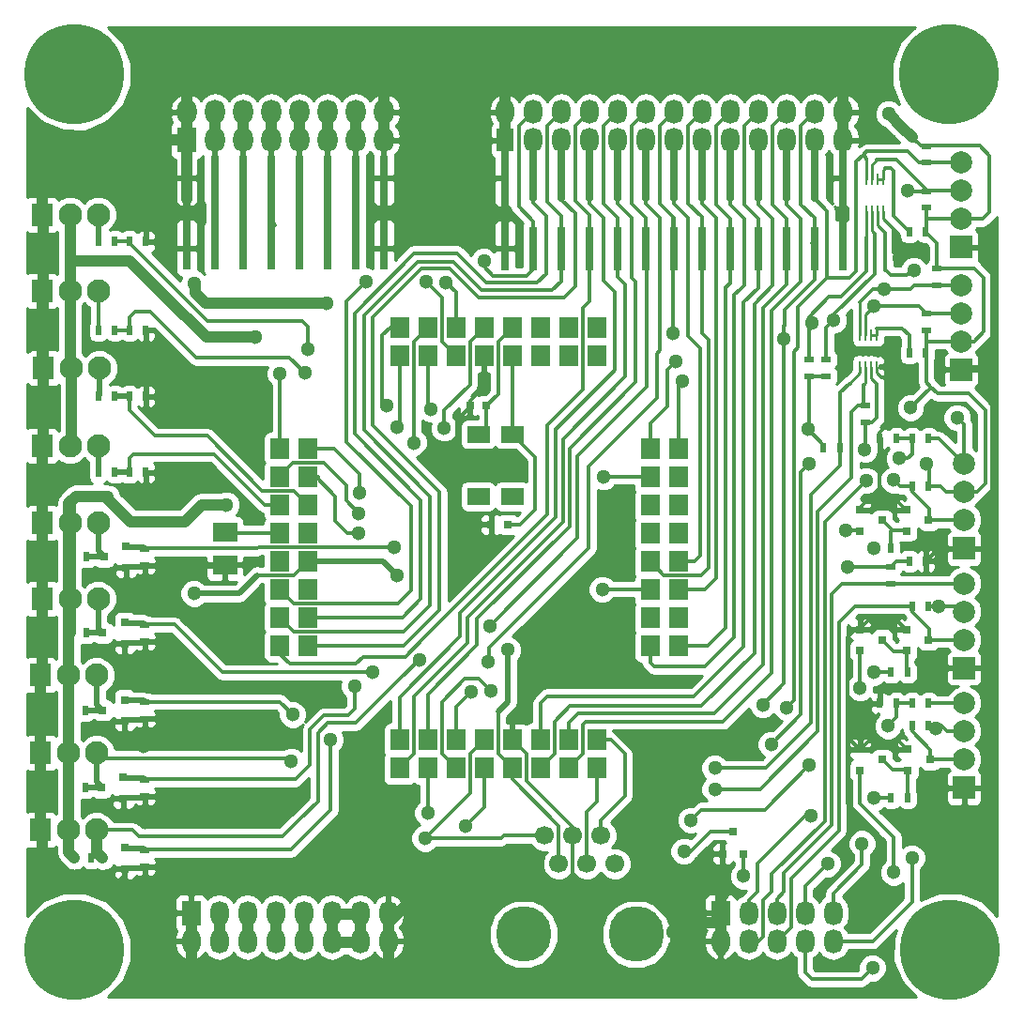
<source format=gbl>
G04 #@! TF.FileFunction,Copper,L2,Bot,Signal*
%FSLAX46Y46*%
G04 Gerber Fmt 4.6, Leading zero omitted, Abs format (unit mm)*
G04 Created by KiCad (PCBNEW 4.0.0-rc1-stable) date mer. 14 oct. 2015 22:56:32 CEST*
%MOMM*%
G01*
G04 APERTURE LIST*
%ADD10C,0.150000*%
%ADD11R,0.800000X4.000000*%
%ADD12R,2.000000X1.500000*%
%ADD13R,2.000000X1.524000*%
%ADD14O,1.800000X2.200000*%
%ADD15R,1.800000X2.200000*%
%ADD16C,8.999220*%
%ADD17C,2.000000*%
%ADD18R,1.899920X2.100580*%
%ADD19C,2.100580*%
%ADD20R,1.998980X1.998980*%
%ADD21C,1.998980*%
%ADD22O,1.680000X2.200000*%
%ADD23R,1.500000X2.000000*%
%ADD24R,1.700000X1.899920*%
%ADD25R,0.500000X0.900000*%
%ADD26R,0.900000X0.500000*%
%ADD27R,0.800000X0.750000*%
%ADD28R,0.248920X1.000760*%
%ADD29C,1.700000*%
%ADD30C,5.000000*%
%ADD31R,1.700000X2.200000*%
%ADD32R,1.680000X2.200000*%
%ADD33R,2.230000X1.800000*%
%ADD34R,0.800100X0.800100*%
%ADD35C,1.300000*%
%ADD36C,0.700000*%
%ADD37C,1.000000*%
%ADD38C,0.500000*%
%ADD39C,0.350000*%
%ADD40C,0.254000*%
G04 APERTURE END LIST*
D10*
D11*
X107823000Y-49281000D03*
X107823000Y-55621000D03*
X110363000Y-49281000D03*
X110363000Y-55621000D03*
X112903000Y-49281000D03*
X112903000Y-55621000D03*
X115443000Y-49281000D03*
X115443000Y-55621000D03*
X117983000Y-49281000D03*
X117983000Y-55621000D03*
X120523000Y-49281000D03*
X120523000Y-55621000D03*
X123063000Y-49281000D03*
X123063000Y-55621000D03*
X125603000Y-49281000D03*
X125603000Y-55621000D03*
X128143000Y-49281000D03*
X128143000Y-55621000D03*
X130683000Y-49281000D03*
X130683000Y-55621000D03*
X133223000Y-49281000D03*
X133223000Y-55621000D03*
X135763000Y-49281000D03*
X135763000Y-55621000D03*
X138303000Y-49281000D03*
X138303000Y-55621000D03*
D12*
X108458000Y-72390000D03*
X105410000Y-72390000D03*
D13*
X108458000Y-77978000D03*
X105410000Y-77978000D03*
D14*
X96901000Y-43307000D03*
X96901000Y-45847000D03*
X94361000Y-45847000D03*
X94361000Y-43307000D03*
X91821000Y-43307000D03*
X91821000Y-45847000D03*
X89281000Y-45847000D03*
X89281000Y-43307000D03*
X86741000Y-43307000D03*
X86741000Y-45847000D03*
D15*
X79121000Y-45847000D03*
D14*
X79121000Y-43307000D03*
X81661000Y-45847000D03*
X81661000Y-43307000D03*
X84201000Y-45847000D03*
X84201000Y-43307000D03*
D16*
X147828000Y-39878000D03*
D17*
X147828000Y-39878000D03*
D16*
X68961000Y-118872000D03*
D17*
X68961000Y-118872000D03*
D16*
X147955000Y-118872000D03*
D17*
X147955000Y-118872000D03*
D16*
X68961000Y-39878000D03*
D17*
X68961000Y-39878000D03*
D18*
X66040000Y-52578000D03*
D19*
X68580000Y-52578000D03*
X71120000Y-52578000D03*
D18*
X66040000Y-59436000D03*
D19*
X68580000Y-59436000D03*
X71120000Y-59436000D03*
D18*
X66167000Y-66421000D03*
D19*
X68707000Y-66421000D03*
X71247000Y-66421000D03*
D18*
X66040000Y-73406000D03*
D19*
X68580000Y-73406000D03*
X71120000Y-73406000D03*
D18*
X66040000Y-80391000D03*
D19*
X68580000Y-80391000D03*
X71120000Y-80391000D03*
D18*
X66040000Y-87249000D03*
D19*
X68580000Y-87249000D03*
X71120000Y-87249000D03*
D18*
X65913000Y-94107000D03*
D19*
X68453000Y-94107000D03*
X70993000Y-94107000D03*
D18*
X65913000Y-101092000D03*
D19*
X68453000Y-101092000D03*
X70993000Y-101092000D03*
D18*
X65913000Y-108077000D03*
D19*
X68453000Y-108077000D03*
X70993000Y-108077000D03*
D20*
X148971000Y-55499000D03*
D21*
X148971000Y-52959000D03*
X148971000Y-50419000D03*
X148971000Y-47879000D03*
D20*
X149225000Y-82677000D03*
D21*
X149225000Y-80137000D03*
X149225000Y-77597000D03*
X149225000Y-75057000D03*
D20*
X149225000Y-104267000D03*
D21*
X149225000Y-101727000D03*
X149225000Y-99187000D03*
X149225000Y-96647000D03*
D20*
X148971000Y-66548000D03*
D21*
X148971000Y-64008000D03*
X148971000Y-61468000D03*
X148971000Y-58928000D03*
D20*
X149225000Y-93472000D03*
D21*
X149225000Y-90932000D03*
X149225000Y-88392000D03*
X149225000Y-85852000D03*
D22*
X138303000Y-45847000D03*
X138303000Y-43307000D03*
X135763000Y-43307000D03*
X135763000Y-45847000D03*
X133223000Y-45847000D03*
X133223000Y-43307000D03*
X130683000Y-43307000D03*
X130683000Y-45847000D03*
X128143000Y-45847000D03*
X128143000Y-43307000D03*
X125603000Y-43307000D03*
X125603000Y-45847000D03*
X123063000Y-45847000D03*
X123063000Y-43307000D03*
X120523000Y-43307000D03*
X120523000Y-45847000D03*
X117983000Y-45847000D03*
X117983000Y-43307000D03*
X115443000Y-43307000D03*
X115443000Y-45847000D03*
D23*
X107823000Y-45847000D03*
D22*
X107823000Y-43307000D03*
X110363000Y-45847000D03*
X110363000Y-43307000D03*
X112903000Y-45847000D03*
X112903000Y-43307000D03*
D24*
X116078000Y-99946460D03*
X116078000Y-102486460D03*
X113538000Y-99946460D03*
X113538000Y-102486460D03*
X110998000Y-99946460D03*
X110998000Y-102486460D03*
X108458000Y-99946460D03*
X108458000Y-102486460D03*
X105918000Y-99946460D03*
X105918000Y-102486460D03*
X103378000Y-99946460D03*
X103378000Y-102486460D03*
X100838000Y-99946460D03*
X100838000Y-102486460D03*
X98298000Y-99946460D03*
X98298000Y-102486460D03*
X116078000Y-62738000D03*
X116078000Y-65278000D03*
X113538000Y-62738000D03*
X113538000Y-65278000D03*
X110998000Y-62738000D03*
X110998000Y-65278000D03*
X108458000Y-62738000D03*
X108458000Y-65278000D03*
X105918000Y-62738000D03*
X105918000Y-65278000D03*
X103378000Y-62738000D03*
X103378000Y-65278000D03*
X100838000Y-62738000D03*
X100838000Y-65278000D03*
X98298000Y-62738000D03*
X98298000Y-65278000D03*
X120904000Y-73660000D03*
X123444000Y-73660000D03*
X120904000Y-76200000D03*
X123444000Y-76200000D03*
X120904000Y-78740000D03*
X123444000Y-78740000D03*
X120904000Y-81280000D03*
X123444000Y-81280000D03*
X120904000Y-83820000D03*
X123444000Y-83820000D03*
X120904000Y-86360000D03*
X123444000Y-86360000D03*
X120904000Y-88900000D03*
X123444000Y-88900000D03*
X120904000Y-91440000D03*
X123444000Y-91440000D03*
X87503000Y-91440000D03*
X90043000Y-91440000D03*
X87503000Y-88900000D03*
X90043000Y-88900000D03*
X87503000Y-86360000D03*
X90043000Y-86360000D03*
X87503000Y-83820000D03*
X90043000Y-83820000D03*
X87503000Y-81280000D03*
X90043000Y-81280000D03*
X87503000Y-78740000D03*
X90043000Y-78740000D03*
X87503000Y-76200000D03*
X90043000Y-76200000D03*
X87503000Y-73660000D03*
X90043000Y-73660000D03*
D25*
X71132000Y-54991000D03*
X72632000Y-54991000D03*
X144133000Y-93853000D03*
X142633000Y-93853000D03*
X146038000Y-98679000D03*
X144538000Y-98679000D03*
X144133000Y-105156000D03*
X142633000Y-105156000D03*
X143117000Y-96647000D03*
X141617000Y-96647000D03*
X146038000Y-96647000D03*
X144538000Y-96647000D03*
X146038000Y-87884000D03*
X144538000Y-87884000D03*
X146038000Y-77089000D03*
X144538000Y-77089000D03*
X142609000Y-82677000D03*
X141109000Y-82677000D03*
X143117000Y-72771000D03*
X141617000Y-72771000D03*
X70092000Y-90297000D03*
X68592000Y-90297000D03*
X69965000Y-97282000D03*
X68465000Y-97282000D03*
X73926000Y-54991000D03*
X75426000Y-54991000D03*
X146038000Y-72771000D03*
X144538000Y-72771000D03*
D26*
X135204200Y-67120200D03*
X135204200Y-65620200D03*
X136804400Y-67120200D03*
X136804400Y-65620200D03*
D25*
X145784000Y-54102000D03*
X144284000Y-54102000D03*
D26*
X145796000Y-46367000D03*
X145796000Y-47867000D03*
X145796000Y-51931000D03*
X145796000Y-50431000D03*
D25*
X70473000Y-110617000D03*
X68973000Y-110617000D03*
X69965000Y-104267000D03*
X68465000Y-104267000D03*
X70092000Y-83439000D03*
X68592000Y-83439000D03*
D26*
X75311000Y-111367000D03*
X75311000Y-109867000D03*
X75311000Y-105017000D03*
X75311000Y-103517000D03*
X75311000Y-98032000D03*
X75311000Y-96532000D03*
X75311000Y-91047000D03*
X75311000Y-89547000D03*
D25*
X136537000Y-73558400D03*
X138037000Y-73558400D03*
D26*
X75311000Y-84189000D03*
X75311000Y-82689000D03*
X140284200Y-71311200D03*
X140284200Y-69811200D03*
D25*
X73926000Y-75819000D03*
X75426000Y-75819000D03*
X71132000Y-75819000D03*
X72632000Y-75819000D03*
D26*
X142621000Y-85840000D03*
X142621000Y-84340000D03*
D25*
X73926000Y-68961000D03*
X75426000Y-68961000D03*
X71132000Y-68961000D03*
X72632000Y-68961000D03*
X145784000Y-65024000D03*
X144284000Y-65024000D03*
X144284000Y-83820000D03*
X145784000Y-83820000D03*
X73926000Y-62992000D03*
X75426000Y-62992000D03*
X71132000Y-62992000D03*
X72632000Y-62992000D03*
D26*
X146786600Y-57441400D03*
X146786600Y-58941400D03*
X145796000Y-62980000D03*
X145796000Y-61480000D03*
D27*
X108065000Y-80518000D03*
X106565000Y-80518000D03*
X106160000Y-69773800D03*
X104660000Y-69773800D03*
D28*
X140411200Y-52247800D03*
X140919200Y-52247800D03*
X141427200Y-52247800D03*
X141935200Y-52247800D03*
X140411200Y-49352200D03*
X140919200Y-49352200D03*
X141427200Y-49352200D03*
X141935200Y-49352200D03*
X139827000Y-66294000D03*
X140335000Y-66294000D03*
X140843000Y-66294000D03*
X141351000Y-66294000D03*
X139827000Y-63398400D03*
X140335000Y-63398400D03*
X140843000Y-63398400D03*
X141351000Y-63398400D03*
D29*
X115189000Y-111125000D03*
X112649000Y-111125000D03*
X117729000Y-111125000D03*
X111379000Y-108585000D03*
X113919000Y-108585000D03*
X116459000Y-108585000D03*
D30*
X119634000Y-117475000D03*
X109474000Y-117475000D03*
D22*
X97282000Y-115570000D03*
X97282000Y-118110000D03*
X94742000Y-115570000D03*
X94742000Y-118110000D03*
X92202000Y-115570000D03*
X92202000Y-118110000D03*
X89662000Y-115570000D03*
X89662000Y-118110000D03*
X87122000Y-115570000D03*
X87122000Y-118110000D03*
X84582000Y-115570000D03*
X84582000Y-118110000D03*
X82042000Y-115570000D03*
X82042000Y-118110000D03*
D31*
X79502000Y-115570000D03*
D22*
X79502000Y-118110000D03*
X137414000Y-115570000D03*
X137414000Y-118110000D03*
X134874000Y-115570000D03*
X134874000Y-118110000D03*
X132334000Y-115570000D03*
X132334000Y-118110000D03*
X129794000Y-115570000D03*
X129794000Y-118110000D03*
D32*
X127254000Y-115570000D03*
D22*
X127254000Y-118110000D03*
D33*
X82550000Y-84137000D03*
X82550000Y-81217000D03*
D11*
X79095600Y-49230200D03*
X79095600Y-55570200D03*
X81635600Y-49230200D03*
X81635600Y-55570200D03*
X84175600Y-49230200D03*
X84175600Y-55570200D03*
X86715600Y-49230200D03*
X86715600Y-55570200D03*
X89255600Y-49230200D03*
X89255600Y-55570200D03*
X91795600Y-49230200D03*
X91795600Y-55570200D03*
X94335600Y-49230200D03*
X94335600Y-55570200D03*
X96875600Y-49230200D03*
X96875600Y-55570200D03*
D34*
X73517760Y-96332000D03*
X73517760Y-98232000D03*
X71518780Y-97282000D03*
X73517760Y-89347000D03*
X73517760Y-91247000D03*
X71518780Y-90297000D03*
X73390760Y-103317000D03*
X73390760Y-105217000D03*
X71391780Y-104267000D03*
X73644760Y-82489000D03*
X73644760Y-84389000D03*
X71645780Y-83439000D03*
X73517760Y-109667000D03*
X73517760Y-111567000D03*
X71518780Y-110617000D03*
X139842240Y-81087000D03*
X139842240Y-79187000D03*
X141841220Y-80137000D03*
X144033240Y-81087000D03*
X144033240Y-79187000D03*
X146032220Y-80137000D03*
X139842240Y-102677000D03*
X139842240Y-100777000D03*
X141841220Y-101727000D03*
X144160240Y-102677000D03*
X144160240Y-100777000D03*
X146159220Y-101727000D03*
X144033240Y-91882000D03*
X144033240Y-89982000D03*
X146032220Y-90932000D03*
X139842240Y-91882000D03*
X139842240Y-89982000D03*
X141841220Y-90932000D03*
X129347000Y-110220760D03*
X127447000Y-110220760D03*
X128397000Y-108221780D03*
D35*
X85318600Y-63601600D03*
X82677000Y-78740000D03*
X142417800Y-43459400D03*
X141097000Y-105156000D03*
X146685000Y-98933000D03*
X141097000Y-82677000D03*
X146939000Y-87884000D03*
X145796000Y-75057000D03*
X144399000Y-69977000D03*
X141097000Y-93853000D03*
X135280400Y-75006200D03*
X102336600Y-71831200D03*
X131826000Y-100330000D03*
X136906000Y-111125000D03*
X101142800Y-70104000D03*
X122936000Y-63246000D03*
X98044000Y-71755000D03*
X90017600Y-64693800D03*
X97104200Y-69799200D03*
X89763600Y-66852800D03*
X95300800Y-58572400D03*
X105918000Y-56769000D03*
X99568000Y-73126600D03*
X97790000Y-82550000D03*
X94716600Y-77622400D03*
X95885000Y-93853000D03*
X88646000Y-97663000D03*
X87503000Y-66865500D03*
X94615000Y-81280000D03*
X94234000Y-95123000D03*
X106324400Y-92913200D03*
X88519000Y-101854000D03*
X94615000Y-79476600D03*
X92075000Y-99885500D03*
X100076000Y-92710000D03*
X106426000Y-89662000D03*
X123952000Y-109982000D03*
X100584000Y-108839000D03*
X123190000Y-65786000D03*
X143383000Y-74549000D03*
X135382000Y-106807000D03*
X148590000Y-70866000D03*
X116586000Y-86360000D03*
X138684000Y-84328000D03*
X124602240Y-107188000D03*
X135255000Y-102235000D03*
X142367000Y-98679000D03*
X104267000Y-107696000D03*
X137464800Y-62077600D03*
X102489000Y-58674000D03*
X132969000Y-63754000D03*
X144094200Y-50393600D03*
X131064000Y-96774000D03*
X144526000Y-110617000D03*
X106553000Y-95504000D03*
X126746000Y-104394000D03*
X141071600Y-60833000D03*
X135509000Y-62357000D03*
X100685600Y-58623200D03*
X133223000Y-97028000D03*
X140017500Y-109283500D03*
X104775000Y-95567500D03*
X126746000Y-102489000D03*
X142011400Y-59283600D03*
X142849600Y-76504800D03*
X140385800Y-76530200D03*
X104775000Y-80492600D03*
X123926600Y-115590320D03*
X122966480Y-117281960D03*
X75412600Y-107340400D03*
X75209400Y-100482400D03*
X75336400Y-93726000D03*
X75107800Y-87325200D03*
X76987400Y-75869800D03*
X76809600Y-68275200D03*
X77393800Y-54660800D03*
X73380600Y-114147600D03*
X74574400Y-115341400D03*
X151155400Y-111379000D03*
X149250400Y-109499400D03*
X151130000Y-109499400D03*
X115163600Y-91948000D03*
X115163600Y-90195400D03*
X113284000Y-91948000D03*
X113284000Y-90170000D03*
X142367000Y-114363500D03*
X149225000Y-111379000D03*
X143383000Y-67056000D03*
X143383000Y-56515000D03*
X144703800Y-57607200D03*
X79756000Y-58775600D03*
X91757500Y-60579000D03*
X79756000Y-86741000D03*
X140233400Y-73736200D03*
X135178800Y-71932800D03*
X108077000Y-91821000D03*
X98044000Y-85090000D03*
X140970000Y-120523000D03*
X129306320Y-112227360D03*
X142875000Y-111887000D03*
X100838000Y-106553000D03*
X123825000Y-67564000D03*
X138557000Y-81026000D03*
X116713000Y-76200000D03*
X139827000Y-95250000D03*
D36*
X89281000Y-51130200D02*
X89281000Y-53670200D01*
D37*
X77114400Y-59867800D02*
X80848200Y-63601600D01*
X80848200Y-63601600D02*
X84378800Y-63601600D01*
X73964800Y-56769000D02*
X68580000Y-56769000D01*
X73964800Y-56769000D02*
X77063600Y-59867800D01*
X77063600Y-59867800D02*
X77114400Y-59867800D01*
X85318600Y-63601600D02*
X84378800Y-63601600D01*
D38*
X89281000Y-45847000D02*
X89281000Y-51130200D01*
D37*
X89662000Y-115189000D02*
X89662000Y-117729000D01*
X89281000Y-43307000D02*
X89281000Y-45847000D01*
X68707000Y-66421000D02*
X68707000Y-73279000D01*
X68707000Y-73279000D02*
X68580000Y-73406000D01*
X68580000Y-59436000D02*
X68580000Y-66294000D01*
X68580000Y-66294000D02*
X68707000Y-66421000D01*
X68580000Y-52578000D02*
X68580000Y-56769000D01*
X68580000Y-56769000D02*
X68580000Y-59436000D01*
D36*
X94361000Y-51130200D02*
X94361000Y-53670200D01*
X91821000Y-51282600D02*
X91821000Y-53670200D01*
D39*
X94361000Y-51130200D02*
X94361000Y-53659870D01*
X94361000Y-53659870D02*
X94355835Y-53665035D01*
X94355835Y-53665035D02*
X94361000Y-53670200D01*
D38*
X94361000Y-45847000D02*
X94361000Y-51130200D01*
X91821000Y-51130200D02*
X91821000Y-51282600D01*
X91821000Y-45847000D02*
X91821000Y-51130200D01*
D37*
X92202000Y-118237000D02*
X94742000Y-118237000D01*
X92202000Y-115697000D02*
X92202000Y-118237000D01*
X92202000Y-115697000D02*
X94742000Y-115697000D01*
X94742000Y-115697000D02*
X94742000Y-118237000D01*
X94361000Y-43307000D02*
X94361000Y-45847000D01*
X91821000Y-43307000D02*
X91821000Y-45847000D01*
D36*
X86741000Y-51130200D02*
X86741000Y-53670200D01*
D38*
X86741000Y-51130200D02*
X86741000Y-53340000D01*
X86741000Y-53340000D02*
X86944200Y-53543200D01*
X86741000Y-45847000D02*
X86741000Y-51130200D01*
D37*
X87122000Y-115443000D02*
X87122000Y-117983000D01*
X78867000Y-80264000D02*
X78930500Y-80264000D01*
X80454500Y-78740000D02*
X82677000Y-78740000D01*
X78930500Y-80264000D02*
X80454500Y-78740000D01*
X72009000Y-77978000D02*
X72009000Y-78232000D01*
X74041000Y-80264000D02*
X78867000Y-80264000D01*
X72009000Y-78232000D02*
X74041000Y-80264000D01*
X69088000Y-77978000D02*
X72009000Y-77978000D01*
X68453000Y-108077000D02*
X68453000Y-78613000D01*
X68453000Y-78613000D02*
X69088000Y-77978000D01*
X68453000Y-108077000D02*
X68453000Y-110109000D01*
X68453000Y-110109000D02*
X68961000Y-110617000D01*
X68580000Y-78486000D02*
X69088000Y-77978000D01*
X68580000Y-80391000D02*
X68580000Y-78486000D01*
X86741000Y-43307000D02*
X86741000Y-45847000D01*
D38*
X68453000Y-110109000D02*
X68961000Y-110617000D01*
D37*
X68580000Y-90297000D02*
X68580000Y-87249000D01*
X68453000Y-94107000D02*
X68453000Y-90424000D01*
X68453000Y-90424000D02*
X68580000Y-90297000D01*
X68453000Y-97282000D02*
X68453000Y-94107000D01*
X68453000Y-101092000D02*
X68453000Y-97282000D01*
X68453000Y-104267000D02*
X68453000Y-101092000D01*
X68453000Y-108077000D02*
X68453000Y-104267000D01*
X68580000Y-83439000D02*
X68580000Y-87249000D01*
X68580000Y-80391000D02*
X68580000Y-83439000D01*
D36*
X84201000Y-51130200D02*
X84201000Y-53670200D01*
D39*
X146786600Y-57441400D02*
X150151400Y-57441400D01*
X150151400Y-57441400D02*
X151003000Y-58293000D01*
X150114000Y-64008000D02*
X148971000Y-64008000D01*
X151003000Y-58293000D02*
X151003000Y-63119000D01*
X151003000Y-63119000D02*
X150114000Y-64008000D01*
X146786600Y-57441400D02*
X146786600Y-55104600D01*
X146786600Y-55104600D02*
X145784000Y-54102000D01*
D37*
X143637000Y-44704000D02*
X143637000Y-44678600D01*
X143637000Y-44678600D02*
X142417800Y-43459400D01*
D38*
X84201000Y-45847000D02*
X84201000Y-51130200D01*
D37*
X84582000Y-115189000D02*
X84582000Y-117729000D01*
D39*
X142621000Y-105156000D02*
X141097000Y-105156000D01*
X146050000Y-98679000D02*
X146431000Y-98679000D01*
X146431000Y-98679000D02*
X146685000Y-98933000D01*
X146050000Y-77089000D02*
X146050000Y-75311000D01*
X146050000Y-75311000D02*
X145796000Y-75057000D01*
X145796000Y-46355000D02*
X145288000Y-46355000D01*
X145288000Y-46355000D02*
X143637000Y-44704000D01*
D37*
X143637000Y-44704000D02*
X144526000Y-45593000D01*
D39*
X146177000Y-68199000D02*
X146177000Y-68072000D01*
X144399000Y-69977000D02*
X146240500Y-68135500D01*
X146240500Y-68135500D02*
X146177000Y-68199000D01*
X149225000Y-77597000D02*
X147574000Y-77597000D01*
X147066000Y-77089000D02*
X146050000Y-77089000D01*
X147574000Y-77597000D02*
X147066000Y-77089000D01*
X145796000Y-65024000D02*
X145796000Y-67691000D01*
X150368000Y-77597000D02*
X149225000Y-77597000D01*
X151130000Y-76835000D02*
X150368000Y-77597000D01*
X151130000Y-70231000D02*
X151130000Y-76835000D01*
X149606000Y-68707000D02*
X151130000Y-70231000D01*
X146812000Y-68707000D02*
X149606000Y-68707000D01*
X145796000Y-67691000D02*
X146177000Y-68072000D01*
X146177000Y-68072000D02*
X146812000Y-68707000D01*
X148971000Y-64008000D02*
X145796000Y-64008000D01*
X145796000Y-64008000D02*
X145923000Y-64008000D01*
X145923000Y-64008000D02*
X145796000Y-64008000D01*
X145796000Y-62992000D02*
X145796000Y-64008000D01*
X145796000Y-64008000D02*
X145796000Y-65024000D01*
X148971000Y-52959000D02*
X145796000Y-52959000D01*
X145796000Y-52959000D02*
X145923000Y-52959000D01*
X145923000Y-52959000D02*
X145796000Y-52959000D01*
X145796000Y-51943000D02*
X145796000Y-52959000D01*
X145796000Y-52959000D02*
X145796000Y-54102000D01*
X145796000Y-46355000D02*
X150622000Y-46355000D01*
X150876000Y-52959000D02*
X148971000Y-52959000D01*
X151511000Y-52324000D02*
X150876000Y-52959000D01*
X151511000Y-47244000D02*
X151511000Y-52324000D01*
X150622000Y-46355000D02*
X151511000Y-47244000D01*
X142621000Y-93853000D02*
X141097000Y-93853000D01*
X146050000Y-87884000D02*
X146939000Y-87884000D01*
X146939000Y-87884000D02*
X148717000Y-87884000D01*
X148717000Y-87884000D02*
X149225000Y-88392000D01*
D37*
X84201000Y-43307000D02*
X84201000Y-45847000D01*
D39*
X146050000Y-98679000D02*
X147193000Y-98679000D01*
X147701000Y-99187000D02*
X149225000Y-99187000D01*
X147193000Y-98679000D02*
X147701000Y-99187000D01*
X134874000Y-115570000D02*
X134874000Y-113157000D01*
X134874000Y-113157000D02*
X136906000Y-111125000D01*
X134493000Y-78714600D02*
X134493000Y-75793600D01*
X134493000Y-75793600D02*
X135280400Y-75006200D01*
X104648000Y-66141600D02*
X104648000Y-67894200D01*
X102336600Y-70205600D02*
X102336600Y-71831200D01*
X104648000Y-67894200D02*
X102336600Y-70205600D01*
X134493000Y-78867000D02*
X134493000Y-78714600D01*
X134493000Y-78867000D02*
X134493000Y-95377000D01*
X134493000Y-95377000D02*
X134493000Y-97663000D01*
X134493000Y-97663000D02*
X131826000Y-100330000D01*
X105918000Y-62738000D02*
X104648000Y-64008000D01*
X104648000Y-64008000D02*
X104648000Y-66141600D01*
X134874000Y-116459000D02*
X134874000Y-113157000D01*
X134874000Y-113157000D02*
X136906000Y-111125000D01*
X134874000Y-113157000D02*
X136906000Y-111125000D01*
X100838000Y-65278000D02*
X100838000Y-69799200D01*
X100838000Y-69799200D02*
X101142800Y-70104000D01*
X122936000Y-63246000D02*
X122936000Y-52895500D01*
X121793000Y-48361600D02*
X121793000Y-51612800D01*
X123037600Y-52857400D02*
X123037600Y-53644800D01*
X121793000Y-51612800D02*
X123037600Y-52857400D01*
X123063000Y-43307000D02*
X121793000Y-44577000D01*
X121793000Y-44577000D02*
X121793000Y-48361600D01*
X122717560Y-98298000D02*
X127447040Y-98298000D01*
X131826000Y-93919040D02*
X131826000Y-88773000D01*
X127447040Y-98298000D02*
X131826000Y-93919040D01*
D36*
X133223000Y-45847000D02*
X133223000Y-51079400D01*
X133223000Y-51079400D02*
X133197600Y-51104800D01*
D39*
X133197600Y-51104800D02*
X133197600Y-51638200D01*
X114808000Y-98552000D02*
X115062000Y-98298000D01*
X114808000Y-101219000D02*
X114808000Y-98552000D01*
X114808000Y-101219000D02*
X113540540Y-102486460D01*
X122717560Y-98298000D02*
X122428000Y-98298000D01*
X115062000Y-98298000D02*
X122428000Y-98298000D01*
X131826000Y-61214000D02*
X131826000Y-88773000D01*
X134467600Y-58572400D02*
X131826000Y-61214000D01*
X134467600Y-52908200D02*
X134467600Y-58572400D01*
X133197600Y-51638200D02*
X134467600Y-52908200D01*
X133197600Y-49834800D02*
X133197600Y-50165000D01*
X133197600Y-49834800D02*
X133197600Y-45872400D01*
X133197600Y-45872400D02*
X133223000Y-45847000D01*
X113538000Y-102486460D02*
X113540540Y-102486460D01*
X98298000Y-69621400D02*
X98298000Y-71501000D01*
X98298000Y-71501000D02*
X98044000Y-71755000D01*
X98298000Y-65278000D02*
X98298000Y-69621400D01*
X86461600Y-62128400D02*
X89484200Y-62128400D01*
X90017600Y-62661800D02*
X90017600Y-64693800D01*
X89484200Y-62128400D02*
X90017600Y-62661800D01*
X80949800Y-62128400D02*
X73926000Y-55104600D01*
X86461600Y-62128400D02*
X80949800Y-62128400D01*
X73926000Y-55104600D02*
X73926000Y-54991000D01*
X73926000Y-55206200D02*
X73926000Y-54991000D01*
X72644000Y-54991000D02*
X73914000Y-54991000D01*
X98298000Y-62738000D02*
X97459800Y-62738000D01*
X96748600Y-69443600D02*
X97104200Y-69799200D01*
X96748600Y-63449200D02*
X96748600Y-69443600D01*
X97459800Y-62738000D02*
X96748600Y-63449200D01*
X75031600Y-61290200D02*
X74422000Y-61290200D01*
X74422000Y-61290200D02*
X73926000Y-61786200D01*
X73926000Y-61786200D02*
X73926000Y-62992000D01*
X75793600Y-61290200D02*
X79971900Y-65468500D01*
X79971900Y-65468500D02*
X84505800Y-65468500D01*
X75031600Y-61290200D02*
X75793600Y-61290200D01*
X88379300Y-65468500D02*
X89763600Y-66852800D01*
X84505800Y-65468500D02*
X88379300Y-65468500D01*
X72644000Y-62992000D02*
X73914000Y-62992000D01*
X87503000Y-77470000D02*
X85915500Y-77470000D01*
X80962500Y-72517000D02*
X77089000Y-72517000D01*
X85915500Y-77470000D02*
X80962500Y-72517000D01*
X73914000Y-68961000D02*
X73914000Y-70231000D01*
X73914000Y-70231000D02*
X76200000Y-72517000D01*
X76200000Y-72517000D02*
X77089000Y-72517000D01*
X88773000Y-77470000D02*
X90043000Y-78740000D01*
X87503000Y-77470000D02*
X88773000Y-77470000D01*
D38*
X72644000Y-68961000D02*
X73914000Y-68961000D01*
D39*
X87503000Y-78740000D02*
X86106000Y-78740000D01*
X81534000Y-74168000D02*
X76263500Y-74168000D01*
X86106000Y-78740000D02*
X81534000Y-74168000D01*
X73914000Y-75819000D02*
X73914000Y-74549000D01*
X73914000Y-74549000D02*
X74295000Y-74168000D01*
X74295000Y-74168000D02*
X76263500Y-74168000D01*
D38*
X72644000Y-75819000D02*
X73914000Y-75819000D01*
D39*
X98171000Y-87630000D02*
X99314000Y-86487000D01*
X99314000Y-78867000D02*
X93497400Y-73050400D01*
X99314000Y-83820000D02*
X99314000Y-86487000D01*
X99314000Y-83820000D02*
X99314000Y-78867000D01*
X93497400Y-73050400D02*
X93497400Y-61493400D01*
X93497400Y-60375800D02*
X95300800Y-58572400D01*
X93497400Y-61493400D02*
X93497400Y-60375800D01*
X105918000Y-56769000D02*
X105918000Y-57277000D01*
X108864400Y-58089800D02*
X109778800Y-58089800D01*
X105918000Y-57277000D02*
X106730800Y-58089800D01*
X108864400Y-58089800D02*
X106730800Y-58089800D01*
X110337600Y-57531000D02*
X109778800Y-58089800D01*
X110337600Y-53644800D02*
X110337600Y-53162200D01*
X110337600Y-53162200D02*
X109042200Y-51866800D01*
X110337600Y-57531000D02*
X110337600Y-53644800D01*
X109042200Y-51866800D02*
X109042200Y-48717200D01*
X109042200Y-48717200D02*
X109093000Y-48666400D01*
X109093000Y-47879000D02*
X109093000Y-48666400D01*
X109093000Y-47879000D02*
X109093000Y-44577000D01*
X109093000Y-44577000D02*
X110363000Y-43307000D01*
X109093000Y-48666400D02*
X109093000Y-48768000D01*
X98171000Y-87630000D02*
X96774000Y-87630000D01*
X87503000Y-86360000D02*
X88773000Y-87630000D01*
X88773000Y-87630000D02*
X96774000Y-87630000D01*
X96774000Y-87630000D02*
X98171000Y-87630000D01*
D36*
X110363000Y-45847000D02*
X110363000Y-51079400D01*
X110363000Y-51079400D02*
X110337600Y-51104800D01*
D39*
X107823000Y-58724800D02*
X106146600Y-58724800D01*
X100228400Y-87223600D02*
X98552000Y-88900000D01*
X100228400Y-78308200D02*
X100228400Y-87223600D01*
X94234000Y-72313800D02*
X100228400Y-78308200D01*
X94234000Y-61442600D02*
X94234000Y-72313800D01*
X99618800Y-56057800D02*
X94234000Y-61442600D01*
X103479600Y-56057800D02*
X99618800Y-56057800D01*
X106146600Y-58724800D02*
X103479600Y-56057800D01*
X107823000Y-58724800D02*
X110718600Y-58724800D01*
X110718600Y-58724800D02*
X111531400Y-57912000D01*
X110337600Y-51104800D02*
X110337600Y-51511200D01*
X111531400Y-52705000D02*
X111531400Y-53594000D01*
X110337600Y-51511200D02*
X111531400Y-52705000D01*
X90043000Y-88900000D02*
X98552000Y-88900000D01*
X111531400Y-57912000D02*
X111531400Y-53594000D01*
X110337600Y-49834800D02*
X110337600Y-50165000D01*
X110363000Y-48564800D02*
X110363000Y-49809400D01*
X110363000Y-49809400D02*
X110337600Y-49834800D01*
X110363000Y-45847000D02*
X110363000Y-48564800D01*
X110363000Y-48564800D02*
X110363000Y-48641000D01*
X121406920Y-97536000D02*
X126700280Y-97536000D01*
X131074160Y-87157560D02*
X131064000Y-87157560D01*
X131074160Y-93162120D02*
X131074160Y-87157560D01*
X126700280Y-97536000D02*
X131074160Y-93162120D01*
X133223000Y-43307000D02*
X131953000Y-44577000D01*
X133197600Y-52908200D02*
X133197600Y-53644800D01*
X131953000Y-51663600D02*
X133197600Y-52908200D01*
X131953000Y-44577000D02*
X131953000Y-51663600D01*
X133197600Y-53644800D02*
X133197600Y-58851800D01*
X131064000Y-60985400D02*
X131775200Y-60274200D01*
X131064000Y-86741000D02*
X131064000Y-87157560D01*
X131064000Y-86741000D02*
X131064000Y-60985400D01*
X133197600Y-58851800D02*
X131775200Y-60274200D01*
X121406920Y-97536000D02*
X114427000Y-97536000D01*
X114427000Y-97536000D02*
X113538000Y-98425000D01*
X113538000Y-98425000D02*
X113538000Y-99946460D01*
X133223000Y-43307000D02*
X133223000Y-43332400D01*
X99974400Y-56794400D02*
X95123000Y-61645800D01*
X108839000Y-59385200D02*
X105714800Y-59385200D01*
X101066600Y-87782400D02*
X99542600Y-89306400D01*
X101066600Y-77952600D02*
X101066600Y-87782400D01*
X95123000Y-72009000D02*
X101066600Y-77952600D01*
X95123000Y-61645800D02*
X95123000Y-72009000D01*
X103124000Y-56794400D02*
X99974400Y-56794400D01*
X105714800Y-59385200D02*
X103124000Y-56794400D01*
X111633000Y-50850800D02*
X111633000Y-51435000D01*
X112877600Y-52679600D02*
X112877600Y-53644800D01*
X111633000Y-51435000D02*
X112877600Y-52679600D01*
X111633000Y-50850800D02*
X111633000Y-50444400D01*
X111633000Y-49479200D02*
X111633000Y-50444400D01*
X111633000Y-45593000D02*
X111633000Y-44577000D01*
X111633000Y-44577000D02*
X112903000Y-43307000D01*
X111633000Y-45593000D02*
X111633000Y-47320200D01*
X111633000Y-47320200D02*
X111633000Y-49479200D01*
X112877600Y-53644800D02*
X112877600Y-58572400D01*
X99542600Y-89306400D02*
X98679000Y-90170000D01*
X98679000Y-90170000D02*
X93726000Y-90170000D01*
X87503000Y-88900000D02*
X88773000Y-90170000D01*
X88773000Y-90170000D02*
X93726000Y-90170000D01*
X112877600Y-58572400D02*
X112064800Y-59385200D01*
X112064800Y-59385200D02*
X108839000Y-59385200D01*
D36*
X112903000Y-45847000D02*
X112903000Y-51079400D01*
X112903000Y-51079400D02*
X112877600Y-51104800D01*
D39*
X106730800Y-60045600D02*
X105435400Y-60045600D01*
X101879400Y-88239600D02*
X101320600Y-88798400D01*
X101879400Y-77597000D02*
X101879400Y-88239600D01*
X95859600Y-71577200D02*
X101879400Y-77597000D01*
X95859600Y-61823600D02*
X95859600Y-71577200D01*
X100253800Y-57429400D02*
X95859600Y-61823600D01*
X102819200Y-57429400D02*
X100253800Y-57429400D01*
X105435400Y-60045600D02*
X102819200Y-57429400D01*
X112877600Y-51104800D02*
X112877600Y-51206400D01*
X112877600Y-51206400D02*
X114122200Y-52451000D01*
X114122200Y-52451000D02*
X114122200Y-55753000D01*
X114122200Y-56388000D02*
X114122200Y-55753000D01*
X112877600Y-51206400D02*
X114122200Y-52451000D01*
X114122200Y-59055000D02*
X114122200Y-56794400D01*
X113131600Y-60045600D02*
X114122200Y-59055000D01*
X106730800Y-60045600D02*
X113131600Y-60045600D01*
X114122200Y-56794400D02*
X114122200Y-56388000D01*
X114122200Y-56388000D02*
X114122200Y-56286400D01*
X112877600Y-49834800D02*
X112877600Y-50215800D01*
X112903000Y-49809400D02*
X112903000Y-48514000D01*
X112903000Y-48514000D02*
X112903000Y-45847000D01*
X112903000Y-49809400D02*
X112877600Y-49834800D01*
X97028000Y-91440000D02*
X98679000Y-91440000D01*
X97028000Y-91440000D02*
X90043000Y-91440000D01*
X98679000Y-91440000D02*
X101320600Y-88798400D01*
X112217200Y-70942200D02*
X111810800Y-71348600D01*
X115417600Y-60350400D02*
X114808000Y-60960000D01*
X114808000Y-60960000D02*
X114808000Y-68351400D01*
X114808000Y-68351400D02*
X112217200Y-70942200D01*
X115417600Y-53644800D02*
X115417600Y-60350400D01*
X102235000Y-89001600D02*
X102235000Y-89027000D01*
X111633000Y-79603600D02*
X102235000Y-89001600D01*
X111633000Y-71551800D02*
X111633000Y-79603600D01*
X111810800Y-71374000D02*
X111633000Y-71551800D01*
X111810800Y-71348600D02*
X111810800Y-71374000D01*
X114173000Y-50393600D02*
X114173000Y-51308000D01*
X115417600Y-52552600D02*
X115417600Y-53644800D01*
X114173000Y-51308000D02*
X115417600Y-52552600D01*
X102235000Y-89027000D02*
X100457000Y-90805000D01*
X98806000Y-92456000D02*
X100457000Y-90805000D01*
X87503000Y-92202000D02*
X88392000Y-93091000D01*
X88392000Y-93091000D02*
X94361000Y-93091000D01*
X94361000Y-93091000D02*
X94996000Y-92456000D01*
X94996000Y-92456000D02*
X97155000Y-92456000D01*
X97155000Y-92456000D02*
X98806000Y-92456000D01*
X114173000Y-48310800D02*
X114173000Y-50393600D01*
X114173000Y-44577000D02*
X115443000Y-43307000D01*
X114173000Y-45593000D02*
X114173000Y-44577000D01*
X114173000Y-45720000D02*
X114173000Y-45593000D01*
X114173000Y-45720000D02*
X114173000Y-48310800D01*
X87503000Y-91440000D02*
X87503000Y-92202000D01*
D36*
X115443000Y-45847000D02*
X115443000Y-51079400D01*
X115443000Y-51079400D02*
X115417600Y-51104800D01*
D39*
X115417600Y-51104800D02*
X115417600Y-51536600D01*
X116687600Y-52806600D02*
X116687600Y-54356000D01*
X115417600Y-51536600D02*
X116687600Y-52806600D01*
X116687600Y-54356000D02*
X116687600Y-54559200D01*
X115417600Y-49834800D02*
X115417600Y-50215800D01*
X116687600Y-58496200D02*
X117729000Y-59537600D01*
X116687600Y-54559200D02*
X116687600Y-58496200D01*
X115443000Y-45847000D02*
X115443000Y-49809400D01*
X115443000Y-49809400D02*
X115417600Y-49834800D01*
X117729000Y-59537600D02*
X117729000Y-60071000D01*
X98298000Y-99946460D02*
X98298000Y-96075500D01*
X103759000Y-90614500D02*
X103759000Y-88519000D01*
X98298000Y-96075500D02*
X103759000Y-90614500D01*
X112395000Y-73279000D02*
X112395000Y-79883000D01*
X112395000Y-72517000D02*
X112395000Y-71882000D01*
X112395000Y-72517000D02*
X112395000Y-73279000D01*
X112395000Y-79883000D02*
X103759000Y-88519000D01*
X112395000Y-71882000D02*
X117729000Y-66548000D01*
X117729000Y-66548000D02*
X117729000Y-60071000D01*
D40*
X117729000Y-66548000D02*
X112395000Y-71882000D01*
D39*
X117957600Y-53644800D02*
X117957600Y-58166000D01*
X117957600Y-58166000D02*
X118681500Y-58889900D01*
X116713000Y-50088800D02*
X116713000Y-51562000D01*
X117957600Y-52806600D02*
X117957600Y-53644800D01*
X116713000Y-51562000D02*
X117957600Y-52806600D01*
X99568000Y-101219000D02*
X98300540Y-102486460D01*
X113030000Y-72834500D02*
X113030000Y-75755500D01*
X118681500Y-67183000D02*
X113030000Y-72834500D01*
X118681500Y-58889900D02*
X118681500Y-67183000D01*
X99568000Y-98679000D02*
X99568000Y-96012000D01*
X104394000Y-91186000D02*
X104394000Y-88900000D01*
X99568000Y-96012000D02*
X104394000Y-91186000D01*
X113030000Y-75755500D02*
X113030000Y-80264000D01*
X113030000Y-80264000D02*
X104394000Y-88900000D01*
X99568000Y-101219000D02*
X99568000Y-98679000D01*
X116713000Y-46228000D02*
X116713000Y-50088800D01*
X116713000Y-46355000D02*
X116713000Y-46228000D01*
X116713000Y-46228000D02*
X116713000Y-44577000D01*
X116713000Y-44577000D02*
X117983000Y-43307000D01*
X98298000Y-102486460D02*
X98300540Y-102486460D01*
D36*
X117983000Y-45847000D02*
X117983000Y-51079400D01*
X117983000Y-51079400D02*
X117957600Y-51104800D01*
D39*
X119227600Y-54356000D02*
X119227600Y-58293000D01*
X119227600Y-58293000D02*
X119570500Y-58635900D01*
X117957600Y-51104800D02*
X117957600Y-51536600D01*
X119227600Y-52806600D02*
X119227600Y-54356000D01*
X117957600Y-51536600D02*
X119227600Y-52806600D01*
X113630002Y-80679998D02*
X105283000Y-89027000D01*
X113630002Y-75501500D02*
X113630002Y-73631498D01*
X119570500Y-67691000D02*
X119570500Y-58635900D01*
X113630002Y-73631498D02*
X119570500Y-67691000D01*
X100838000Y-99946460D02*
X100838000Y-95821500D01*
X105283000Y-91376500D02*
X105283000Y-89027000D01*
X100838000Y-95821500D02*
X105283000Y-91376500D01*
X113630002Y-75501500D02*
X113630002Y-80679998D01*
X117957600Y-50215800D02*
X117957600Y-49834800D01*
X117957600Y-49834800D02*
X117957600Y-45872400D01*
X117957600Y-45872400D02*
X117983000Y-45847000D01*
X122102880Y-96901000D02*
X125505918Y-96901000D01*
X130302000Y-92104918D02*
X130302000Y-90043000D01*
X125505918Y-96901000D02*
X130302000Y-92104918D01*
D36*
X130683000Y-45847000D02*
X130683000Y-51079400D01*
X130683000Y-51079400D02*
X130657600Y-51104800D01*
D39*
X130657600Y-51104800D02*
X130657600Y-51663600D01*
X112268000Y-101219000D02*
X111000540Y-102486460D01*
X112268000Y-101219000D02*
X112268000Y-98298000D01*
X112268000Y-98298000D02*
X113665000Y-96901000D01*
X113665000Y-96901000D02*
X122102880Y-96901000D01*
X130302000Y-87122000D02*
X130302000Y-90043000D01*
X130302000Y-60604400D02*
X130302000Y-87122000D01*
X131927600Y-58978800D02*
X130302000Y-60604400D01*
X131927600Y-52933600D02*
X131927600Y-58978800D01*
X130657600Y-51663600D02*
X131927600Y-52933600D01*
X130657600Y-49834800D02*
X130657600Y-50139600D01*
X130683000Y-45847000D02*
X130683000Y-49809400D01*
X130683000Y-49809400D02*
X130657600Y-49834800D01*
X110998000Y-102486460D02*
X111000540Y-102486460D01*
X121767600Y-96012000D02*
X124871480Y-96012000D01*
X129331720Y-91551760D02*
X129331720Y-90007440D01*
X124871480Y-96012000D02*
X129331720Y-91551760D01*
X121142760Y-96012000D02*
X121767600Y-96012000D01*
X129331720Y-60482480D02*
X130657600Y-59156600D01*
X130657600Y-59156600D02*
X130657600Y-53644800D01*
X129331720Y-90007440D02*
X129331720Y-60482480D01*
X110998000Y-99946460D02*
X110998000Y-96647000D01*
X111633000Y-96012000D02*
X110998000Y-96647000D01*
X121142760Y-96012000D02*
X111633000Y-96012000D01*
X130657600Y-53644800D02*
X130657600Y-52908200D01*
X129413000Y-44577000D02*
X130683000Y-43307000D01*
X129413000Y-51663600D02*
X129413000Y-44577000D01*
X130657600Y-52908200D02*
X129413000Y-51663600D01*
X123642120Y-93345000D02*
X125862080Y-93345000D01*
X128498600Y-90708480D02*
X128498600Y-89651840D01*
X125862080Y-93345000D02*
X128498600Y-90708480D01*
X123317000Y-93345000D02*
X123642120Y-93345000D01*
X128498600Y-59817000D02*
X129032000Y-59283600D01*
X129387600Y-58928000D02*
X129032000Y-59283600D01*
X129387600Y-52933600D02*
X129387600Y-58928000D01*
X128117600Y-51663600D02*
X129387600Y-52933600D01*
X128117600Y-51104800D02*
X128117600Y-51663600D01*
X128498600Y-89651840D02*
X128498600Y-59817000D01*
D36*
X128143000Y-45847000D02*
X128143000Y-51079400D01*
X128143000Y-51079400D02*
X128117600Y-51104800D01*
D39*
X128117600Y-50190400D02*
X128117600Y-49834800D01*
X120904000Y-92964000D02*
X121285000Y-93345000D01*
X121285000Y-93345000D02*
X122682000Y-93345000D01*
X120904000Y-91440000D02*
X120904000Y-92964000D01*
X122682000Y-93345000D02*
X123317000Y-93345000D01*
X128143000Y-45847000D02*
X128143000Y-49809400D01*
X128143000Y-49809400D02*
X128117600Y-49834800D01*
X123444000Y-91440000D02*
X126121160Y-91440000D01*
X127736600Y-89824560D02*
X127736600Y-88778080D01*
X126121160Y-91440000D02*
X127736600Y-89824560D01*
X128117600Y-58765440D02*
X128117600Y-53644800D01*
X127736600Y-88778080D02*
X127736600Y-59146440D01*
X127736600Y-59146440D02*
X128117600Y-58765440D01*
X128117600Y-53644800D02*
X128117600Y-52933600D01*
X128117600Y-52933600D02*
X126873000Y-51689000D01*
X126873000Y-51689000D02*
X126873000Y-44577000D01*
X126873000Y-44577000D02*
X128143000Y-43307000D01*
D36*
X125603000Y-45847000D02*
X125603000Y-51079400D01*
X125603000Y-51079400D02*
X125577600Y-51104800D01*
D39*
X126847600Y-61188600D02*
X126847600Y-85369400D01*
X126847600Y-85369400D02*
X125857000Y-86360000D01*
X125577600Y-51104800D02*
X125577600Y-51536600D01*
X126847600Y-52806600D02*
X126847600Y-53289200D01*
X125577600Y-51536600D02*
X126847600Y-52806600D01*
X125577600Y-49834800D02*
X125577600Y-50139600D01*
X125857000Y-86360000D02*
X123444000Y-86360000D01*
X126847600Y-53289200D02*
X126847600Y-61188600D01*
X125603000Y-45847000D02*
X125603000Y-49809400D01*
X125603000Y-49809400D02*
X125577600Y-49834800D01*
X125577600Y-61823600D02*
X125577600Y-63246000D01*
X126161800Y-84404200D02*
X125501400Y-85064600D01*
X126161800Y-63830200D02*
X126161800Y-84404200D01*
X125577600Y-63246000D02*
X126161800Y-63830200D01*
X125577600Y-53644800D02*
X125577600Y-61823600D01*
X122148600Y-85064600D02*
X120904000Y-83820000D01*
X125501400Y-85064600D02*
X122148600Y-85064600D01*
X124333000Y-48971200D02*
X124333000Y-51536600D01*
X125577600Y-52781200D02*
X125577600Y-53644800D01*
X124333000Y-51536600D02*
X125577600Y-52781200D01*
X125603000Y-43307000D02*
X124333000Y-44577000D01*
X124333000Y-44577000D02*
X124333000Y-48971200D01*
D36*
X123063000Y-45847000D02*
X123063000Y-51079400D01*
X123063000Y-51079400D02*
X123037600Y-51104800D01*
D39*
X123037600Y-51104800D02*
X123037600Y-51612800D01*
X124307600Y-52882800D02*
X124307600Y-53314600D01*
X123037600Y-51612800D02*
X124307600Y-52882800D01*
X125069600Y-64236600D02*
X125450600Y-64617600D01*
X124307600Y-53314600D02*
X124307600Y-63474600D01*
X124307600Y-63474600D02*
X125069600Y-64236600D01*
X124917200Y-83820000D02*
X123444000Y-83820000D01*
X125450600Y-83286600D02*
X124917200Y-83820000D01*
X125450600Y-64617600D02*
X125450600Y-83286600D01*
X123037600Y-49834800D02*
X123037600Y-50139600D01*
X123063000Y-45847000D02*
X123063000Y-49809400D01*
X123063000Y-49809400D02*
X123037600Y-49834800D01*
X99568000Y-68961000D02*
X99568000Y-73126600D01*
X99568000Y-67259200D02*
X99568000Y-68961000D01*
X85598000Y-82550000D02*
X97790000Y-82550000D01*
X85471000Y-82677000D02*
X85598000Y-82550000D01*
X75311000Y-82677000D02*
X85471000Y-82677000D01*
X99568000Y-66598800D02*
X99568000Y-67259200D01*
X99568000Y-65024000D02*
X99568000Y-64008000D01*
X99568000Y-69596000D02*
X99568000Y-67157600D01*
X99568000Y-67157600D02*
X99568000Y-66598800D01*
X99568000Y-66598800D02*
X99568000Y-65024000D01*
X99568000Y-64008000D02*
X100838000Y-62738000D01*
X99568000Y-64008000D02*
X100838000Y-62738000D01*
D38*
X73660000Y-82550000D02*
X75184000Y-82550000D01*
X75184000Y-82550000D02*
X75311000Y-82677000D01*
X71120000Y-80391000D02*
X71120000Y-82931000D01*
X71120000Y-82931000D02*
X71628000Y-83439000D01*
X70104000Y-83439000D02*
X71628000Y-83439000D01*
D39*
X90043000Y-73660000D02*
X92405200Y-73660000D01*
X92405200Y-73660000D02*
X94716600Y-75971400D01*
X94716600Y-75971400D02*
X94716600Y-77622400D01*
X92405200Y-73660000D02*
X94640400Y-75895200D01*
X75311000Y-89535000D02*
X77978000Y-89535000D01*
X82296000Y-93853000D02*
X95885000Y-93853000D01*
X77978000Y-89535000D02*
X82296000Y-93853000D01*
D38*
X73533000Y-89408000D02*
X75184000Y-89408000D01*
X75184000Y-89408000D02*
X75311000Y-89535000D01*
X71120000Y-87249000D02*
X71120000Y-89916000D01*
X71120000Y-89916000D02*
X71501000Y-90297000D01*
X71501000Y-90297000D02*
X70104000Y-90297000D01*
D39*
X75311000Y-96520000D02*
X78232000Y-96520000D01*
X87503000Y-96520000D02*
X88646000Y-97663000D01*
X78232000Y-96520000D02*
X87503000Y-96520000D01*
X87503000Y-73660000D02*
X87503000Y-66865500D01*
D38*
X73533000Y-96393000D02*
X75184000Y-96393000D01*
X75184000Y-96393000D02*
X75311000Y-96520000D01*
D39*
X94615000Y-81280000D02*
X93573600Y-81280000D01*
X92506800Y-80213200D02*
X92506800Y-77952600D01*
X93573600Y-81280000D02*
X92506800Y-80213200D01*
X90043000Y-76200000D02*
X90754200Y-76200000D01*
X90754200Y-76200000D02*
X92506800Y-77952600D01*
X90043000Y-76200000D02*
X90957400Y-76200000D01*
X94234000Y-95123000D02*
X94234000Y-97155000D01*
X88900000Y-103505000D02*
X75311000Y-103505000D01*
X90233500Y-102171500D02*
X88900000Y-103505000D01*
X90233500Y-98996500D02*
X90233500Y-102171500D01*
X91503500Y-97726500D02*
X90233500Y-98996500D01*
X93662500Y-97726500D02*
X91503500Y-97726500D01*
X94234000Y-97155000D02*
X93662500Y-97726500D01*
D38*
X73533000Y-103378000D02*
X75184000Y-103378000D01*
X75184000Y-103378000D02*
X75311000Y-103505000D01*
D39*
X120497600Y-49834800D02*
X120497600Y-50165000D01*
D36*
X120523000Y-45847000D02*
X120523000Y-51079400D01*
X120523000Y-51079400D02*
X120497600Y-51104800D01*
D39*
X120497600Y-51104800D02*
X120497600Y-51587400D01*
X121767600Y-64820800D02*
X121488200Y-65100200D01*
X121767600Y-52857400D02*
X121767600Y-64820800D01*
X120497600Y-51587400D02*
X121767600Y-52857400D01*
X121488200Y-69138800D02*
X121488200Y-65100200D01*
X115366800Y-75260200D02*
X121488200Y-69138800D01*
X115366800Y-82626200D02*
X115366800Y-75260200D01*
X106375200Y-91617800D02*
X115366800Y-82626200D01*
X106375200Y-92862400D02*
X106375200Y-91617800D01*
X106324400Y-92913200D02*
X106375200Y-92862400D01*
X78994000Y-101600000D02*
X88265000Y-101600000D01*
X88265000Y-101600000D02*
X88519000Y-101854000D01*
X120523000Y-49530000D02*
X120523000Y-45847000D01*
X71501000Y-101600000D02*
X70993000Y-101092000D01*
X78994000Y-101600000D02*
X71501000Y-101600000D01*
D38*
X70993000Y-101092000D02*
X70993000Y-103759000D01*
X70993000Y-103759000D02*
X71501000Y-104267000D01*
X69977000Y-104267000D02*
X71501000Y-104267000D01*
D39*
X90906600Y-74930000D02*
X91490800Y-74930000D01*
X91490800Y-74930000D02*
X93497400Y-76936600D01*
X93497400Y-78359000D02*
X94615000Y-79476600D01*
X93497400Y-76936600D02*
X93497400Y-78359000D01*
X90855800Y-74930000D02*
X90906600Y-74930000D01*
X79375000Y-109855000D02*
X88519000Y-109855000D01*
X92075000Y-106299000D02*
X92075000Y-99885500D01*
X88519000Y-109855000D02*
X92075000Y-106299000D01*
X79375000Y-109855000D02*
X75311000Y-109855000D01*
X87503000Y-76200000D02*
X87503000Y-76136500D01*
X88709500Y-74930000D02*
X90855800Y-74930000D01*
X87503000Y-76136500D02*
X88709500Y-74930000D01*
D38*
X73533000Y-109728000D02*
X75184000Y-109728000D01*
X75184000Y-109728000D02*
X75311000Y-109855000D01*
D39*
X119253000Y-49250600D02*
X119253000Y-51562000D01*
X120497600Y-52806600D02*
X120497600Y-53644800D01*
X119253000Y-51562000D02*
X120497600Y-52806600D01*
X70993000Y-108077000D02*
X74231500Y-108077000D01*
X89306400Y-107111800D02*
X89306400Y-107099100D01*
X87782400Y-108635800D02*
X89306400Y-107111800D01*
X74790300Y-108635800D02*
X87782400Y-108635800D01*
X74231500Y-108077000D02*
X74790300Y-108635800D01*
X120586500Y-54381400D02*
X120586500Y-53936900D01*
X120586500Y-53936900D02*
X120497600Y-53848000D01*
X119253000Y-44551600D02*
X119253000Y-49250600D01*
X120497600Y-43307000D02*
X119253000Y-44551600D01*
X120523000Y-43307000D02*
X120497600Y-43307000D01*
X114334998Y-74323502D02*
X114334998Y-76835000D01*
X120586500Y-68072000D02*
X114334998Y-74323502D01*
X120586500Y-54292500D02*
X120586500Y-54381400D01*
X120586500Y-54381400D02*
X120586500Y-68072000D01*
X94361000Y-98425000D02*
X98361500Y-94424500D01*
X91821000Y-98425000D02*
X94361000Y-98425000D01*
X90932000Y-99314000D02*
X91821000Y-98425000D01*
X90932000Y-105473500D02*
X90932000Y-99314000D01*
X89306400Y-107099100D02*
X90932000Y-105473500D01*
X98361500Y-94424500D02*
X100076000Y-92710000D01*
X114334998Y-76835000D02*
X114334998Y-81753002D01*
X114334998Y-81753002D02*
X106426000Y-89662000D01*
D37*
X70993000Y-108077000D02*
X70993000Y-110109000D01*
X70993000Y-110109000D02*
X71501000Y-110617000D01*
D38*
X70993000Y-110109000D02*
X70485000Y-110617000D01*
D39*
X117345460Y-99946460D02*
X116078000Y-99946460D01*
X118618000Y-101219000D02*
X117345460Y-99946460D01*
X118618000Y-105029000D02*
X118618000Y-101219000D01*
X116459000Y-107188000D02*
X118618000Y-105029000D01*
X116459000Y-108585000D02*
X116459000Y-107188000D01*
X116078000Y-102486460D02*
X116078000Y-105537000D01*
X116078000Y-105537000D02*
X115189000Y-106426000D01*
X115189000Y-106426000D02*
X115189000Y-111125000D01*
X111379000Y-108585000D02*
X107696000Y-108585000D01*
X107442000Y-108839000D02*
X100584000Y-108839000D01*
X107696000Y-108585000D02*
X107442000Y-108839000D01*
X128397000Y-108221780D02*
X126347220Y-108221780D01*
X124587000Y-109982000D02*
X123952000Y-109982000D01*
X126347220Y-108221780D02*
X124587000Y-109982000D01*
X104648000Y-103505000D02*
X104648000Y-104775000D01*
X104648000Y-101216460D02*
X105918000Y-99946460D01*
X104648000Y-103505000D02*
X104648000Y-101216460D01*
X104648000Y-104775000D02*
X100584000Y-108839000D01*
X111125000Y-108839000D02*
X111379000Y-108585000D01*
D40*
X105918000Y-99946460D02*
X105918000Y-99949000D01*
D39*
X122428000Y-68707000D02*
X122428000Y-69850000D01*
X122428000Y-69850000D02*
X120904000Y-71374000D01*
X120904000Y-71374000D02*
X120904000Y-73660000D01*
X122428000Y-66548000D02*
X123190000Y-65786000D01*
X122428000Y-68707000D02*
X122428000Y-66548000D01*
X144526000Y-74168000D02*
X144145000Y-74549000D01*
X144526000Y-72771000D02*
X144526000Y-74168000D01*
X144145000Y-74549000D02*
X143383000Y-74549000D01*
X143129000Y-72771000D02*
X144526000Y-72771000D01*
X130619500Y-112141000D02*
X130619500Y-113601500D01*
X129794000Y-115570000D02*
X129794000Y-114427000D01*
X129794000Y-114427000D02*
X130619500Y-113601500D01*
X135382000Y-106807000D02*
X134874000Y-106807000D01*
X130619500Y-111061500D02*
X130619500Y-112141000D01*
X134874000Y-106807000D02*
X130619500Y-111061500D01*
X149225000Y-71501000D02*
X149225000Y-75057000D01*
X148590000Y-70866000D02*
X149225000Y-71501000D01*
X129794000Y-114998500D02*
X129794000Y-116459000D01*
X146050000Y-72771000D02*
X146939000Y-72771000D01*
X146939000Y-72771000D02*
X149225000Y-75057000D01*
X120904000Y-86360000D02*
X116586000Y-86360000D01*
X142621000Y-84328000D02*
X138684000Y-84328000D01*
X144272000Y-83820000D02*
X143129000Y-83820000D01*
X143129000Y-83820000D02*
X142621000Y-84328000D01*
X132334000Y-115570000D02*
X132334000Y-114300000D01*
X132334000Y-114300000D02*
X132969000Y-113665000D01*
X132334000Y-116459000D02*
X132334000Y-115252500D01*
X138239500Y-85852000D02*
X142621000Y-85852000D01*
X137287000Y-86804500D02*
X138239500Y-85852000D01*
X137287000Y-107632500D02*
X137287000Y-86804500D01*
X132969000Y-111950500D02*
X137287000Y-107632500D01*
X132969000Y-113665000D02*
X132969000Y-111950500D01*
X140716000Y-85852000D02*
X142621000Y-85852000D01*
X140716000Y-85852000D02*
X142621000Y-85852000D01*
X142621000Y-85852000D02*
X149225000Y-85852000D01*
X131236720Y-106253280D02*
X135255000Y-102235000D01*
X125536960Y-106253280D02*
X131236720Y-106253280D01*
X124602240Y-107188000D02*
X125536960Y-106253280D01*
X143129000Y-96647000D02*
X143129000Y-97917000D01*
X142367000Y-98679000D02*
X143129000Y-97917000D01*
X105918000Y-102486460D02*
X105918000Y-106045000D01*
X105918000Y-106045000D02*
X104267000Y-107696000D01*
X143129000Y-96647000D02*
X144526000Y-96647000D01*
X146050000Y-96647000D02*
X149225000Y-96647000D01*
X141173200Y-54254400D02*
X141173200Y-57886600D01*
X141173200Y-57886600D02*
X137464800Y-61595000D01*
X137464800Y-61595000D02*
X137464800Y-62077600D01*
D40*
X140919200Y-52247800D02*
X140919200Y-54000400D01*
X140919200Y-54000400D02*
X141173200Y-54254400D01*
D39*
X136804400Y-65620200D02*
X136804400Y-62738000D01*
X136804400Y-62738000D02*
X137464800Y-62077600D01*
X103378000Y-62738000D02*
X103378000Y-59563000D01*
X103378000Y-59563000D02*
X102489000Y-58674000D01*
X135483600Y-55118000D02*
X135636000Y-54965600D01*
X135636000Y-54965600D02*
X135661400Y-54965600D01*
X137414000Y-118110000D02*
X140970000Y-118110000D01*
X140970000Y-118110000D02*
X144526000Y-114554000D01*
X145796000Y-50431000D02*
X144131600Y-50431000D01*
X144131600Y-50431000D02*
X144094200Y-50393600D01*
X135737600Y-53644800D02*
X135737600Y-52882800D01*
X134493000Y-44577000D02*
X135763000Y-43307000D01*
X134493000Y-51638200D02*
X134493000Y-44577000D01*
X135737600Y-52882800D02*
X134493000Y-51638200D01*
X135737600Y-53644800D02*
X135737600Y-58394600D01*
X133019800Y-61112400D02*
X133019800Y-62585600D01*
X135737600Y-58394600D02*
X133019800Y-61112400D01*
X133019800Y-62585600D02*
X132969000Y-62585600D01*
X132969000Y-62585600D02*
X133019800Y-62585600D01*
X133019800Y-62585600D02*
X132969000Y-62585600D01*
X132969000Y-64643000D02*
X132969000Y-63754000D01*
X132969000Y-63754000D02*
X132969000Y-62585600D01*
D40*
X140919200Y-49352200D02*
X140919200Y-48082200D01*
X140919200Y-48082200D02*
X141376400Y-47625000D01*
D39*
X132969000Y-78486000D02*
X132969000Y-64643000D01*
X132969000Y-93599000D02*
X132969000Y-94869000D01*
X132969000Y-94869000D02*
X131064000Y-96774000D01*
X132969000Y-78486000D02*
X132969000Y-93599000D01*
X144526000Y-114554000D02*
X144526000Y-110617000D01*
X142494000Y-47625000D02*
X143129000Y-47625000D01*
X141376400Y-47625000D02*
X142494000Y-47625000D01*
X145796000Y-50292000D02*
X145796000Y-50419000D01*
X143129000Y-47625000D02*
X145796000Y-50292000D01*
X145796000Y-50419000D02*
X148971000Y-50419000D01*
X140182600Y-69709600D02*
X140182600Y-67919600D01*
D40*
X140335000Y-67741800D02*
X140182600Y-67894200D01*
X140182600Y-67894200D02*
X140182600Y-67919600D01*
X140335000Y-67741800D02*
X140335000Y-66294000D01*
D39*
X140182600Y-69709600D02*
X140284200Y-69811200D01*
X139065000Y-72948800D02*
X139065000Y-70358000D01*
X139611800Y-69811200D02*
X140284200Y-69811200D01*
X139065000Y-70358000D02*
X139611800Y-69811200D01*
X102108000Y-98361500D02*
X102108000Y-96520000D01*
X104203500Y-94424500D02*
X105473500Y-94424500D01*
X102108000Y-96520000D02*
X104203500Y-94424500D01*
X105473500Y-94424500D02*
X106553000Y-95504000D01*
X103378000Y-102486460D02*
X103375460Y-102486460D01*
X103375460Y-102486460D02*
X102108000Y-101219000D01*
X102108000Y-101219000D02*
X102108000Y-98361500D01*
D40*
X103375460Y-102486460D02*
X102108000Y-101219000D01*
D39*
X136017000Y-97790000D02*
X136017000Y-99187000D01*
X136017000Y-99187000D02*
X130810000Y-104394000D01*
X130810000Y-104394000D02*
X126746000Y-104394000D01*
X130810000Y-104394000D02*
X136017000Y-99187000D01*
X136017000Y-97790000D02*
X136017000Y-96266000D01*
X139065000Y-73787000D02*
X139065000Y-72948800D01*
X136017000Y-93091000D02*
X136017000Y-79375000D01*
X136017000Y-79375000D02*
X139065000Y-76327000D01*
X139065000Y-76327000D02*
X139065000Y-73787000D01*
X136017000Y-93091000D02*
X136017000Y-96266000D01*
X141071600Y-60833000D02*
X145149000Y-60833000D01*
X145149000Y-60833000D02*
X145796000Y-61480000D01*
D40*
X140335000Y-63398400D02*
X140335000Y-61569600D01*
X140335000Y-61569600D02*
X141071600Y-60833000D01*
D39*
X145796000Y-61468000D02*
X148971000Y-61468000D01*
X135204200Y-62357000D02*
X135509000Y-62357000D01*
X102108000Y-62636400D02*
X102108000Y-60045600D01*
X102108000Y-64008000D02*
X102108000Y-62636400D01*
X102108000Y-64008000D02*
X103378000Y-65278000D01*
X102108000Y-60045600D02*
X100685600Y-58623200D01*
X135204200Y-65620200D02*
X135204200Y-62357000D01*
X135204200Y-62357000D02*
X135204200Y-61798200D01*
X135204200Y-61798200D02*
X137007600Y-59994800D01*
X140411200Y-54610000D02*
X140411200Y-57683400D01*
D40*
X140411200Y-52247800D02*
X140411200Y-54203600D01*
X140411200Y-54610000D02*
X140411200Y-54203600D01*
D39*
X138099800Y-59994800D02*
X137007600Y-59994800D01*
X140411200Y-57683400D02*
X138099800Y-59994800D01*
X137414000Y-115570000D02*
X137414000Y-113792000D01*
X140017500Y-111188500D02*
X140017500Y-109283500D01*
X137414000Y-113792000D02*
X140017500Y-111188500D01*
D36*
X135763000Y-45847000D02*
X135763000Y-51079400D01*
X135763000Y-51079400D02*
X135737600Y-51104800D01*
D39*
X140411200Y-47599600D02*
X140411200Y-47472600D01*
X140411200Y-47472600D02*
X140119100Y-47180500D01*
X139500176Y-53692224D02*
X139500176Y-57654624D01*
X139500176Y-57654624D02*
X138861800Y-58293000D01*
X138861800Y-58293000D02*
X136855200Y-58293000D01*
X139500176Y-53140176D02*
X139500176Y-53692224D01*
X139496800Y-47802800D02*
X139496800Y-53136800D01*
X139496800Y-53136800D02*
X139500176Y-53140176D01*
X140119100Y-47180500D02*
X139496800Y-47802800D01*
X141554200Y-46863000D02*
X140436600Y-46863000D01*
X140436600Y-46863000D02*
X140119100Y-47180500D01*
X134239000Y-64541400D02*
X134239000Y-60909200D01*
X134239000Y-60909200D02*
X136855200Y-58293000D01*
X134239000Y-64541400D02*
X133858000Y-64922400D01*
X133858000Y-78917800D02*
X133858000Y-65735200D01*
X133858000Y-64922400D02*
X133858000Y-65735200D01*
X136855200Y-52222400D02*
X135737600Y-51104800D01*
X136855200Y-58293000D02*
X136855200Y-52222400D01*
X133858000Y-95504000D02*
X133858000Y-96393000D01*
X133858000Y-96393000D02*
X133223000Y-97028000D01*
X133858000Y-78867000D02*
X133858000Y-78917800D01*
X133858000Y-78917800D02*
X133858000Y-95504000D01*
D40*
X140411200Y-49352200D02*
X140411200Y-47599600D01*
D39*
X135737600Y-50139600D02*
X135737600Y-49834800D01*
X135763000Y-45847000D02*
X135763000Y-49809400D01*
X135763000Y-49809400D02*
X135737600Y-49834800D01*
X141554200Y-46863000D02*
X144145000Y-46863000D01*
X145161000Y-47879000D02*
X145796000Y-47879000D01*
X144145000Y-46863000D02*
X145161000Y-47879000D01*
X148971000Y-47879000D02*
X145796000Y-47879000D01*
X135382000Y-96682560D02*
X135382000Y-77845920D01*
X138037000Y-75190920D02*
X138037000Y-73558400D01*
X135382000Y-77845920D02*
X138037000Y-75190920D01*
X138049000Y-70154800D02*
X138049000Y-68630800D01*
D40*
X139827000Y-66852800D02*
X138887200Y-67792600D01*
X139827000Y-66852800D02*
X139827000Y-66294000D01*
D39*
X138049000Y-68630800D02*
X138887200Y-67792600D01*
X138049000Y-70510400D02*
X138049000Y-70154800D01*
X138049000Y-74803000D02*
X138049000Y-73570400D01*
X138049000Y-73570400D02*
X138037000Y-73558400D01*
X103378000Y-99946460D02*
X103378000Y-96964500D01*
X103378000Y-96964500D02*
X104775000Y-95567500D01*
X126746000Y-102489000D02*
X131318000Y-102489000D01*
X131318000Y-102489000D02*
X133604000Y-100203000D01*
X126746000Y-102489000D02*
X130810000Y-102489000D01*
X135382000Y-96682560D02*
X135382000Y-98425000D01*
X138049000Y-69342000D02*
X138049000Y-70510400D01*
X138049000Y-70510400D02*
X138049000Y-72390000D01*
X138049000Y-72390000D02*
X138049000Y-74803000D01*
X135382000Y-98425000D02*
X133604000Y-100203000D01*
X133604000Y-100203000D02*
X132461000Y-101346000D01*
X132461000Y-101346000D02*
X131318000Y-102489000D01*
X131318000Y-102489000D02*
X130810000Y-102489000D01*
X138049000Y-71882000D02*
X138049000Y-69342000D01*
X138049000Y-69342000D02*
X138049000Y-69215000D01*
X138049000Y-69977000D02*
X138049000Y-71882000D01*
X138049000Y-69215000D02*
X138049000Y-69977000D01*
X146786600Y-58941400D02*
X148957600Y-58941400D01*
X148957600Y-58941400D02*
X148971000Y-58928000D01*
X142011400Y-59283600D02*
X140995400Y-59283600D01*
X140995400Y-59283600D02*
X139827000Y-60452000D01*
X142011400Y-59283600D02*
X144373600Y-59283600D01*
X144741200Y-58916000D02*
X145796000Y-58916000D01*
X144373600Y-59283600D02*
X144741200Y-58916000D01*
D40*
X139827000Y-63398400D02*
X139827000Y-60452000D01*
D39*
X145796000Y-58928000D02*
X148971000Y-58928000D01*
X131064000Y-115951000D02*
X131064000Y-114427000D01*
X131064000Y-114427000D02*
X131889500Y-113601500D01*
X136652000Y-82245200D02*
X136652000Y-80264000D01*
X136652000Y-80264000D02*
X140385800Y-76530200D01*
X144538000Y-77089000D02*
X143433800Y-77089000D01*
X143433800Y-77089000D02*
X142849600Y-76504800D01*
X131889500Y-113093500D02*
X131889500Y-112014000D01*
X136652000Y-107251500D02*
X136652000Y-82245200D01*
X131889500Y-112014000D02*
X136652000Y-107251500D01*
X129794000Y-118999000D02*
X131064000Y-117729000D01*
X131889500Y-113601500D02*
X131889500Y-113093500D01*
X131064000Y-117729000D02*
X131064000Y-115951000D01*
X144526000Y-77089000D02*
X144526000Y-77597000D01*
X146050000Y-79121000D02*
X146050000Y-80137000D01*
X144526000Y-77597000D02*
X146050000Y-79121000D01*
X149225000Y-80137000D02*
X146050000Y-80137000D01*
X132334000Y-118110000D02*
X133604000Y-116840000D01*
X133604000Y-116840000D02*
X133604000Y-114300000D01*
X139382500Y-87884000D02*
X144526000Y-87884000D01*
X137922000Y-89344500D02*
X139382500Y-87884000D01*
X137922000Y-108140500D02*
X137922000Y-89344500D01*
X133604000Y-112458500D02*
X137922000Y-108140500D01*
X133604000Y-114300000D02*
X133604000Y-112458500D01*
X144526000Y-87884000D02*
X144526000Y-88392000D01*
X146050000Y-89916000D02*
X146050000Y-90932000D01*
X144526000Y-88392000D02*
X146050000Y-89916000D01*
X146050000Y-90932000D02*
X149225000Y-90932000D01*
X144526000Y-98679000D02*
X144526000Y-99187000D01*
X146177000Y-100838000D02*
X146177000Y-101727000D01*
X144526000Y-99187000D02*
X146177000Y-100838000D01*
X146177000Y-101727000D02*
X149225000Y-101727000D01*
X106565000Y-80518000D02*
X104800400Y-80518000D01*
X104800400Y-80518000D02*
X104775000Y-80492600D01*
X109728000Y-102870000D02*
X109728000Y-103632000D01*
X109728000Y-103632000D02*
X113919000Y-107823000D01*
X113919000Y-107823000D02*
X113919000Y-108585000D01*
D37*
X123926600Y-116321840D02*
X123926600Y-115590320D01*
X123926600Y-115590320D02*
X123926600Y-115509040D01*
X122966480Y-117281960D02*
X123926600Y-116321840D01*
X127254000Y-116459000D02*
X127254000Y-114173000D01*
X127254000Y-114173000D02*
X127508000Y-113919000D01*
X123926600Y-115509040D02*
X122544840Y-115509040D01*
X121081800Y-114046000D02*
X113919000Y-114046000D01*
X122544840Y-115509040D02*
X121081800Y-114046000D01*
X127254000Y-116459000D02*
X124876560Y-116459000D01*
X124876560Y-116459000D02*
X123926600Y-115509040D01*
D39*
X141617000Y-72771000D02*
X141617000Y-77151800D01*
X141986000Y-77520800D02*
X141986000Y-78359000D01*
X141617000Y-77151800D02*
X141986000Y-77520800D01*
X103505000Y-72593200D02*
X103505000Y-79222600D01*
X103505000Y-79222600D02*
X104775000Y-80492600D01*
D36*
X107823000Y-45847000D02*
X107823000Y-51079400D01*
X107823000Y-51079400D02*
X107797600Y-51104800D01*
X138303000Y-45847000D02*
X138303000Y-51079400D01*
X138303000Y-51079400D02*
X138277600Y-51104800D01*
X138277600Y-51104800D02*
X138277600Y-53644800D01*
X107797600Y-51104800D02*
X107797600Y-53644800D01*
X79121000Y-51130200D02*
X79121000Y-53670200D01*
X96901000Y-51130200D02*
X96901000Y-53670200D01*
D39*
X106578400Y-82194400D02*
X104775000Y-82194400D01*
X104775000Y-80492600D02*
X104775000Y-82194400D01*
X96901000Y-51130200D02*
X96901000Y-53349598D01*
X104660000Y-69773800D02*
X104660000Y-69914200D01*
X104660000Y-69914200D02*
X103505000Y-71069200D01*
X103505000Y-71069200D02*
X103505000Y-72593200D01*
X105918000Y-65278000D02*
X105918000Y-68072000D01*
X104660000Y-69330000D02*
X104660000Y-69773800D01*
X105918000Y-68072000D02*
X104660000Y-69330000D01*
D38*
X96901000Y-45847000D02*
X96901000Y-51130200D01*
D39*
X75426000Y-62992000D02*
X75426000Y-66891600D01*
X75426000Y-66891600D02*
X76809600Y-68275200D01*
D37*
X79121000Y-51130200D02*
X79121000Y-45847000D01*
D39*
X141732000Y-67233800D02*
X143205200Y-67233800D01*
X143205200Y-67233800D02*
X143383000Y-67056000D01*
D40*
X141351000Y-66294000D02*
X141351000Y-66852800D01*
X141351000Y-66852800D02*
X141732000Y-67233800D01*
D39*
X141617000Y-72771000D02*
X141617000Y-72200200D01*
X141617000Y-72200200D02*
X143103600Y-70713600D01*
X143103600Y-70713600D02*
X143103600Y-68453000D01*
X143103600Y-68453000D02*
X143383000Y-68173600D01*
X143383000Y-68173600D02*
X143383000Y-67056000D01*
X75311000Y-105017000D02*
X75311000Y-107238800D01*
X75311000Y-107238800D02*
X75412600Y-107340400D01*
X75311000Y-98032000D02*
X75311000Y-100380800D01*
X75311000Y-100380800D02*
X75209400Y-100482400D01*
X75311000Y-91047000D02*
X75311000Y-93700600D01*
X75311000Y-93700600D02*
X75336400Y-93726000D01*
X75311000Y-84189000D02*
X75311000Y-87122000D01*
X75311000Y-87122000D02*
X75107800Y-87325200D01*
X75426000Y-75819000D02*
X76936600Y-75819000D01*
X76936600Y-75819000D02*
X76987400Y-75869800D01*
X75426000Y-68961000D02*
X76123800Y-68961000D01*
X76123800Y-68961000D02*
X76809600Y-68275200D01*
X75426000Y-62992000D02*
X75426000Y-62902400D01*
X75426000Y-54991000D02*
X77063600Y-54991000D01*
X77063600Y-54991000D02*
X77393800Y-54660800D01*
X97282000Y-116459000D02*
X97282000Y-115290600D01*
X149225000Y-111379000D02*
X151155400Y-111379000D01*
X151130000Y-109499400D02*
X149250400Y-109499400D01*
X149225000Y-109524800D02*
X149250400Y-109499400D01*
X149225000Y-109524800D02*
X149225000Y-111379000D01*
X106578400Y-82194400D02*
X106578400Y-80518000D01*
X106578400Y-80518000D02*
X106603800Y-80492600D01*
X108458000Y-98171000D02*
X109982000Y-96647000D01*
X108458000Y-98171000D02*
X108458000Y-99946460D01*
X109982000Y-93472000D02*
X113284000Y-90170000D01*
X109982000Y-96647000D02*
X109982000Y-93472000D01*
D40*
X141935200Y-52247800D02*
X141935200Y-52908200D01*
X141935200Y-52908200D02*
X142367000Y-53340000D01*
D39*
X138303000Y-45847000D02*
X138303000Y-49809400D01*
X138303000Y-49809400D02*
X138277600Y-49834800D01*
X107797600Y-49834800D02*
X107797600Y-45872400D01*
X107797600Y-45872400D02*
X107823000Y-45847000D01*
X138684000Y-104775000D02*
X138684000Y-105664000D01*
X138684000Y-105664000D02*
X141414500Y-108394500D01*
X141160500Y-113157000D02*
X142367000Y-114363500D01*
X141160500Y-110553500D02*
X141160500Y-113157000D01*
X141414500Y-110299500D02*
X141160500Y-110553500D01*
X141414500Y-108394500D02*
X141414500Y-110299500D01*
X138684000Y-98996500D02*
X138684000Y-104775000D01*
X138684000Y-105664000D02*
X139573000Y-106553000D01*
X141617000Y-96647000D02*
X138684000Y-96647000D01*
X138684000Y-96647000D02*
X138811000Y-96647000D01*
X138811000Y-96647000D02*
X138684000Y-96647000D01*
X138684000Y-95059500D02*
X138684000Y-96647000D01*
X138684000Y-96647000D02*
X138684000Y-98996500D01*
X138684000Y-98996500D02*
X138684000Y-99695000D01*
X138684000Y-99695000D02*
X139827000Y-100838000D01*
X143383000Y-100076000D02*
X144145000Y-100838000D01*
X139827000Y-100838000D02*
X140589000Y-100076000D01*
X140589000Y-100076000D02*
X140843000Y-100076000D01*
X139827000Y-90043000D02*
X139319000Y-90043000D01*
X139319000Y-90043000D02*
X138684000Y-90678000D01*
X138684000Y-90678000D02*
X138684000Y-95059500D01*
D37*
X79502000Y-118999000D02*
X79502000Y-121539000D01*
X79502000Y-116459000D02*
X79502000Y-118999000D01*
X97282000Y-118999000D02*
X97282000Y-120586500D01*
X97282000Y-120586500D02*
X96329500Y-121539000D01*
X96329500Y-121539000D02*
X79502000Y-121539000D01*
X79502000Y-121539000D02*
X76581000Y-121539000D01*
X75692000Y-118999000D02*
X75692000Y-120650000D01*
X74574400Y-115341400D02*
X75692000Y-116459000D01*
X75692000Y-116459000D02*
X75692000Y-118999000D01*
X75692000Y-120650000D02*
X76581000Y-121539000D01*
X72517000Y-113284000D02*
X73380600Y-114147600D01*
X73380600Y-114147600D02*
X74574400Y-115341400D01*
X97282000Y-116459000D02*
X97282000Y-118999000D01*
D38*
X73533000Y-112268000D02*
X72517000Y-113284000D01*
D37*
X72009000Y-112776000D02*
X72517000Y-113284000D01*
D39*
X113919000Y-108585000D02*
X113919000Y-114046000D01*
X113919000Y-108585000D02*
X113919000Y-107823000D01*
X109728000Y-102870000D02*
X109728000Y-101216460D01*
D37*
X111188500Y-114046000D02*
X99695000Y-114046000D01*
X113919000Y-114046000D02*
X111188500Y-114046000D01*
D39*
X113919000Y-114046000D02*
X113919000Y-113665000D01*
X113919000Y-113665000D02*
X113919000Y-114046000D01*
D37*
X99695000Y-114046000D02*
X97282000Y-116459000D01*
X127254000Y-116459000D02*
X126492000Y-116459000D01*
X127254000Y-116459000D02*
X127254000Y-118999000D01*
D39*
X127508000Y-110236000D02*
X127508000Y-113919000D01*
D37*
X66040000Y-59436000D02*
X66040000Y-66294000D01*
X66040000Y-66294000D02*
X66167000Y-66421000D01*
D39*
X141986000Y-78359000D02*
X141859000Y-78486000D01*
X141859000Y-78486000D02*
X141859000Y-78359000D01*
X141859000Y-78359000D02*
X141859000Y-78486000D01*
D37*
X107823000Y-43307000D02*
X107823000Y-37973000D01*
X107823000Y-37973000D02*
X107823000Y-38354000D01*
X107823000Y-38354000D02*
X107823000Y-37973000D01*
X107823000Y-43307000D02*
X107823000Y-45847000D01*
X96901000Y-43307000D02*
X96901000Y-37973000D01*
X97028000Y-38100000D02*
X97028000Y-37973000D01*
X96901000Y-37973000D02*
X97028000Y-38100000D01*
X138303000Y-43307000D02*
X138303000Y-45847000D01*
X79121000Y-43307000D02*
X79121000Y-39370000D01*
X79121000Y-39370000D02*
X80518000Y-37973000D01*
X80518000Y-37973000D02*
X97028000Y-37973000D01*
X138303000Y-40640000D02*
X138303000Y-43307000D01*
X135636000Y-37973000D02*
X138303000Y-40640000D01*
X107823000Y-37973000D02*
X135636000Y-37973000D01*
X97028000Y-37973000D02*
X107823000Y-37973000D01*
D39*
X109728000Y-101216460D02*
X108458000Y-99946460D01*
X82550000Y-84328000D02*
X75438000Y-84328000D01*
X75438000Y-84328000D02*
X75311000Y-84201000D01*
X142875000Y-56007000D02*
X143383000Y-56515000D01*
X142875000Y-53848000D02*
X142875000Y-56007000D01*
X142367000Y-53340000D02*
X142875000Y-53848000D01*
X149225000Y-111379000D02*
X149225000Y-104267000D01*
X149225000Y-93472000D02*
X151765000Y-93472000D01*
X151765000Y-93472000D02*
X151638000Y-93472000D01*
X151638000Y-93472000D02*
X151765000Y-93472000D01*
X149225000Y-82677000D02*
X151765000Y-82677000D01*
X148717000Y-66294000D02*
X151765000Y-66294000D01*
X149225000Y-104267000D02*
X150876000Y-104267000D01*
X151765000Y-103378000D02*
X151765000Y-93472000D01*
X150876000Y-104267000D02*
X151765000Y-103378000D01*
X151765000Y-93472000D02*
X151765000Y-82677000D01*
X151003000Y-55499000D02*
X148971000Y-55499000D01*
X151765000Y-56261000D02*
X151003000Y-55499000D01*
X151765000Y-82677000D02*
X151765000Y-66294000D01*
X151765000Y-66294000D02*
X151765000Y-56261000D01*
X144018000Y-79248000D02*
X143256000Y-78486000D01*
X143256000Y-78486000D02*
X141859000Y-78486000D01*
X139827000Y-78994000D02*
X139827000Y-79248000D01*
X141859000Y-78486000D02*
X141478000Y-78486000D01*
X141478000Y-78486000D02*
X140335000Y-78486000D01*
X140335000Y-78486000D02*
X139827000Y-78994000D01*
X149225000Y-82677000D02*
X146939000Y-82677000D01*
X146939000Y-82677000D02*
X145796000Y-83820000D01*
X139827000Y-90043000D02*
X139827000Y-89916000D01*
X143129000Y-89154000D02*
X144018000Y-90043000D01*
X140589000Y-89154000D02*
X143129000Y-89154000D01*
X139827000Y-89916000D02*
X140589000Y-89154000D01*
D37*
X79121000Y-45847000D02*
X69596000Y-45847000D01*
X69596000Y-45847000D02*
X66040000Y-49403000D01*
X66040000Y-49403000D02*
X66040000Y-52578000D01*
X96901000Y-43307000D02*
X96901000Y-45847000D01*
X79121000Y-45847000D02*
X79121000Y-43307000D01*
X66167000Y-58166000D02*
X66167000Y-52705000D01*
X66167000Y-52705000D02*
X66040000Y-52578000D01*
X66167000Y-58166000D02*
X66167000Y-66421000D01*
D38*
X73533000Y-98171000D02*
X75184000Y-98171000D01*
X75184000Y-98171000D02*
X75311000Y-98044000D01*
X73533000Y-91186000D02*
X75184000Y-91186000D01*
X75184000Y-91186000D02*
X75311000Y-91059000D01*
X73660000Y-84328000D02*
X75184000Y-84328000D01*
X75184000Y-84328000D02*
X75311000Y-84201000D01*
X73533000Y-105156000D02*
X75184000Y-105156000D01*
X75184000Y-105156000D02*
X75311000Y-105029000D01*
X73533000Y-111506000D02*
X73533000Y-112268000D01*
X73533000Y-111506000D02*
X75184000Y-111506000D01*
X75184000Y-111506000D02*
X75311000Y-111379000D01*
D37*
X66040000Y-108077000D02*
X66040000Y-111760000D01*
X65913000Y-107950000D02*
X66040000Y-108077000D01*
X65913000Y-101092000D02*
X65913000Y-107950000D01*
X66040000Y-111760000D02*
X67056000Y-112776000D01*
X67056000Y-112776000D02*
X72009000Y-112776000D01*
X65913000Y-94107000D02*
X65913000Y-101092000D01*
X66040000Y-87249000D02*
X66040000Y-93980000D01*
X66040000Y-93980000D02*
X65913000Y-94107000D01*
X66040000Y-80391000D02*
X66040000Y-87249000D01*
X66040000Y-73406000D02*
X66040000Y-80391000D01*
X66167000Y-66421000D02*
X66167000Y-73279000D01*
X66167000Y-73279000D02*
X66040000Y-73406000D01*
D39*
X140843000Y-100076000D02*
X143383000Y-100076000D01*
X87503000Y-81280000D02*
X82804000Y-81280000D01*
X82804000Y-81280000D02*
X82550000Y-81026000D01*
X108065000Y-80518000D02*
X109169200Y-80518000D01*
X110540800Y-74472800D02*
X108458000Y-72390000D01*
X110540800Y-79146400D02*
X110540800Y-74472800D01*
X109169200Y-80518000D02*
X110540800Y-79146400D01*
X108458000Y-65278000D02*
X108458000Y-72390000D01*
X107188000Y-66471800D02*
X107188000Y-68745800D01*
X107188000Y-68745800D02*
X106160000Y-69773800D01*
X106160000Y-69773800D02*
X106160000Y-71640000D01*
X106160000Y-71640000D02*
X105410000Y-72390000D01*
X108458000Y-62738000D02*
X107188000Y-64008000D01*
X107188000Y-64008000D02*
X107188000Y-66471800D01*
X108458000Y-102486460D02*
X108458000Y-103505000D01*
X108458000Y-103505000D02*
X112649000Y-107696000D01*
D36*
X81661000Y-51130200D02*
X81661000Y-53670200D01*
D39*
X144399000Y-57912000D02*
X144703800Y-57607200D01*
X142113000Y-57505600D02*
X142595600Y-57988200D01*
X144018000Y-57988200D02*
X144094200Y-57912000D01*
X142595600Y-57988200D02*
X144018000Y-57988200D01*
X144094200Y-57912000D02*
X144399000Y-57912000D01*
D37*
X82042000Y-117983000D02*
X82042000Y-115443000D01*
D38*
X81661000Y-45847000D02*
X81661000Y-51130200D01*
D37*
X79832200Y-59613800D02*
X79832200Y-58851800D01*
X79832200Y-58851800D02*
X79756000Y-58775600D01*
X91757500Y-60579000D02*
X81635600Y-60579000D01*
X81635600Y-60579000D02*
X80797400Y-60579000D01*
X80797400Y-60579000D02*
X79832200Y-59613800D01*
D39*
X80797400Y-60579000D02*
X79832200Y-59613800D01*
D38*
X83820000Y-86741000D02*
X79756000Y-86741000D01*
X83820000Y-86741000D02*
X85471000Y-85090000D01*
D39*
X85471000Y-85090000D02*
X83820000Y-86741000D01*
X142113000Y-57556400D02*
X142113000Y-57505600D01*
X142113000Y-57505600D02*
X142113000Y-54229000D01*
D40*
X141427200Y-53543200D02*
X142113000Y-54229000D01*
X141427200Y-53543200D02*
X141427200Y-52247800D01*
D39*
X141325600Y-67792600D02*
X141325600Y-70891400D01*
D40*
X140843000Y-67310000D02*
X141325600Y-67792600D01*
X140843000Y-66294000D02*
X140843000Y-67310000D01*
D39*
X140905800Y-71311200D02*
X140284200Y-71311200D01*
X141325600Y-70891400D02*
X140905800Y-71311200D01*
X140284200Y-71311200D02*
X140284200Y-73685400D01*
X140284200Y-73685400D02*
X140233400Y-73736200D01*
X135204200Y-67120200D02*
X135204200Y-71907400D01*
X135204200Y-71907400D02*
X135178800Y-71932800D01*
X135204200Y-67120200D02*
X136804400Y-67120200D01*
X136537000Y-73558400D02*
X136537000Y-73291000D01*
X136537000Y-73291000D02*
X135178800Y-71932800D01*
D38*
X108077000Y-91821000D02*
X108077000Y-96520000D01*
D39*
X107188000Y-101216460D02*
X108458000Y-102486460D01*
X107188000Y-97409000D02*
X107188000Y-101216460D01*
D38*
X108077000Y-96520000D02*
X107188000Y-97409000D01*
X90043000Y-83820000D02*
X96774000Y-83820000D01*
X96774000Y-83820000D02*
X98044000Y-85090000D01*
D39*
X88392000Y-85090000D02*
X85471000Y-85090000D01*
X96774000Y-83820000D02*
X98044000Y-85090000D01*
X90043000Y-83820000D02*
X88773000Y-85090000D01*
X88773000Y-85090000D02*
X88392000Y-85090000D01*
D37*
X81661000Y-45847000D02*
X81661000Y-43307000D01*
D39*
X112649000Y-111125000D02*
X112649000Y-107696000D01*
D38*
X71120000Y-52578000D02*
X71120000Y-54991000D01*
D39*
X71120000Y-59436000D02*
X71120000Y-62992000D01*
D38*
X71247000Y-66421000D02*
X71247000Y-68834000D01*
X71247000Y-68834000D02*
X71120000Y-68961000D01*
X71120000Y-73406000D02*
X71120000Y-75819000D01*
X70993000Y-94107000D02*
X70993000Y-96774000D01*
X70993000Y-96774000D02*
X71501000Y-97282000D01*
X69977000Y-97282000D02*
X71501000Y-97282000D01*
D40*
X141935200Y-49352200D02*
X141935200Y-48590200D01*
X141935200Y-48590200D02*
X142138400Y-48387000D01*
D39*
X142138400Y-48387000D02*
X142621000Y-48387000D01*
X142875000Y-52705000D02*
X144272000Y-54102000D01*
X142875000Y-48641000D02*
X142875000Y-52705000D01*
X142621000Y-48387000D02*
X142875000Y-48641000D01*
D40*
X141427200Y-49352200D02*
X141935200Y-49352200D01*
D39*
X144284000Y-65024000D02*
X144284000Y-63461200D01*
X141478000Y-62865000D02*
X141351000Y-62865000D01*
X141401800Y-62865000D02*
X141478000Y-62865000D01*
X141351000Y-62814200D02*
X141401800Y-62865000D01*
X143637000Y-62814200D02*
X141351000Y-62814200D01*
X144284000Y-63461200D02*
X143637000Y-62814200D01*
D40*
X141351000Y-63398400D02*
X141351000Y-62865000D01*
X140843000Y-63398400D02*
X141351000Y-63398400D01*
D39*
X134874000Y-120904000D02*
X135509000Y-121539000D01*
X135509000Y-121539000D02*
X136271000Y-121539000D01*
X134874000Y-118999000D02*
X134874000Y-120904000D01*
X140970000Y-120523000D02*
X139954000Y-121539000D01*
X139954000Y-121539000D02*
X136271000Y-121539000D01*
X129306320Y-112227360D02*
X129286000Y-112227360D01*
X129286000Y-112227360D02*
X129306320Y-112227360D01*
X129306320Y-112227360D02*
X129286000Y-112227360D01*
X129286000Y-112227360D02*
X129286000Y-110236000D01*
X142621000Y-82677000D02*
X142621000Y-81153000D01*
X142621000Y-81153000D02*
X142748000Y-81026000D01*
X144018000Y-81026000D02*
X142748000Y-81026000D01*
X142748000Y-81026000D02*
X141859000Y-80137000D01*
X144145000Y-102616000D02*
X142748000Y-102616000D01*
X142748000Y-102616000D02*
X141859000Y-101727000D01*
X144145000Y-105156000D02*
X144145000Y-102616000D01*
X139827000Y-105664000D02*
X142875000Y-108712000D01*
X142875000Y-108712000D02*
X142875000Y-111887000D01*
X139827000Y-102616000D02*
X139827000Y-105664000D01*
X100838000Y-106553000D02*
X100838000Y-102486460D01*
X123444000Y-73660000D02*
X123444000Y-67945000D01*
X123444000Y-67945000D02*
X123825000Y-67564000D01*
X139827000Y-81026000D02*
X138557000Y-81026000D01*
X120904000Y-76200000D02*
X116713000Y-76200000D01*
X139827000Y-91821000D02*
X139827000Y-95250000D01*
X141859000Y-90932000D02*
X142875000Y-91948000D01*
X144018000Y-91821000D02*
X144018000Y-93726000D01*
X144018000Y-93726000D02*
X144145000Y-93853000D01*
X143891000Y-91948000D02*
X144018000Y-91821000D01*
X142875000Y-91948000D02*
X143891000Y-91948000D01*
D40*
G36*
X143477628Y-36965680D02*
X142694283Y-38852182D01*
X142692501Y-40894856D01*
X143412216Y-42636701D01*
X143146645Y-42370665D01*
X142674524Y-42174623D01*
X142163319Y-42174177D01*
X141690857Y-42369395D01*
X141329065Y-42730555D01*
X141133023Y-43202676D01*
X141132577Y-43713881D01*
X141327795Y-44186343D01*
X141688955Y-44548135D01*
X142052261Y-44698993D01*
X142783287Y-45430019D01*
X142815683Y-45478503D01*
X142834434Y-45506566D01*
X143380868Y-46053000D01*
X140436600Y-46053000D01*
X140295881Y-46080991D01*
X140126627Y-46114657D01*
X139863844Y-46290243D01*
X139719970Y-46434117D01*
X139778000Y-46234000D01*
X139778000Y-45974000D01*
X138430000Y-45974000D01*
X138430000Y-49154000D01*
X138450000Y-49154000D01*
X138450000Y-49408000D01*
X138430000Y-49408000D01*
X138430000Y-51757250D01*
X138588750Y-51916000D01*
X138686800Y-51916000D01*
X138686800Y-52986000D01*
X138588750Y-52986000D01*
X138430000Y-53144750D01*
X138430000Y-55494000D01*
X138450000Y-55494000D01*
X138450000Y-55748000D01*
X138430000Y-55748000D01*
X138430000Y-55768000D01*
X138176000Y-55768000D01*
X138176000Y-55748000D01*
X138156000Y-55748000D01*
X138156000Y-55494000D01*
X138176000Y-55494000D01*
X138176000Y-53144750D01*
X138017250Y-52986000D01*
X137776691Y-52986000D01*
X137665200Y-53032181D01*
X137665200Y-52222400D01*
X137603542Y-51912426D01*
X137537374Y-51813399D01*
X137543302Y-51819327D01*
X137776691Y-51916000D01*
X138017250Y-51916000D01*
X138176000Y-51757250D01*
X138176000Y-49408000D01*
X137426750Y-49408000D01*
X137268000Y-49566750D01*
X137268000Y-51407310D01*
X137326250Y-51547937D01*
X136810440Y-51032128D01*
X136810440Y-47281000D01*
X136793724Y-47192165D01*
X136805983Y-47183974D01*
X137033108Y-46844056D01*
X137272678Y-47143397D01*
X137268000Y-47154690D01*
X137268000Y-48995250D01*
X137426750Y-49154000D01*
X138176000Y-49154000D01*
X138176000Y-45974000D01*
X138156000Y-45974000D01*
X138156000Y-45720000D01*
X138176000Y-45720000D01*
X138176000Y-43434000D01*
X138430000Y-43434000D01*
X138430000Y-45720000D01*
X139778000Y-45720000D01*
X139778000Y-45460000D01*
X139617122Y-44905209D01*
X139354448Y-44577000D01*
X139617122Y-44248791D01*
X139778000Y-43694000D01*
X139778000Y-43434000D01*
X138430000Y-43434000D01*
X138176000Y-43434000D01*
X138156000Y-43434000D01*
X138156000Y-43180000D01*
X138176000Y-43180000D01*
X138176000Y-41736891D01*
X138430000Y-41736891D01*
X138430000Y-43180000D01*
X139778000Y-43180000D01*
X139778000Y-42920000D01*
X139617122Y-42365209D01*
X139256180Y-41914215D01*
X138750125Y-41635677D01*
X138658320Y-41615437D01*
X138430000Y-41736891D01*
X138176000Y-41736891D01*
X137947680Y-41615437D01*
X137855875Y-41635677D01*
X137349820Y-41914215D01*
X137033108Y-42309944D01*
X136805983Y-41970026D01*
X136327458Y-41650287D01*
X135763000Y-41538009D01*
X135198542Y-41650287D01*
X134720017Y-41970026D01*
X134493000Y-42309782D01*
X134265983Y-41970026D01*
X133787458Y-41650287D01*
X133223000Y-41538009D01*
X132658542Y-41650287D01*
X132180017Y-41970026D01*
X131953000Y-42309782D01*
X131725983Y-41970026D01*
X131247458Y-41650287D01*
X130683000Y-41538009D01*
X130118542Y-41650287D01*
X129640017Y-41970026D01*
X129413000Y-42309782D01*
X129185983Y-41970026D01*
X128707458Y-41650287D01*
X128143000Y-41538009D01*
X127578542Y-41650287D01*
X127100017Y-41970026D01*
X126873000Y-42309782D01*
X126645983Y-41970026D01*
X126167458Y-41650287D01*
X125603000Y-41538009D01*
X125038542Y-41650287D01*
X124560017Y-41970026D01*
X124333000Y-42309782D01*
X124105983Y-41970026D01*
X123627458Y-41650287D01*
X123063000Y-41538009D01*
X122498542Y-41650287D01*
X122020017Y-41970026D01*
X121793000Y-42309782D01*
X121565983Y-41970026D01*
X121087458Y-41650287D01*
X120523000Y-41538009D01*
X119958542Y-41650287D01*
X119480017Y-41970026D01*
X119253000Y-42309782D01*
X119025983Y-41970026D01*
X118547458Y-41650287D01*
X117983000Y-41538009D01*
X117418542Y-41650287D01*
X116940017Y-41970026D01*
X116713000Y-42309782D01*
X116485983Y-41970026D01*
X116007458Y-41650287D01*
X115443000Y-41538009D01*
X114878542Y-41650287D01*
X114400017Y-41970026D01*
X114173000Y-42309782D01*
X113945983Y-41970026D01*
X113467458Y-41650287D01*
X112903000Y-41538009D01*
X112338542Y-41650287D01*
X111860017Y-41970026D01*
X111633000Y-42309782D01*
X111405983Y-41970026D01*
X110927458Y-41650287D01*
X110363000Y-41538009D01*
X109798542Y-41650287D01*
X109320017Y-41970026D01*
X109092892Y-42309944D01*
X108776180Y-41914215D01*
X108270125Y-41635677D01*
X108178320Y-41615437D01*
X107950000Y-41736891D01*
X107950000Y-43180000D01*
X107970000Y-43180000D01*
X107970000Y-43434000D01*
X107950000Y-43434000D01*
X107950000Y-45720000D01*
X107970000Y-45720000D01*
X107970000Y-45974000D01*
X107950000Y-45974000D01*
X107950000Y-49154000D01*
X107970000Y-49154000D01*
X107970000Y-49408000D01*
X107950000Y-49408000D01*
X107950000Y-51757250D01*
X108108750Y-51916000D01*
X108241987Y-51916000D01*
X108293858Y-52176774D01*
X108426175Y-52374800D01*
X108469444Y-52439556D01*
X109379732Y-53349845D01*
X109366569Y-53369110D01*
X109315560Y-53621000D01*
X109315560Y-57279800D01*
X108858000Y-57279800D01*
X108858000Y-55906750D01*
X108699250Y-55748000D01*
X107950000Y-55748000D01*
X107950000Y-55768000D01*
X107696000Y-55768000D01*
X107696000Y-55748000D01*
X106946750Y-55748000D01*
X106830504Y-55864246D01*
X106646845Y-55680265D01*
X106174724Y-55484223D01*
X105663519Y-55483777D01*
X105191057Y-55678995D01*
X104829265Y-56040155D01*
X104764189Y-56196876D01*
X104052356Y-55485044D01*
X103986440Y-55441000D01*
X103789574Y-55309458D01*
X103479600Y-55247800D01*
X99618800Y-55247800D01*
X99308826Y-55309458D01*
X99270226Y-55335250D01*
X99046043Y-55485044D01*
X97910600Y-56620487D01*
X97910600Y-55855950D01*
X97751850Y-55697200D01*
X97002600Y-55697200D01*
X97002600Y-55717200D01*
X96748600Y-55717200D01*
X96748600Y-55697200D01*
X95999350Y-55697200D01*
X95840600Y-55855950D01*
X95840600Y-57405167D01*
X95557524Y-57287623D01*
X95383040Y-57287471D01*
X95383040Y-53570200D01*
X95359274Y-53443890D01*
X95840600Y-53443890D01*
X95840600Y-55284450D01*
X95999350Y-55443200D01*
X96748600Y-55443200D01*
X96748600Y-53093950D01*
X97002600Y-53093950D01*
X97002600Y-55443200D01*
X97751850Y-55443200D01*
X97910600Y-55284450D01*
X97910600Y-53494690D01*
X106788000Y-53494690D01*
X106788000Y-55335250D01*
X106946750Y-55494000D01*
X107696000Y-55494000D01*
X107696000Y-53144750D01*
X107950000Y-53144750D01*
X107950000Y-55494000D01*
X108699250Y-55494000D01*
X108858000Y-55335250D01*
X108858000Y-53494690D01*
X108761327Y-53261301D01*
X108582698Y-53082673D01*
X108349309Y-52986000D01*
X108108750Y-52986000D01*
X107950000Y-53144750D01*
X107696000Y-53144750D01*
X107537250Y-52986000D01*
X107296691Y-52986000D01*
X107063302Y-53082673D01*
X106884673Y-53261301D01*
X106788000Y-53494690D01*
X97910600Y-53494690D01*
X97910600Y-53443890D01*
X97813927Y-53210501D01*
X97635298Y-53031873D01*
X97401909Y-52935200D01*
X97161350Y-52935200D01*
X97002600Y-53093950D01*
X96748600Y-53093950D01*
X96589850Y-52935200D01*
X96349291Y-52935200D01*
X96115902Y-53031873D01*
X95937273Y-53210501D01*
X95840600Y-53443890D01*
X95359274Y-53443890D01*
X95346000Y-53373350D01*
X95346000Y-51413109D01*
X95383040Y-51230200D01*
X95383040Y-49515950D01*
X95840600Y-49515950D01*
X95840600Y-51356510D01*
X95937273Y-51589899D01*
X96115902Y-51768527D01*
X96349291Y-51865200D01*
X96589850Y-51865200D01*
X96748600Y-51706450D01*
X96748600Y-49357200D01*
X97002600Y-49357200D01*
X97002600Y-51706450D01*
X97161350Y-51865200D01*
X97401909Y-51865200D01*
X97635298Y-51768527D01*
X97813927Y-51589899D01*
X97910600Y-51356510D01*
X97910600Y-49566750D01*
X106788000Y-49566750D01*
X106788000Y-51407310D01*
X106884673Y-51640699D01*
X107063302Y-51819327D01*
X107296691Y-51916000D01*
X107537250Y-51916000D01*
X107696000Y-51757250D01*
X107696000Y-49408000D01*
X106946750Y-49408000D01*
X106788000Y-49566750D01*
X97910600Y-49566750D01*
X97910600Y-49515950D01*
X97751850Y-49357200D01*
X97002600Y-49357200D01*
X96748600Y-49357200D01*
X95999350Y-49357200D01*
X95840600Y-49515950D01*
X95383040Y-49515950D01*
X95383040Y-47230200D01*
X95379453Y-47211138D01*
X95446409Y-47166400D01*
X95633651Y-46886172D01*
X95840600Y-47132520D01*
X95840600Y-48944450D01*
X95999350Y-49103200D01*
X96748600Y-49103200D01*
X96748600Y-47430269D01*
X96774000Y-47417378D01*
X96774000Y-46753950D01*
X97002600Y-46753950D01*
X97002600Y-49103200D01*
X97751850Y-49103200D01*
X97910600Y-48944450D01*
X97910600Y-47192991D01*
X98250513Y-46788366D01*
X98431496Y-46215497D01*
X98379677Y-46132750D01*
X106438000Y-46132750D01*
X106438000Y-46973310D01*
X106534673Y-47206699D01*
X106713302Y-47385327D01*
X106788000Y-47416268D01*
X106788000Y-48995250D01*
X106946750Y-49154000D01*
X107696000Y-49154000D01*
X107696000Y-45974000D01*
X106596750Y-45974000D01*
X106438000Y-46132750D01*
X98379677Y-46132750D01*
X98280262Y-45974000D01*
X97028000Y-45974000D01*
X97028000Y-46728550D01*
X97002600Y-46753950D01*
X96774000Y-46753950D01*
X96774000Y-45974000D01*
X96754000Y-45974000D01*
X96754000Y-45720000D01*
X96774000Y-45720000D01*
X96774000Y-43434000D01*
X97028000Y-43434000D01*
X97028000Y-45720000D01*
X98280262Y-45720000D01*
X98431496Y-45478503D01*
X98250513Y-44905634D01*
X97974438Y-44577000D01*
X98250513Y-44248366D01*
X98431496Y-43675497D01*
X98280262Y-43434000D01*
X106348000Y-43434000D01*
X106348000Y-43694000D01*
X106508878Y-44248791D01*
X106626374Y-44395601D01*
X106534673Y-44487301D01*
X106438000Y-44720690D01*
X106438000Y-45561250D01*
X106596750Y-45720000D01*
X107696000Y-45720000D01*
X107696000Y-43434000D01*
X106348000Y-43434000D01*
X98280262Y-43434000D01*
X97028000Y-43434000D01*
X96774000Y-43434000D01*
X96754000Y-43434000D01*
X96754000Y-43180000D01*
X96774000Y-43180000D01*
X96774000Y-41736622D01*
X97028000Y-41736622D01*
X97028000Y-43180000D01*
X98280262Y-43180000D01*
X98431496Y-42938503D01*
X98425651Y-42920000D01*
X106348000Y-42920000D01*
X106348000Y-43180000D01*
X107696000Y-43180000D01*
X107696000Y-41736891D01*
X107467680Y-41615437D01*
X107375875Y-41635677D01*
X106869820Y-41914215D01*
X106508878Y-42365209D01*
X106348000Y-42920000D01*
X98425651Y-42920000D01*
X98250513Y-42365634D01*
X97864079Y-41905631D01*
X97331025Y-41628525D01*
X97265740Y-41615964D01*
X97028000Y-41736622D01*
X96774000Y-41736622D01*
X96536260Y-41615964D01*
X96470975Y-41628525D01*
X95937921Y-41905631D01*
X95633651Y-42267828D01*
X95446409Y-41987600D01*
X94948419Y-41654854D01*
X94361000Y-41538009D01*
X93773581Y-41654854D01*
X93275591Y-41987600D01*
X93091000Y-42263860D01*
X92906409Y-41987600D01*
X92408419Y-41654854D01*
X91821000Y-41538009D01*
X91233581Y-41654854D01*
X90735591Y-41987600D01*
X90551000Y-42263860D01*
X90366409Y-41987600D01*
X89868419Y-41654854D01*
X89281000Y-41538009D01*
X88693581Y-41654854D01*
X88195591Y-41987600D01*
X88011000Y-42263860D01*
X87826409Y-41987600D01*
X87328419Y-41654854D01*
X86741000Y-41538009D01*
X86153581Y-41654854D01*
X85655591Y-41987600D01*
X85471000Y-42263860D01*
X85286409Y-41987600D01*
X84788419Y-41654854D01*
X84201000Y-41538009D01*
X83613581Y-41654854D01*
X83115591Y-41987600D01*
X82931000Y-42263860D01*
X82746409Y-41987600D01*
X82248419Y-41654854D01*
X81661000Y-41538009D01*
X81073581Y-41654854D01*
X80575591Y-41987600D01*
X80388349Y-42267828D01*
X80084079Y-41905631D01*
X79551025Y-41628525D01*
X79485740Y-41615964D01*
X79248000Y-41736622D01*
X79248000Y-43180000D01*
X79268000Y-43180000D01*
X79268000Y-43434000D01*
X79248000Y-43434000D01*
X79248000Y-45720000D01*
X79268000Y-45720000D01*
X79268000Y-45974000D01*
X79248000Y-45974000D01*
X79248000Y-46728550D01*
X79222600Y-46753950D01*
X79222600Y-49103200D01*
X79971850Y-49103200D01*
X80130600Y-48944450D01*
X80130600Y-47582000D01*
X80147309Y-47582000D01*
X80380698Y-47485327D01*
X80559327Y-47306699D01*
X80588160Y-47237090D01*
X80588160Y-51230200D01*
X80632438Y-51465517D01*
X80676000Y-51533214D01*
X80676000Y-53264406D01*
X80639169Y-53318310D01*
X80588160Y-53570200D01*
X80588160Y-57570200D01*
X80632438Y-57805517D01*
X80685307Y-57887678D01*
X80484845Y-57686865D01*
X80130600Y-57539769D01*
X80130600Y-55855950D01*
X79971850Y-55697200D01*
X79222600Y-55697200D01*
X79222600Y-55717200D01*
X78968600Y-55717200D01*
X78968600Y-55697200D01*
X78219350Y-55697200D01*
X78060600Y-55855950D01*
X78060600Y-57696510D01*
X78157273Y-57929899D01*
X78335902Y-58108527D01*
X78569291Y-58205200D01*
X78601473Y-58205200D01*
X78475497Y-58508584D01*
X75972441Y-56005529D01*
X76035698Y-55979327D01*
X76214327Y-55800699D01*
X76311000Y-55567310D01*
X76311000Y-55276750D01*
X76152250Y-55118000D01*
X75551000Y-55118000D01*
X75551000Y-55138000D01*
X75301000Y-55138000D01*
X75301000Y-55118000D01*
X75279000Y-55118000D01*
X75279000Y-54864000D01*
X75301000Y-54864000D01*
X75301000Y-54064750D01*
X75551000Y-54064750D01*
X75551000Y-54864000D01*
X76152250Y-54864000D01*
X76311000Y-54705250D01*
X76311000Y-54414690D01*
X76214327Y-54181301D01*
X76035698Y-54002673D01*
X75802309Y-53906000D01*
X75709750Y-53906000D01*
X75551000Y-54064750D01*
X75301000Y-54064750D01*
X75142250Y-53906000D01*
X75049691Y-53906000D01*
X74816302Y-54002673D01*
X74675064Y-54143910D01*
X74640090Y-54089559D01*
X74427890Y-53944569D01*
X74176000Y-53893560D01*
X73676000Y-53893560D01*
X73440683Y-53937838D01*
X73277613Y-54042771D01*
X73133890Y-53944569D01*
X72882000Y-53893560D01*
X72382000Y-53893560D01*
X72146683Y-53937838D01*
X72136966Y-53944091D01*
X72547886Y-53533887D01*
X72585256Y-53443890D01*
X78060600Y-53443890D01*
X78060600Y-55284450D01*
X78219350Y-55443200D01*
X78968600Y-55443200D01*
X78968600Y-53093950D01*
X79222600Y-53093950D01*
X79222600Y-55443200D01*
X79971850Y-55443200D01*
X80130600Y-55284450D01*
X80130600Y-53443890D01*
X80033927Y-53210501D01*
X79855298Y-53031873D01*
X79621909Y-52935200D01*
X79381350Y-52935200D01*
X79222600Y-53093950D01*
X78968600Y-53093950D01*
X78809850Y-52935200D01*
X78569291Y-52935200D01*
X78335902Y-53031873D01*
X78157273Y-53210501D01*
X78060600Y-53443890D01*
X72585256Y-53443890D01*
X72804997Y-52914696D01*
X72805582Y-52244246D01*
X72549553Y-51624607D01*
X72075887Y-51150114D01*
X71456696Y-50893003D01*
X70786246Y-50892418D01*
X70166607Y-51148447D01*
X69849863Y-51464639D01*
X69535887Y-51150114D01*
X68916696Y-50893003D01*
X68246246Y-50892418D01*
X67626607Y-51148447D01*
X67551316Y-51223607D01*
X67528287Y-51168011D01*
X67349658Y-50989383D01*
X67116269Y-50892710D01*
X66325750Y-50892710D01*
X66167000Y-51051460D01*
X66167000Y-52451000D01*
X66187000Y-52451000D01*
X66187000Y-52705000D01*
X66167000Y-52705000D01*
X66167000Y-54104540D01*
X66325750Y-54263290D01*
X67116269Y-54263290D01*
X67349658Y-54166617D01*
X67445000Y-54071276D01*
X67445000Y-57942724D01*
X67349658Y-57847383D01*
X67116269Y-57750710D01*
X66325750Y-57750710D01*
X66167000Y-57909460D01*
X66167000Y-59309000D01*
X66187000Y-59309000D01*
X66187000Y-59563000D01*
X66167000Y-59563000D01*
X66167000Y-60962540D01*
X66325750Y-61121290D01*
X67116269Y-61121290D01*
X67349658Y-61024617D01*
X67445000Y-60929276D01*
X67445000Y-64819270D01*
X67243269Y-64735710D01*
X66452750Y-64735710D01*
X66294000Y-64894460D01*
X66294000Y-66294000D01*
X66314000Y-66294000D01*
X66314000Y-66548000D01*
X66294000Y-66548000D01*
X66294000Y-67947540D01*
X66452750Y-68106290D01*
X67243269Y-68106290D01*
X67476658Y-68009617D01*
X67572000Y-67914276D01*
X67572000Y-72030959D01*
X67551316Y-72051607D01*
X67528287Y-71996011D01*
X67349658Y-71817383D01*
X67116269Y-71720710D01*
X66325750Y-71720710D01*
X66167000Y-71879460D01*
X66167000Y-73279000D01*
X66187000Y-73279000D01*
X66187000Y-73533000D01*
X66167000Y-73533000D01*
X66167000Y-74932540D01*
X66325750Y-75091290D01*
X67116269Y-75091290D01*
X67349658Y-74994617D01*
X67528287Y-74815989D01*
X67551149Y-74760795D01*
X67624113Y-74833886D01*
X68243304Y-75090997D01*
X68913754Y-75091582D01*
X69533393Y-74835553D01*
X69850137Y-74519361D01*
X70164113Y-74833886D01*
X70235000Y-74863321D01*
X70235000Y-75366827D01*
X70234560Y-75369000D01*
X70234560Y-76269000D01*
X70278838Y-76504317D01*
X70417910Y-76720441D01*
X70597281Y-76843000D01*
X69088000Y-76843000D01*
X68653655Y-76929396D01*
X68601702Y-76964110D01*
X68285433Y-77175434D01*
X68031434Y-77429434D01*
X67650434Y-77810434D01*
X67404397Y-78178654D01*
X67318000Y-78613000D01*
X67318000Y-78789270D01*
X67116269Y-78705710D01*
X66325750Y-78705710D01*
X66167000Y-78864460D01*
X66167000Y-80264000D01*
X66187000Y-80264000D01*
X66187000Y-80518000D01*
X66167000Y-80518000D01*
X66167000Y-81917540D01*
X66325750Y-82076290D01*
X67116269Y-82076290D01*
X67318000Y-81992730D01*
X67318000Y-85647270D01*
X67116269Y-85563710D01*
X66325750Y-85563710D01*
X66167000Y-85722460D01*
X66167000Y-87122000D01*
X66187000Y-87122000D01*
X66187000Y-87376000D01*
X66167000Y-87376000D01*
X66167000Y-88775540D01*
X66325750Y-88934290D01*
X67116269Y-88934290D01*
X67318000Y-88850730D01*
X67318000Y-92613724D01*
X67222658Y-92518383D01*
X66989269Y-92421710D01*
X66198750Y-92421710D01*
X66040000Y-92580460D01*
X66040000Y-93980000D01*
X66060000Y-93980000D01*
X66060000Y-94234000D01*
X66040000Y-94234000D01*
X66040000Y-95633540D01*
X66198750Y-95792290D01*
X66989269Y-95792290D01*
X67222658Y-95695617D01*
X67318000Y-95600276D01*
X67318000Y-99598724D01*
X67222658Y-99503383D01*
X66989269Y-99406710D01*
X66198750Y-99406710D01*
X66040000Y-99565460D01*
X66040000Y-100965000D01*
X66060000Y-100965000D01*
X66060000Y-101219000D01*
X66040000Y-101219000D01*
X66040000Y-102618540D01*
X66198750Y-102777290D01*
X66989269Y-102777290D01*
X67222658Y-102680617D01*
X67318000Y-102585276D01*
X67318000Y-106583724D01*
X67222658Y-106488383D01*
X66989269Y-106391710D01*
X66198750Y-106391710D01*
X66040000Y-106550460D01*
X66040000Y-107950000D01*
X66060000Y-107950000D01*
X66060000Y-108204000D01*
X66040000Y-108204000D01*
X66040000Y-109603540D01*
X66198750Y-109762290D01*
X66989269Y-109762290D01*
X67222658Y-109665617D01*
X67318000Y-109570276D01*
X67318000Y-110109000D01*
X67404397Y-110543346D01*
X67573880Y-110796995D01*
X67650434Y-110911566D01*
X68158433Y-111419566D01*
X68223082Y-111462763D01*
X68258910Y-111518441D01*
X68471110Y-111663431D01*
X68723000Y-111714440D01*
X68772176Y-111714440D01*
X68961000Y-111751999D01*
X69149823Y-111714440D01*
X69223000Y-111714440D01*
X69458317Y-111670162D01*
X69674441Y-111531090D01*
X69722134Y-111461289D01*
X69758910Y-111518441D01*
X69971110Y-111663431D01*
X70223000Y-111714440D01*
X70723000Y-111714440D01*
X70958317Y-111670162D01*
X71003420Y-111641139D01*
X71041618Y-111648874D01*
X71066654Y-111665603D01*
X71501000Y-111751999D01*
X71935345Y-111665603D01*
X71944137Y-111659728D01*
X72154147Y-111620212D01*
X72370271Y-111481140D01*
X72497051Y-111295591D01*
X72641460Y-111440000D01*
X73390760Y-111440000D01*
X73390760Y-111420000D01*
X73644760Y-111420000D01*
X73644760Y-111440000D01*
X73664760Y-111440000D01*
X73664760Y-111694000D01*
X73644760Y-111694000D01*
X73644760Y-112443300D01*
X73803510Y-112602050D01*
X74044120Y-112602050D01*
X74277509Y-112505377D01*
X74456137Y-112326748D01*
X74523358Y-112164463D01*
X74734690Y-112252000D01*
X75025250Y-112252000D01*
X75184000Y-112093250D01*
X75184000Y-111492000D01*
X75438000Y-111492000D01*
X75438000Y-112093250D01*
X75596750Y-112252000D01*
X75887310Y-112252000D01*
X76120699Y-112155327D01*
X76299327Y-111976698D01*
X76396000Y-111743309D01*
X76396000Y-111650750D01*
X76237250Y-111492000D01*
X75438000Y-111492000D01*
X75184000Y-111492000D01*
X75164000Y-111492000D01*
X75164000Y-111242000D01*
X75184000Y-111242000D01*
X75184000Y-111220000D01*
X75438000Y-111220000D01*
X75438000Y-111242000D01*
X76237250Y-111242000D01*
X76396000Y-111083250D01*
X76396000Y-110990691D01*
X76299327Y-110757302D01*
X76207026Y-110665000D01*
X88519000Y-110665000D01*
X88828974Y-110603342D01*
X89091756Y-110427756D01*
X92647756Y-106871757D01*
X92776723Y-106678744D01*
X92823342Y-106608974D01*
X92885000Y-106299000D01*
X92885000Y-100892593D01*
X93163735Y-100614345D01*
X93359777Y-100142224D01*
X93360223Y-99631019D01*
X93196591Y-99235000D01*
X94361000Y-99235000D01*
X94670974Y-99173342D01*
X94933756Y-98997756D01*
X97488000Y-96443513D01*
X97488000Y-98349060D01*
X97448000Y-98349060D01*
X97212683Y-98393338D01*
X96996559Y-98532410D01*
X96851569Y-98744610D01*
X96800560Y-98996500D01*
X96800560Y-100896420D01*
X96844838Y-101131737D01*
X96898763Y-101215539D01*
X96851569Y-101284610D01*
X96800560Y-101536500D01*
X96800560Y-103436420D01*
X96844838Y-103671737D01*
X96983910Y-103887861D01*
X97196110Y-104032851D01*
X97448000Y-104083860D01*
X99148000Y-104083860D01*
X99383317Y-104039582D01*
X99570077Y-103919405D01*
X99736110Y-104032851D01*
X99988000Y-104083860D01*
X100028000Y-104083860D01*
X100028000Y-105545907D01*
X99749265Y-105824155D01*
X99553223Y-106296276D01*
X99552777Y-106807481D01*
X99747995Y-107279943D01*
X100109155Y-107641735D01*
X100112891Y-107643286D01*
X99857057Y-107748995D01*
X99495265Y-108110155D01*
X99299223Y-108582276D01*
X99298777Y-109093481D01*
X99493995Y-109565943D01*
X99855155Y-109927735D01*
X100327276Y-110123777D01*
X100838481Y-110124223D01*
X101310943Y-109929005D01*
X101591438Y-109649000D01*
X107442000Y-109649000D01*
X107751974Y-109587342D01*
X108014756Y-109411756D01*
X108031512Y-109395000D01*
X110106913Y-109395000D01*
X110119344Y-109425086D01*
X110536717Y-109843188D01*
X111082319Y-110069742D01*
X111603704Y-110070197D01*
X111390812Y-110282717D01*
X111164258Y-110828319D01*
X111163743Y-111419089D01*
X111389344Y-111965086D01*
X111806717Y-112383188D01*
X112352319Y-112609742D01*
X112943089Y-112610257D01*
X113489086Y-112384656D01*
X113907188Y-111967283D01*
X113918748Y-111939443D01*
X113929344Y-111965086D01*
X114346717Y-112383188D01*
X114892319Y-112609742D01*
X115483089Y-112610257D01*
X116029086Y-112384656D01*
X116447188Y-111967283D01*
X116458748Y-111939443D01*
X116469344Y-111965086D01*
X116886717Y-112383188D01*
X117432319Y-112609742D01*
X118023089Y-112610257D01*
X118569086Y-112384656D01*
X118987188Y-111967283D01*
X119213742Y-111421681D01*
X119214257Y-110830911D01*
X118988656Y-110284914D01*
X118571283Y-109866812D01*
X118025681Y-109640258D01*
X117504296Y-109639803D01*
X117717188Y-109427283D01*
X117943742Y-108881681D01*
X117944257Y-108290911D01*
X117718656Y-107744914D01*
X117383420Y-107409092D01*
X119190756Y-105601757D01*
X119296647Y-105443280D01*
X119366342Y-105338974D01*
X119428000Y-105029000D01*
X119428000Y-101219000D01*
X119366342Y-100909026D01*
X119247067Y-100730519D01*
X119190756Y-100646243D01*
X117918216Y-99373704D01*
X117808422Y-99300342D01*
X117655434Y-99198118D01*
X117575440Y-99182206D01*
X117575440Y-99108000D01*
X127447040Y-99108000D01*
X127757014Y-99046342D01*
X128019796Y-98870756D01*
X129803131Y-97087422D01*
X129973995Y-97500943D01*
X130335155Y-97862735D01*
X130807276Y-98058777D01*
X131318481Y-98059223D01*
X131790943Y-97864005D01*
X132065013Y-97590414D01*
X132132995Y-97754943D01*
X132494155Y-98116735D01*
X132776509Y-98233979D01*
X131965367Y-99045121D01*
X131571519Y-99044777D01*
X131099057Y-99239995D01*
X130737265Y-99601155D01*
X130541223Y-100073276D01*
X130540777Y-100584481D01*
X130735995Y-101056943D01*
X131097155Y-101418735D01*
X131200034Y-101461454D01*
X130982488Y-101679000D01*
X127753093Y-101679000D01*
X127474845Y-101400265D01*
X127002724Y-101204223D01*
X126491519Y-101203777D01*
X126019057Y-101398995D01*
X125657265Y-101760155D01*
X125461223Y-102232276D01*
X125460777Y-102743481D01*
X125655995Y-103215943D01*
X125881235Y-103441577D01*
X125657265Y-103665155D01*
X125461223Y-104137276D01*
X125460777Y-104648481D01*
X125655995Y-105120943D01*
X125977769Y-105443280D01*
X125536960Y-105443280D01*
X125226987Y-105504937D01*
X124964204Y-105680523D01*
X124741607Y-105903121D01*
X124347759Y-105902777D01*
X123875297Y-106097995D01*
X123513505Y-106459155D01*
X123317463Y-106931276D01*
X123317017Y-107442481D01*
X123512235Y-107914943D01*
X123873395Y-108276735D01*
X124345516Y-108472777D01*
X124856721Y-108473223D01*
X125016133Y-108407355D01*
X124574416Y-108849072D01*
X124208724Y-108697223D01*
X123697519Y-108696777D01*
X123225057Y-108891995D01*
X122863265Y-109253155D01*
X122667223Y-109725276D01*
X122666777Y-110236481D01*
X122861995Y-110708943D01*
X123223155Y-111070735D01*
X123695276Y-111266777D01*
X124206481Y-111267223D01*
X124678943Y-111072005D01*
X125040735Y-110710845D01*
X125084734Y-110604884D01*
X125159756Y-110554756D01*
X125208002Y-110506510D01*
X126411950Y-110506510D01*
X126411950Y-110747120D01*
X126508623Y-110980509D01*
X126687252Y-111159137D01*
X126920641Y-111255810D01*
X127161250Y-111255810D01*
X127320000Y-111097060D01*
X127320000Y-110347760D01*
X126570700Y-110347760D01*
X126411950Y-110506510D01*
X125208002Y-110506510D01*
X126020112Y-109694400D01*
X126411950Y-109694400D01*
X126411950Y-109935010D01*
X126570700Y-110093760D01*
X127320000Y-110093760D01*
X127320000Y-109344460D01*
X127161250Y-109185710D01*
X126920641Y-109185710D01*
X126687252Y-109282383D01*
X126508623Y-109461011D01*
X126411950Y-109694400D01*
X126020112Y-109694400D01*
X126682732Y-109031780D01*
X127506161Y-109031780D01*
X127532860Y-109073271D01*
X127718409Y-109200051D01*
X127574000Y-109344460D01*
X127574000Y-110093760D01*
X127594000Y-110093760D01*
X127594000Y-110347760D01*
X127574000Y-110347760D01*
X127574000Y-111097060D01*
X127732750Y-111255810D01*
X127973359Y-111255810D01*
X128206748Y-111159137D01*
X128385377Y-110980509D01*
X128400434Y-110944158D01*
X128476000Y-111061590D01*
X128476000Y-111240551D01*
X128217585Y-111498515D01*
X128021543Y-111970636D01*
X128021097Y-112481841D01*
X128216315Y-112954303D01*
X128577475Y-113316095D01*
X129049596Y-113512137D01*
X129560801Y-113512583D01*
X129564386Y-113511102D01*
X129221244Y-113854244D01*
X129143280Y-113970925D01*
X128751017Y-114233026D01*
X128709129Y-114295716D01*
X128632327Y-114110301D01*
X128453698Y-113931673D01*
X128220309Y-113835000D01*
X127539750Y-113835000D01*
X127381000Y-113993750D01*
X127381000Y-115443000D01*
X127401000Y-115443000D01*
X127401000Y-115697000D01*
X127381000Y-115697000D01*
X127381000Y-117983000D01*
X127401000Y-117983000D01*
X127401000Y-118237000D01*
X127381000Y-118237000D01*
X127381000Y-119680109D01*
X127609320Y-119801563D01*
X127701125Y-119781323D01*
X128207180Y-119502785D01*
X128523892Y-119107056D01*
X128751017Y-119446974D01*
X129229542Y-119766713D01*
X129794000Y-119878991D01*
X130358458Y-119766713D01*
X130836983Y-119446974D01*
X131064000Y-119107218D01*
X131291017Y-119446974D01*
X131769542Y-119766713D01*
X132334000Y-119878991D01*
X132898458Y-119766713D01*
X133376983Y-119446974D01*
X133604000Y-119107218D01*
X133831017Y-119446974D01*
X134064000Y-119602648D01*
X134064000Y-120904000D01*
X134125658Y-121213974D01*
X134149692Y-121249943D01*
X134301244Y-121476756D01*
X134936244Y-122111757D01*
X135199027Y-122287343D01*
X135509000Y-122349000D01*
X139954000Y-122349000D01*
X140263974Y-122287342D01*
X140526756Y-122111756D01*
X140830633Y-121807879D01*
X141224481Y-121808223D01*
X141696943Y-121613005D01*
X142058735Y-121251845D01*
X142254777Y-120779724D01*
X142255223Y-120268519D01*
X142060005Y-119796057D01*
X141698845Y-119434265D01*
X141226724Y-119238223D01*
X140715519Y-119237777D01*
X140243057Y-119432995D01*
X139881265Y-119794155D01*
X139685223Y-120266276D01*
X139684877Y-120662610D01*
X139618488Y-120729000D01*
X135844513Y-120729000D01*
X135684000Y-120568488D01*
X135684000Y-119602648D01*
X135916983Y-119446974D01*
X136144000Y-119107218D01*
X136371017Y-119446974D01*
X136849542Y-119766713D01*
X137414000Y-119878991D01*
X137978458Y-119766713D01*
X138456983Y-119446974D01*
X138776722Y-118968449D01*
X138786359Y-118920000D01*
X140970000Y-118920000D01*
X141279974Y-118858342D01*
X141542756Y-118682756D01*
X143135111Y-117090402D01*
X142821283Y-117846182D01*
X142819501Y-119888856D01*
X143599551Y-121776723D01*
X144935495Y-123115000D01*
X71978368Y-123115000D01*
X73311372Y-121784320D01*
X74094717Y-119897818D01*
X74096165Y-118237000D01*
X78027000Y-118237000D01*
X78027000Y-118497000D01*
X78187878Y-119051791D01*
X78548820Y-119502785D01*
X79054875Y-119781323D01*
X79146680Y-119801563D01*
X79375000Y-119680109D01*
X79375000Y-118237000D01*
X78027000Y-118237000D01*
X74096165Y-118237000D01*
X74096499Y-117855144D01*
X73316449Y-115967277D01*
X73205117Y-115855750D01*
X78017000Y-115855750D01*
X78017000Y-116796310D01*
X78113673Y-117029699D01*
X78216465Y-117132490D01*
X78187878Y-117168209D01*
X78027000Y-117723000D01*
X78027000Y-117983000D01*
X79375000Y-117983000D01*
X79375000Y-115697000D01*
X78175750Y-115697000D01*
X78017000Y-115855750D01*
X73205117Y-115855750D01*
X71873320Y-114521628D01*
X71444799Y-114343690D01*
X78017000Y-114343690D01*
X78017000Y-115284250D01*
X78175750Y-115443000D01*
X79375000Y-115443000D01*
X79375000Y-113993750D01*
X79629000Y-113993750D01*
X79629000Y-115443000D01*
X79649000Y-115443000D01*
X79649000Y-115697000D01*
X79629000Y-115697000D01*
X79629000Y-117983000D01*
X79649000Y-117983000D01*
X79649000Y-118237000D01*
X79629000Y-118237000D01*
X79629000Y-119680109D01*
X79857320Y-119801563D01*
X79949125Y-119781323D01*
X80455180Y-119502785D01*
X80771892Y-119107056D01*
X80999017Y-119446974D01*
X81477542Y-119766713D01*
X82042000Y-119878991D01*
X82606458Y-119766713D01*
X83084983Y-119446974D01*
X83312000Y-119107218D01*
X83539017Y-119446974D01*
X84017542Y-119766713D01*
X84582000Y-119878991D01*
X85146458Y-119766713D01*
X85624983Y-119446974D01*
X85852000Y-119107218D01*
X86079017Y-119446974D01*
X86557542Y-119766713D01*
X87122000Y-119878991D01*
X87686458Y-119766713D01*
X88164983Y-119446974D01*
X88392000Y-119107218D01*
X88619017Y-119446974D01*
X89097542Y-119766713D01*
X89662000Y-119878991D01*
X90226458Y-119766713D01*
X90704983Y-119446974D01*
X90932000Y-119107218D01*
X91159017Y-119446974D01*
X91637542Y-119766713D01*
X92202000Y-119878991D01*
X92766458Y-119766713D01*
X93244983Y-119446974D01*
X93295079Y-119372000D01*
X93648921Y-119372000D01*
X93699017Y-119446974D01*
X94177542Y-119766713D01*
X94742000Y-119878991D01*
X95306458Y-119766713D01*
X95784983Y-119446974D01*
X96012108Y-119107056D01*
X96328820Y-119502785D01*
X96834875Y-119781323D01*
X96926680Y-119801563D01*
X97155000Y-119680109D01*
X97155000Y-118237000D01*
X97409000Y-118237000D01*
X97409000Y-119680109D01*
X97637320Y-119801563D01*
X97729125Y-119781323D01*
X98235180Y-119502785D01*
X98596122Y-119051791D01*
X98757000Y-118497000D01*
X98757000Y-118237000D01*
X97409000Y-118237000D01*
X97155000Y-118237000D01*
X97135000Y-118237000D01*
X97135000Y-118095854D01*
X106338457Y-118095854D01*
X106814727Y-119248515D01*
X107695847Y-120131174D01*
X108847674Y-120609454D01*
X110094854Y-120610543D01*
X111247515Y-120134273D01*
X112130174Y-119253153D01*
X112608454Y-118101326D01*
X112608458Y-118095854D01*
X116498457Y-118095854D01*
X116974727Y-119248515D01*
X117855847Y-120131174D01*
X119007674Y-120609454D01*
X120254854Y-120610543D01*
X121407515Y-120134273D01*
X122290174Y-119253153D01*
X122712117Y-118237000D01*
X125779000Y-118237000D01*
X125779000Y-118497000D01*
X125939878Y-119051791D01*
X126300820Y-119502785D01*
X126806875Y-119781323D01*
X126898680Y-119801563D01*
X127127000Y-119680109D01*
X127127000Y-118237000D01*
X125779000Y-118237000D01*
X122712117Y-118237000D01*
X122768454Y-118101326D01*
X122769543Y-116854146D01*
X122357015Y-115855750D01*
X125779000Y-115855750D01*
X125779000Y-116796310D01*
X125875673Y-117029699D01*
X125972910Y-117126936D01*
X125939878Y-117168209D01*
X125779000Y-117723000D01*
X125779000Y-117983000D01*
X127127000Y-117983000D01*
X127127000Y-115697000D01*
X125937750Y-115697000D01*
X125779000Y-115855750D01*
X122357015Y-115855750D01*
X122293273Y-115701485D01*
X121412153Y-114818826D01*
X120267898Y-114343690D01*
X125779000Y-114343690D01*
X125779000Y-115284250D01*
X125937750Y-115443000D01*
X127127000Y-115443000D01*
X127127000Y-113993750D01*
X126968250Y-113835000D01*
X126287691Y-113835000D01*
X126054302Y-113931673D01*
X125875673Y-114110301D01*
X125779000Y-114343690D01*
X120267898Y-114343690D01*
X120260326Y-114340546D01*
X119013146Y-114339457D01*
X117860485Y-114815727D01*
X116977826Y-115696847D01*
X116499546Y-116848674D01*
X116498457Y-118095854D01*
X112608458Y-118095854D01*
X112609543Y-116854146D01*
X112133273Y-115701485D01*
X111252153Y-114818826D01*
X110100326Y-114340546D01*
X108853146Y-114339457D01*
X107700485Y-114815727D01*
X106817826Y-115696847D01*
X106339546Y-116848674D01*
X106338457Y-118095854D01*
X97135000Y-118095854D01*
X97135000Y-117983000D01*
X97155000Y-117983000D01*
X97155000Y-115697000D01*
X97409000Y-115697000D01*
X97409000Y-117983000D01*
X98757000Y-117983000D01*
X98757000Y-117723000D01*
X98596122Y-117168209D01*
X98333448Y-116840000D01*
X98596122Y-116511791D01*
X98757000Y-115957000D01*
X98757000Y-115697000D01*
X97409000Y-115697000D01*
X97155000Y-115697000D01*
X97135000Y-115697000D01*
X97135000Y-115443000D01*
X97155000Y-115443000D01*
X97155000Y-113999891D01*
X97409000Y-113999891D01*
X97409000Y-115443000D01*
X98757000Y-115443000D01*
X98757000Y-115183000D01*
X98596122Y-114628209D01*
X98235180Y-114177215D01*
X97729125Y-113898677D01*
X97637320Y-113878437D01*
X97409000Y-113999891D01*
X97155000Y-113999891D01*
X96926680Y-113878437D01*
X96834875Y-113898677D01*
X96328820Y-114177215D01*
X96012108Y-114572944D01*
X95784983Y-114233026D01*
X95306458Y-113913287D01*
X94742000Y-113801009D01*
X94177542Y-113913287D01*
X93699017Y-114233026D01*
X93479204Y-114562000D01*
X93464796Y-114562000D01*
X93244983Y-114233026D01*
X92766458Y-113913287D01*
X92202000Y-113801009D01*
X91637542Y-113913287D01*
X91159017Y-114233026D01*
X90932000Y-114572782D01*
X90704983Y-114233026D01*
X90226458Y-113913287D01*
X89662000Y-113801009D01*
X89097542Y-113913287D01*
X88619017Y-114233026D01*
X88392000Y-114572782D01*
X88164983Y-114233026D01*
X87686458Y-113913287D01*
X87122000Y-113801009D01*
X86557542Y-113913287D01*
X86079017Y-114233026D01*
X85852000Y-114572782D01*
X85624983Y-114233026D01*
X85146458Y-113913287D01*
X84582000Y-113801009D01*
X84017542Y-113913287D01*
X83539017Y-114233026D01*
X83312000Y-114572782D01*
X83084983Y-114233026D01*
X82606458Y-113913287D01*
X82042000Y-113801009D01*
X81477542Y-113913287D01*
X80999017Y-114233026D01*
X80963302Y-114286478D01*
X80890327Y-114110301D01*
X80711698Y-113931673D01*
X80478309Y-113835000D01*
X79787750Y-113835000D01*
X79629000Y-113993750D01*
X79375000Y-113993750D01*
X79216250Y-113835000D01*
X78525691Y-113835000D01*
X78292302Y-113931673D01*
X78113673Y-114110301D01*
X78017000Y-114343690D01*
X71444799Y-114343690D01*
X69986818Y-113738283D01*
X67944144Y-113736501D01*
X66056277Y-114516551D01*
X64718000Y-115852495D01*
X64718000Y-111852750D01*
X72482710Y-111852750D01*
X72482710Y-112093359D01*
X72579383Y-112326748D01*
X72758011Y-112505377D01*
X72991400Y-112602050D01*
X73232010Y-112602050D01*
X73390760Y-112443300D01*
X73390760Y-111694000D01*
X72641460Y-111694000D01*
X72482710Y-111852750D01*
X64718000Y-111852750D01*
X64718000Y-109713110D01*
X64836731Y-109762290D01*
X65627250Y-109762290D01*
X65786000Y-109603540D01*
X65786000Y-108204000D01*
X65766000Y-108204000D01*
X65766000Y-107950000D01*
X65786000Y-107950000D01*
X65786000Y-106550460D01*
X65627250Y-106391710D01*
X64836731Y-106391710D01*
X64718000Y-106440890D01*
X64718000Y-102728110D01*
X64836731Y-102777290D01*
X65627250Y-102777290D01*
X65786000Y-102618540D01*
X65786000Y-101219000D01*
X65766000Y-101219000D01*
X65766000Y-100965000D01*
X65786000Y-100965000D01*
X65786000Y-99565460D01*
X65627250Y-99406710D01*
X64836731Y-99406710D01*
X64718000Y-99455890D01*
X64718000Y-95743110D01*
X64836731Y-95792290D01*
X65627250Y-95792290D01*
X65786000Y-95633540D01*
X65786000Y-94234000D01*
X65766000Y-94234000D01*
X65766000Y-93980000D01*
X65786000Y-93980000D01*
X65786000Y-92580460D01*
X65627250Y-92421710D01*
X64836731Y-92421710D01*
X64718000Y-92470890D01*
X64718000Y-88825275D01*
X64730342Y-88837617D01*
X64963731Y-88934290D01*
X65754250Y-88934290D01*
X65913000Y-88775540D01*
X65913000Y-87376000D01*
X65893000Y-87376000D01*
X65893000Y-87122000D01*
X65913000Y-87122000D01*
X65913000Y-85722460D01*
X65754250Y-85563710D01*
X64963731Y-85563710D01*
X64730342Y-85660383D01*
X64718000Y-85672725D01*
X64718000Y-81967275D01*
X64730342Y-81979617D01*
X64963731Y-82076290D01*
X65754250Y-82076290D01*
X65913000Y-81917540D01*
X65913000Y-80518000D01*
X65893000Y-80518000D01*
X65893000Y-80264000D01*
X65913000Y-80264000D01*
X65913000Y-78864460D01*
X65754250Y-78705710D01*
X64963731Y-78705710D01*
X64730342Y-78802383D01*
X64718000Y-78814725D01*
X64718000Y-74982275D01*
X64730342Y-74994617D01*
X64963731Y-75091290D01*
X65754250Y-75091290D01*
X65913000Y-74932540D01*
X65913000Y-73533000D01*
X65893000Y-73533000D01*
X65893000Y-73279000D01*
X65913000Y-73279000D01*
X65913000Y-71879460D01*
X65754250Y-71720710D01*
X64963731Y-71720710D01*
X64730342Y-71817383D01*
X64718000Y-71829725D01*
X64718000Y-67870276D01*
X64857342Y-68009617D01*
X65090731Y-68106290D01*
X65881250Y-68106290D01*
X66040000Y-67947540D01*
X66040000Y-66548000D01*
X66020000Y-66548000D01*
X66020000Y-66294000D01*
X66040000Y-66294000D01*
X66040000Y-64894460D01*
X65881250Y-64735710D01*
X65090731Y-64735710D01*
X64857342Y-64832383D01*
X64718000Y-64971724D01*
X64718000Y-61012275D01*
X64730342Y-61024617D01*
X64963731Y-61121290D01*
X65754250Y-61121290D01*
X65913000Y-60962540D01*
X65913000Y-59563000D01*
X65893000Y-59563000D01*
X65893000Y-59309000D01*
X65913000Y-59309000D01*
X65913000Y-57909460D01*
X65754250Y-57750710D01*
X64963731Y-57750710D01*
X64730342Y-57847383D01*
X64718000Y-57859725D01*
X64718000Y-54154275D01*
X64730342Y-54166617D01*
X64963731Y-54263290D01*
X65754250Y-54263290D01*
X65913000Y-54104540D01*
X65913000Y-52705000D01*
X65893000Y-52705000D01*
X65893000Y-52451000D01*
X65913000Y-52451000D01*
X65913000Y-51051460D01*
X65754250Y-50892710D01*
X64963731Y-50892710D01*
X64730342Y-50989383D01*
X64718000Y-51001725D01*
X64718000Y-49515950D01*
X78060600Y-49515950D01*
X78060600Y-51356510D01*
X78157273Y-51589899D01*
X78335902Y-51768527D01*
X78569291Y-51865200D01*
X78809850Y-51865200D01*
X78968600Y-51706450D01*
X78968600Y-49357200D01*
X79222600Y-49357200D01*
X79222600Y-51706450D01*
X79381350Y-51865200D01*
X79621909Y-51865200D01*
X79855298Y-51768527D01*
X80033927Y-51589899D01*
X80130600Y-51356510D01*
X80130600Y-49515950D01*
X79971850Y-49357200D01*
X79222600Y-49357200D01*
X78968600Y-49357200D01*
X78219350Y-49357200D01*
X78060600Y-49515950D01*
X64718000Y-49515950D01*
X64718000Y-46132750D01*
X77586000Y-46132750D01*
X77586000Y-47073310D01*
X77682673Y-47306699D01*
X77861302Y-47485327D01*
X78060600Y-47567879D01*
X78060600Y-48944450D01*
X78219350Y-49103200D01*
X78968600Y-49103200D01*
X78968600Y-47448650D01*
X78994000Y-47423250D01*
X78994000Y-45974000D01*
X77744750Y-45974000D01*
X77586000Y-46132750D01*
X64718000Y-46132750D01*
X64718000Y-42895368D01*
X66048680Y-44228372D01*
X67935182Y-45011717D01*
X69977856Y-45013499D01*
X70928527Y-44620690D01*
X77586000Y-44620690D01*
X77586000Y-45561250D01*
X77744750Y-45720000D01*
X78994000Y-45720000D01*
X78994000Y-43434000D01*
X77741738Y-43434000D01*
X77590504Y-43675497D01*
X77771487Y-44248366D01*
X77794370Y-44275605D01*
X77682673Y-44387301D01*
X77586000Y-44620690D01*
X70928527Y-44620690D01*
X71865723Y-44233449D01*
X73162930Y-42938503D01*
X77590504Y-42938503D01*
X77741738Y-43180000D01*
X78994000Y-43180000D01*
X78994000Y-41736622D01*
X78756260Y-41615964D01*
X78690975Y-41628525D01*
X78157921Y-41905631D01*
X77771487Y-42365634D01*
X77590504Y-42938503D01*
X73162930Y-42938503D01*
X73311372Y-42790320D01*
X74094717Y-40903818D01*
X74096499Y-38861144D01*
X73316449Y-36973277D01*
X71980505Y-35635000D01*
X144810632Y-35635000D01*
X143477628Y-36965680D01*
X143477628Y-36965680D01*
G37*
X143477628Y-36965680D02*
X142694283Y-38852182D01*
X142692501Y-40894856D01*
X143412216Y-42636701D01*
X143146645Y-42370665D01*
X142674524Y-42174623D01*
X142163319Y-42174177D01*
X141690857Y-42369395D01*
X141329065Y-42730555D01*
X141133023Y-43202676D01*
X141132577Y-43713881D01*
X141327795Y-44186343D01*
X141688955Y-44548135D01*
X142052261Y-44698993D01*
X142783287Y-45430019D01*
X142815683Y-45478503D01*
X142834434Y-45506566D01*
X143380868Y-46053000D01*
X140436600Y-46053000D01*
X140295881Y-46080991D01*
X140126627Y-46114657D01*
X139863844Y-46290243D01*
X139719970Y-46434117D01*
X139778000Y-46234000D01*
X139778000Y-45974000D01*
X138430000Y-45974000D01*
X138430000Y-49154000D01*
X138450000Y-49154000D01*
X138450000Y-49408000D01*
X138430000Y-49408000D01*
X138430000Y-51757250D01*
X138588750Y-51916000D01*
X138686800Y-51916000D01*
X138686800Y-52986000D01*
X138588750Y-52986000D01*
X138430000Y-53144750D01*
X138430000Y-55494000D01*
X138450000Y-55494000D01*
X138450000Y-55748000D01*
X138430000Y-55748000D01*
X138430000Y-55768000D01*
X138176000Y-55768000D01*
X138176000Y-55748000D01*
X138156000Y-55748000D01*
X138156000Y-55494000D01*
X138176000Y-55494000D01*
X138176000Y-53144750D01*
X138017250Y-52986000D01*
X137776691Y-52986000D01*
X137665200Y-53032181D01*
X137665200Y-52222400D01*
X137603542Y-51912426D01*
X137537374Y-51813399D01*
X137543302Y-51819327D01*
X137776691Y-51916000D01*
X138017250Y-51916000D01*
X138176000Y-51757250D01*
X138176000Y-49408000D01*
X137426750Y-49408000D01*
X137268000Y-49566750D01*
X137268000Y-51407310D01*
X137326250Y-51547937D01*
X136810440Y-51032128D01*
X136810440Y-47281000D01*
X136793724Y-47192165D01*
X136805983Y-47183974D01*
X137033108Y-46844056D01*
X137272678Y-47143397D01*
X137268000Y-47154690D01*
X137268000Y-48995250D01*
X137426750Y-49154000D01*
X138176000Y-49154000D01*
X138176000Y-45974000D01*
X138156000Y-45974000D01*
X138156000Y-45720000D01*
X138176000Y-45720000D01*
X138176000Y-43434000D01*
X138430000Y-43434000D01*
X138430000Y-45720000D01*
X139778000Y-45720000D01*
X139778000Y-45460000D01*
X139617122Y-44905209D01*
X139354448Y-44577000D01*
X139617122Y-44248791D01*
X139778000Y-43694000D01*
X139778000Y-43434000D01*
X138430000Y-43434000D01*
X138176000Y-43434000D01*
X138156000Y-43434000D01*
X138156000Y-43180000D01*
X138176000Y-43180000D01*
X138176000Y-41736891D01*
X138430000Y-41736891D01*
X138430000Y-43180000D01*
X139778000Y-43180000D01*
X139778000Y-42920000D01*
X139617122Y-42365209D01*
X139256180Y-41914215D01*
X138750125Y-41635677D01*
X138658320Y-41615437D01*
X138430000Y-41736891D01*
X138176000Y-41736891D01*
X137947680Y-41615437D01*
X137855875Y-41635677D01*
X137349820Y-41914215D01*
X137033108Y-42309944D01*
X136805983Y-41970026D01*
X136327458Y-41650287D01*
X135763000Y-41538009D01*
X135198542Y-41650287D01*
X134720017Y-41970026D01*
X134493000Y-42309782D01*
X134265983Y-41970026D01*
X133787458Y-41650287D01*
X133223000Y-41538009D01*
X132658542Y-41650287D01*
X132180017Y-41970026D01*
X131953000Y-42309782D01*
X131725983Y-41970026D01*
X131247458Y-41650287D01*
X130683000Y-41538009D01*
X130118542Y-41650287D01*
X129640017Y-41970026D01*
X129413000Y-42309782D01*
X129185983Y-41970026D01*
X128707458Y-41650287D01*
X128143000Y-41538009D01*
X127578542Y-41650287D01*
X127100017Y-41970026D01*
X126873000Y-42309782D01*
X126645983Y-41970026D01*
X126167458Y-41650287D01*
X125603000Y-41538009D01*
X125038542Y-41650287D01*
X124560017Y-41970026D01*
X124333000Y-42309782D01*
X124105983Y-41970026D01*
X123627458Y-41650287D01*
X123063000Y-41538009D01*
X122498542Y-41650287D01*
X122020017Y-41970026D01*
X121793000Y-42309782D01*
X121565983Y-41970026D01*
X121087458Y-41650287D01*
X120523000Y-41538009D01*
X119958542Y-41650287D01*
X119480017Y-41970026D01*
X119253000Y-42309782D01*
X119025983Y-41970026D01*
X118547458Y-41650287D01*
X117983000Y-41538009D01*
X117418542Y-41650287D01*
X116940017Y-41970026D01*
X116713000Y-42309782D01*
X116485983Y-41970026D01*
X116007458Y-41650287D01*
X115443000Y-41538009D01*
X114878542Y-41650287D01*
X114400017Y-41970026D01*
X114173000Y-42309782D01*
X113945983Y-41970026D01*
X113467458Y-41650287D01*
X112903000Y-41538009D01*
X112338542Y-41650287D01*
X111860017Y-41970026D01*
X111633000Y-42309782D01*
X111405983Y-41970026D01*
X110927458Y-41650287D01*
X110363000Y-41538009D01*
X109798542Y-41650287D01*
X109320017Y-41970026D01*
X109092892Y-42309944D01*
X108776180Y-41914215D01*
X108270125Y-41635677D01*
X108178320Y-41615437D01*
X107950000Y-41736891D01*
X107950000Y-43180000D01*
X107970000Y-43180000D01*
X107970000Y-43434000D01*
X107950000Y-43434000D01*
X107950000Y-45720000D01*
X107970000Y-45720000D01*
X107970000Y-45974000D01*
X107950000Y-45974000D01*
X107950000Y-49154000D01*
X107970000Y-49154000D01*
X107970000Y-49408000D01*
X107950000Y-49408000D01*
X107950000Y-51757250D01*
X108108750Y-51916000D01*
X108241987Y-51916000D01*
X108293858Y-52176774D01*
X108426175Y-52374800D01*
X108469444Y-52439556D01*
X109379732Y-53349845D01*
X109366569Y-53369110D01*
X109315560Y-53621000D01*
X109315560Y-57279800D01*
X108858000Y-57279800D01*
X108858000Y-55906750D01*
X108699250Y-55748000D01*
X107950000Y-55748000D01*
X107950000Y-55768000D01*
X107696000Y-55768000D01*
X107696000Y-55748000D01*
X106946750Y-55748000D01*
X106830504Y-55864246D01*
X106646845Y-55680265D01*
X106174724Y-55484223D01*
X105663519Y-55483777D01*
X105191057Y-55678995D01*
X104829265Y-56040155D01*
X104764189Y-56196876D01*
X104052356Y-55485044D01*
X103986440Y-55441000D01*
X103789574Y-55309458D01*
X103479600Y-55247800D01*
X99618800Y-55247800D01*
X99308826Y-55309458D01*
X99270226Y-55335250D01*
X99046043Y-55485044D01*
X97910600Y-56620487D01*
X97910600Y-55855950D01*
X97751850Y-55697200D01*
X97002600Y-55697200D01*
X97002600Y-55717200D01*
X96748600Y-55717200D01*
X96748600Y-55697200D01*
X95999350Y-55697200D01*
X95840600Y-55855950D01*
X95840600Y-57405167D01*
X95557524Y-57287623D01*
X95383040Y-57287471D01*
X95383040Y-53570200D01*
X95359274Y-53443890D01*
X95840600Y-53443890D01*
X95840600Y-55284450D01*
X95999350Y-55443200D01*
X96748600Y-55443200D01*
X96748600Y-53093950D01*
X97002600Y-53093950D01*
X97002600Y-55443200D01*
X97751850Y-55443200D01*
X97910600Y-55284450D01*
X97910600Y-53494690D01*
X106788000Y-53494690D01*
X106788000Y-55335250D01*
X106946750Y-55494000D01*
X107696000Y-55494000D01*
X107696000Y-53144750D01*
X107950000Y-53144750D01*
X107950000Y-55494000D01*
X108699250Y-55494000D01*
X108858000Y-55335250D01*
X108858000Y-53494690D01*
X108761327Y-53261301D01*
X108582698Y-53082673D01*
X108349309Y-52986000D01*
X108108750Y-52986000D01*
X107950000Y-53144750D01*
X107696000Y-53144750D01*
X107537250Y-52986000D01*
X107296691Y-52986000D01*
X107063302Y-53082673D01*
X106884673Y-53261301D01*
X106788000Y-53494690D01*
X97910600Y-53494690D01*
X97910600Y-53443890D01*
X97813927Y-53210501D01*
X97635298Y-53031873D01*
X97401909Y-52935200D01*
X97161350Y-52935200D01*
X97002600Y-53093950D01*
X96748600Y-53093950D01*
X96589850Y-52935200D01*
X96349291Y-52935200D01*
X96115902Y-53031873D01*
X95937273Y-53210501D01*
X95840600Y-53443890D01*
X95359274Y-53443890D01*
X95346000Y-53373350D01*
X95346000Y-51413109D01*
X95383040Y-51230200D01*
X95383040Y-49515950D01*
X95840600Y-49515950D01*
X95840600Y-51356510D01*
X95937273Y-51589899D01*
X96115902Y-51768527D01*
X96349291Y-51865200D01*
X96589850Y-51865200D01*
X96748600Y-51706450D01*
X96748600Y-49357200D01*
X97002600Y-49357200D01*
X97002600Y-51706450D01*
X97161350Y-51865200D01*
X97401909Y-51865200D01*
X97635298Y-51768527D01*
X97813927Y-51589899D01*
X97910600Y-51356510D01*
X97910600Y-49566750D01*
X106788000Y-49566750D01*
X106788000Y-51407310D01*
X106884673Y-51640699D01*
X107063302Y-51819327D01*
X107296691Y-51916000D01*
X107537250Y-51916000D01*
X107696000Y-51757250D01*
X107696000Y-49408000D01*
X106946750Y-49408000D01*
X106788000Y-49566750D01*
X97910600Y-49566750D01*
X97910600Y-49515950D01*
X97751850Y-49357200D01*
X97002600Y-49357200D01*
X96748600Y-49357200D01*
X95999350Y-49357200D01*
X95840600Y-49515950D01*
X95383040Y-49515950D01*
X95383040Y-47230200D01*
X95379453Y-47211138D01*
X95446409Y-47166400D01*
X95633651Y-46886172D01*
X95840600Y-47132520D01*
X95840600Y-48944450D01*
X95999350Y-49103200D01*
X96748600Y-49103200D01*
X96748600Y-47430269D01*
X96774000Y-47417378D01*
X96774000Y-46753950D01*
X97002600Y-46753950D01*
X97002600Y-49103200D01*
X97751850Y-49103200D01*
X97910600Y-48944450D01*
X97910600Y-47192991D01*
X98250513Y-46788366D01*
X98431496Y-46215497D01*
X98379677Y-46132750D01*
X106438000Y-46132750D01*
X106438000Y-46973310D01*
X106534673Y-47206699D01*
X106713302Y-47385327D01*
X106788000Y-47416268D01*
X106788000Y-48995250D01*
X106946750Y-49154000D01*
X107696000Y-49154000D01*
X107696000Y-45974000D01*
X106596750Y-45974000D01*
X106438000Y-46132750D01*
X98379677Y-46132750D01*
X98280262Y-45974000D01*
X97028000Y-45974000D01*
X97028000Y-46728550D01*
X97002600Y-46753950D01*
X96774000Y-46753950D01*
X96774000Y-45974000D01*
X96754000Y-45974000D01*
X96754000Y-45720000D01*
X96774000Y-45720000D01*
X96774000Y-43434000D01*
X97028000Y-43434000D01*
X97028000Y-45720000D01*
X98280262Y-45720000D01*
X98431496Y-45478503D01*
X98250513Y-44905634D01*
X97974438Y-44577000D01*
X98250513Y-44248366D01*
X98431496Y-43675497D01*
X98280262Y-43434000D01*
X106348000Y-43434000D01*
X106348000Y-43694000D01*
X106508878Y-44248791D01*
X106626374Y-44395601D01*
X106534673Y-44487301D01*
X106438000Y-44720690D01*
X106438000Y-45561250D01*
X106596750Y-45720000D01*
X107696000Y-45720000D01*
X107696000Y-43434000D01*
X106348000Y-43434000D01*
X98280262Y-43434000D01*
X97028000Y-43434000D01*
X96774000Y-43434000D01*
X96754000Y-43434000D01*
X96754000Y-43180000D01*
X96774000Y-43180000D01*
X96774000Y-41736622D01*
X97028000Y-41736622D01*
X97028000Y-43180000D01*
X98280262Y-43180000D01*
X98431496Y-42938503D01*
X98425651Y-42920000D01*
X106348000Y-42920000D01*
X106348000Y-43180000D01*
X107696000Y-43180000D01*
X107696000Y-41736891D01*
X107467680Y-41615437D01*
X107375875Y-41635677D01*
X106869820Y-41914215D01*
X106508878Y-42365209D01*
X106348000Y-42920000D01*
X98425651Y-42920000D01*
X98250513Y-42365634D01*
X97864079Y-41905631D01*
X97331025Y-41628525D01*
X97265740Y-41615964D01*
X97028000Y-41736622D01*
X96774000Y-41736622D01*
X96536260Y-41615964D01*
X96470975Y-41628525D01*
X95937921Y-41905631D01*
X95633651Y-42267828D01*
X95446409Y-41987600D01*
X94948419Y-41654854D01*
X94361000Y-41538009D01*
X93773581Y-41654854D01*
X93275591Y-41987600D01*
X93091000Y-42263860D01*
X92906409Y-41987600D01*
X92408419Y-41654854D01*
X91821000Y-41538009D01*
X91233581Y-41654854D01*
X90735591Y-41987600D01*
X90551000Y-42263860D01*
X90366409Y-41987600D01*
X89868419Y-41654854D01*
X89281000Y-41538009D01*
X88693581Y-41654854D01*
X88195591Y-41987600D01*
X88011000Y-42263860D01*
X87826409Y-41987600D01*
X87328419Y-41654854D01*
X86741000Y-41538009D01*
X86153581Y-41654854D01*
X85655591Y-41987600D01*
X85471000Y-42263860D01*
X85286409Y-41987600D01*
X84788419Y-41654854D01*
X84201000Y-41538009D01*
X83613581Y-41654854D01*
X83115591Y-41987600D01*
X82931000Y-42263860D01*
X82746409Y-41987600D01*
X82248419Y-41654854D01*
X81661000Y-41538009D01*
X81073581Y-41654854D01*
X80575591Y-41987600D01*
X80388349Y-42267828D01*
X80084079Y-41905631D01*
X79551025Y-41628525D01*
X79485740Y-41615964D01*
X79248000Y-41736622D01*
X79248000Y-43180000D01*
X79268000Y-43180000D01*
X79268000Y-43434000D01*
X79248000Y-43434000D01*
X79248000Y-45720000D01*
X79268000Y-45720000D01*
X79268000Y-45974000D01*
X79248000Y-45974000D01*
X79248000Y-46728550D01*
X79222600Y-46753950D01*
X79222600Y-49103200D01*
X79971850Y-49103200D01*
X80130600Y-48944450D01*
X80130600Y-47582000D01*
X80147309Y-47582000D01*
X80380698Y-47485327D01*
X80559327Y-47306699D01*
X80588160Y-47237090D01*
X80588160Y-51230200D01*
X80632438Y-51465517D01*
X80676000Y-51533214D01*
X80676000Y-53264406D01*
X80639169Y-53318310D01*
X80588160Y-53570200D01*
X80588160Y-57570200D01*
X80632438Y-57805517D01*
X80685307Y-57887678D01*
X80484845Y-57686865D01*
X80130600Y-57539769D01*
X80130600Y-55855950D01*
X79971850Y-55697200D01*
X79222600Y-55697200D01*
X79222600Y-55717200D01*
X78968600Y-55717200D01*
X78968600Y-55697200D01*
X78219350Y-55697200D01*
X78060600Y-55855950D01*
X78060600Y-57696510D01*
X78157273Y-57929899D01*
X78335902Y-58108527D01*
X78569291Y-58205200D01*
X78601473Y-58205200D01*
X78475497Y-58508584D01*
X75972441Y-56005529D01*
X76035698Y-55979327D01*
X76214327Y-55800699D01*
X76311000Y-55567310D01*
X76311000Y-55276750D01*
X76152250Y-55118000D01*
X75551000Y-55118000D01*
X75551000Y-55138000D01*
X75301000Y-55138000D01*
X75301000Y-55118000D01*
X75279000Y-55118000D01*
X75279000Y-54864000D01*
X75301000Y-54864000D01*
X75301000Y-54064750D01*
X75551000Y-54064750D01*
X75551000Y-54864000D01*
X76152250Y-54864000D01*
X76311000Y-54705250D01*
X76311000Y-54414690D01*
X76214327Y-54181301D01*
X76035698Y-54002673D01*
X75802309Y-53906000D01*
X75709750Y-53906000D01*
X75551000Y-54064750D01*
X75301000Y-54064750D01*
X75142250Y-53906000D01*
X75049691Y-53906000D01*
X74816302Y-54002673D01*
X74675064Y-54143910D01*
X74640090Y-54089559D01*
X74427890Y-53944569D01*
X74176000Y-53893560D01*
X73676000Y-53893560D01*
X73440683Y-53937838D01*
X73277613Y-54042771D01*
X73133890Y-53944569D01*
X72882000Y-53893560D01*
X72382000Y-53893560D01*
X72146683Y-53937838D01*
X72136966Y-53944091D01*
X72547886Y-53533887D01*
X72585256Y-53443890D01*
X78060600Y-53443890D01*
X78060600Y-55284450D01*
X78219350Y-55443200D01*
X78968600Y-55443200D01*
X78968600Y-53093950D01*
X79222600Y-53093950D01*
X79222600Y-55443200D01*
X79971850Y-55443200D01*
X80130600Y-55284450D01*
X80130600Y-53443890D01*
X80033927Y-53210501D01*
X79855298Y-53031873D01*
X79621909Y-52935200D01*
X79381350Y-52935200D01*
X79222600Y-53093950D01*
X78968600Y-53093950D01*
X78809850Y-52935200D01*
X78569291Y-52935200D01*
X78335902Y-53031873D01*
X78157273Y-53210501D01*
X78060600Y-53443890D01*
X72585256Y-53443890D01*
X72804997Y-52914696D01*
X72805582Y-52244246D01*
X72549553Y-51624607D01*
X72075887Y-51150114D01*
X71456696Y-50893003D01*
X70786246Y-50892418D01*
X70166607Y-51148447D01*
X69849863Y-51464639D01*
X69535887Y-51150114D01*
X68916696Y-50893003D01*
X68246246Y-50892418D01*
X67626607Y-51148447D01*
X67551316Y-51223607D01*
X67528287Y-51168011D01*
X67349658Y-50989383D01*
X67116269Y-50892710D01*
X66325750Y-50892710D01*
X66167000Y-51051460D01*
X66167000Y-52451000D01*
X66187000Y-52451000D01*
X66187000Y-52705000D01*
X66167000Y-52705000D01*
X66167000Y-54104540D01*
X66325750Y-54263290D01*
X67116269Y-54263290D01*
X67349658Y-54166617D01*
X67445000Y-54071276D01*
X67445000Y-57942724D01*
X67349658Y-57847383D01*
X67116269Y-57750710D01*
X66325750Y-57750710D01*
X66167000Y-57909460D01*
X66167000Y-59309000D01*
X66187000Y-59309000D01*
X66187000Y-59563000D01*
X66167000Y-59563000D01*
X66167000Y-60962540D01*
X66325750Y-61121290D01*
X67116269Y-61121290D01*
X67349658Y-61024617D01*
X67445000Y-60929276D01*
X67445000Y-64819270D01*
X67243269Y-64735710D01*
X66452750Y-64735710D01*
X66294000Y-64894460D01*
X66294000Y-66294000D01*
X66314000Y-66294000D01*
X66314000Y-66548000D01*
X66294000Y-66548000D01*
X66294000Y-67947540D01*
X66452750Y-68106290D01*
X67243269Y-68106290D01*
X67476658Y-68009617D01*
X67572000Y-67914276D01*
X67572000Y-72030959D01*
X67551316Y-72051607D01*
X67528287Y-71996011D01*
X67349658Y-71817383D01*
X67116269Y-71720710D01*
X66325750Y-71720710D01*
X66167000Y-71879460D01*
X66167000Y-73279000D01*
X66187000Y-73279000D01*
X66187000Y-73533000D01*
X66167000Y-73533000D01*
X66167000Y-74932540D01*
X66325750Y-75091290D01*
X67116269Y-75091290D01*
X67349658Y-74994617D01*
X67528287Y-74815989D01*
X67551149Y-74760795D01*
X67624113Y-74833886D01*
X68243304Y-75090997D01*
X68913754Y-75091582D01*
X69533393Y-74835553D01*
X69850137Y-74519361D01*
X70164113Y-74833886D01*
X70235000Y-74863321D01*
X70235000Y-75366827D01*
X70234560Y-75369000D01*
X70234560Y-76269000D01*
X70278838Y-76504317D01*
X70417910Y-76720441D01*
X70597281Y-76843000D01*
X69088000Y-76843000D01*
X68653655Y-76929396D01*
X68601702Y-76964110D01*
X68285433Y-77175434D01*
X68031434Y-77429434D01*
X67650434Y-77810434D01*
X67404397Y-78178654D01*
X67318000Y-78613000D01*
X67318000Y-78789270D01*
X67116269Y-78705710D01*
X66325750Y-78705710D01*
X66167000Y-78864460D01*
X66167000Y-80264000D01*
X66187000Y-80264000D01*
X66187000Y-80518000D01*
X66167000Y-80518000D01*
X66167000Y-81917540D01*
X66325750Y-82076290D01*
X67116269Y-82076290D01*
X67318000Y-81992730D01*
X67318000Y-85647270D01*
X67116269Y-85563710D01*
X66325750Y-85563710D01*
X66167000Y-85722460D01*
X66167000Y-87122000D01*
X66187000Y-87122000D01*
X66187000Y-87376000D01*
X66167000Y-87376000D01*
X66167000Y-88775540D01*
X66325750Y-88934290D01*
X67116269Y-88934290D01*
X67318000Y-88850730D01*
X67318000Y-92613724D01*
X67222658Y-92518383D01*
X66989269Y-92421710D01*
X66198750Y-92421710D01*
X66040000Y-92580460D01*
X66040000Y-93980000D01*
X66060000Y-93980000D01*
X66060000Y-94234000D01*
X66040000Y-94234000D01*
X66040000Y-95633540D01*
X66198750Y-95792290D01*
X66989269Y-95792290D01*
X67222658Y-95695617D01*
X67318000Y-95600276D01*
X67318000Y-99598724D01*
X67222658Y-99503383D01*
X66989269Y-99406710D01*
X66198750Y-99406710D01*
X66040000Y-99565460D01*
X66040000Y-100965000D01*
X66060000Y-100965000D01*
X66060000Y-101219000D01*
X66040000Y-101219000D01*
X66040000Y-102618540D01*
X66198750Y-102777290D01*
X66989269Y-102777290D01*
X67222658Y-102680617D01*
X67318000Y-102585276D01*
X67318000Y-106583724D01*
X67222658Y-106488383D01*
X66989269Y-106391710D01*
X66198750Y-106391710D01*
X66040000Y-106550460D01*
X66040000Y-107950000D01*
X66060000Y-107950000D01*
X66060000Y-108204000D01*
X66040000Y-108204000D01*
X66040000Y-109603540D01*
X66198750Y-109762290D01*
X66989269Y-109762290D01*
X67222658Y-109665617D01*
X67318000Y-109570276D01*
X67318000Y-110109000D01*
X67404397Y-110543346D01*
X67573880Y-110796995D01*
X67650434Y-110911566D01*
X68158433Y-111419566D01*
X68223082Y-111462763D01*
X68258910Y-111518441D01*
X68471110Y-111663431D01*
X68723000Y-111714440D01*
X68772176Y-111714440D01*
X68961000Y-111751999D01*
X69149823Y-111714440D01*
X69223000Y-111714440D01*
X69458317Y-111670162D01*
X69674441Y-111531090D01*
X69722134Y-111461289D01*
X69758910Y-111518441D01*
X69971110Y-111663431D01*
X70223000Y-111714440D01*
X70723000Y-111714440D01*
X70958317Y-111670162D01*
X71003420Y-111641139D01*
X71041618Y-111648874D01*
X71066654Y-111665603D01*
X71501000Y-111751999D01*
X71935345Y-111665603D01*
X71944137Y-111659728D01*
X72154147Y-111620212D01*
X72370271Y-111481140D01*
X72497051Y-111295591D01*
X72641460Y-111440000D01*
X73390760Y-111440000D01*
X73390760Y-111420000D01*
X73644760Y-111420000D01*
X73644760Y-111440000D01*
X73664760Y-111440000D01*
X73664760Y-111694000D01*
X73644760Y-111694000D01*
X73644760Y-112443300D01*
X73803510Y-112602050D01*
X74044120Y-112602050D01*
X74277509Y-112505377D01*
X74456137Y-112326748D01*
X74523358Y-112164463D01*
X74734690Y-112252000D01*
X75025250Y-112252000D01*
X75184000Y-112093250D01*
X75184000Y-111492000D01*
X75438000Y-111492000D01*
X75438000Y-112093250D01*
X75596750Y-112252000D01*
X75887310Y-112252000D01*
X76120699Y-112155327D01*
X76299327Y-111976698D01*
X76396000Y-111743309D01*
X76396000Y-111650750D01*
X76237250Y-111492000D01*
X75438000Y-111492000D01*
X75184000Y-111492000D01*
X75164000Y-111492000D01*
X75164000Y-111242000D01*
X75184000Y-111242000D01*
X75184000Y-111220000D01*
X75438000Y-111220000D01*
X75438000Y-111242000D01*
X76237250Y-111242000D01*
X76396000Y-111083250D01*
X76396000Y-110990691D01*
X76299327Y-110757302D01*
X76207026Y-110665000D01*
X88519000Y-110665000D01*
X88828974Y-110603342D01*
X89091756Y-110427756D01*
X92647756Y-106871757D01*
X92776723Y-106678744D01*
X92823342Y-106608974D01*
X92885000Y-106299000D01*
X92885000Y-100892593D01*
X93163735Y-100614345D01*
X93359777Y-100142224D01*
X93360223Y-99631019D01*
X93196591Y-99235000D01*
X94361000Y-99235000D01*
X94670974Y-99173342D01*
X94933756Y-98997756D01*
X97488000Y-96443513D01*
X97488000Y-98349060D01*
X97448000Y-98349060D01*
X97212683Y-98393338D01*
X96996559Y-98532410D01*
X96851569Y-98744610D01*
X96800560Y-98996500D01*
X96800560Y-100896420D01*
X96844838Y-101131737D01*
X96898763Y-101215539D01*
X96851569Y-101284610D01*
X96800560Y-101536500D01*
X96800560Y-103436420D01*
X96844838Y-103671737D01*
X96983910Y-103887861D01*
X97196110Y-104032851D01*
X97448000Y-104083860D01*
X99148000Y-104083860D01*
X99383317Y-104039582D01*
X99570077Y-103919405D01*
X99736110Y-104032851D01*
X99988000Y-104083860D01*
X100028000Y-104083860D01*
X100028000Y-105545907D01*
X99749265Y-105824155D01*
X99553223Y-106296276D01*
X99552777Y-106807481D01*
X99747995Y-107279943D01*
X100109155Y-107641735D01*
X100112891Y-107643286D01*
X99857057Y-107748995D01*
X99495265Y-108110155D01*
X99299223Y-108582276D01*
X99298777Y-109093481D01*
X99493995Y-109565943D01*
X99855155Y-109927735D01*
X100327276Y-110123777D01*
X100838481Y-110124223D01*
X101310943Y-109929005D01*
X101591438Y-109649000D01*
X107442000Y-109649000D01*
X107751974Y-109587342D01*
X108014756Y-109411756D01*
X108031512Y-109395000D01*
X110106913Y-109395000D01*
X110119344Y-109425086D01*
X110536717Y-109843188D01*
X111082319Y-110069742D01*
X111603704Y-110070197D01*
X111390812Y-110282717D01*
X111164258Y-110828319D01*
X111163743Y-111419089D01*
X111389344Y-111965086D01*
X111806717Y-112383188D01*
X112352319Y-112609742D01*
X112943089Y-112610257D01*
X113489086Y-112384656D01*
X113907188Y-111967283D01*
X113918748Y-111939443D01*
X113929344Y-111965086D01*
X114346717Y-112383188D01*
X114892319Y-112609742D01*
X115483089Y-112610257D01*
X116029086Y-112384656D01*
X116447188Y-111967283D01*
X116458748Y-111939443D01*
X116469344Y-111965086D01*
X116886717Y-112383188D01*
X117432319Y-112609742D01*
X118023089Y-112610257D01*
X118569086Y-112384656D01*
X118987188Y-111967283D01*
X119213742Y-111421681D01*
X119214257Y-110830911D01*
X118988656Y-110284914D01*
X118571283Y-109866812D01*
X118025681Y-109640258D01*
X117504296Y-109639803D01*
X117717188Y-109427283D01*
X117943742Y-108881681D01*
X117944257Y-108290911D01*
X117718656Y-107744914D01*
X117383420Y-107409092D01*
X119190756Y-105601757D01*
X119296647Y-105443280D01*
X119366342Y-105338974D01*
X119428000Y-105029000D01*
X119428000Y-101219000D01*
X119366342Y-100909026D01*
X119247067Y-100730519D01*
X119190756Y-100646243D01*
X117918216Y-99373704D01*
X117808422Y-99300342D01*
X117655434Y-99198118D01*
X117575440Y-99182206D01*
X117575440Y-99108000D01*
X127447040Y-99108000D01*
X127757014Y-99046342D01*
X128019796Y-98870756D01*
X129803131Y-97087422D01*
X129973995Y-97500943D01*
X130335155Y-97862735D01*
X130807276Y-98058777D01*
X131318481Y-98059223D01*
X131790943Y-97864005D01*
X132065013Y-97590414D01*
X132132995Y-97754943D01*
X132494155Y-98116735D01*
X132776509Y-98233979D01*
X131965367Y-99045121D01*
X131571519Y-99044777D01*
X131099057Y-99239995D01*
X130737265Y-99601155D01*
X130541223Y-100073276D01*
X130540777Y-100584481D01*
X130735995Y-101056943D01*
X131097155Y-101418735D01*
X131200034Y-101461454D01*
X130982488Y-101679000D01*
X127753093Y-101679000D01*
X127474845Y-101400265D01*
X127002724Y-101204223D01*
X126491519Y-101203777D01*
X126019057Y-101398995D01*
X125657265Y-101760155D01*
X125461223Y-102232276D01*
X125460777Y-102743481D01*
X125655995Y-103215943D01*
X125881235Y-103441577D01*
X125657265Y-103665155D01*
X125461223Y-104137276D01*
X125460777Y-104648481D01*
X125655995Y-105120943D01*
X125977769Y-105443280D01*
X125536960Y-105443280D01*
X125226987Y-105504937D01*
X124964204Y-105680523D01*
X124741607Y-105903121D01*
X124347759Y-105902777D01*
X123875297Y-106097995D01*
X123513505Y-106459155D01*
X123317463Y-106931276D01*
X123317017Y-107442481D01*
X123512235Y-107914943D01*
X123873395Y-108276735D01*
X124345516Y-108472777D01*
X124856721Y-108473223D01*
X125016133Y-108407355D01*
X124574416Y-108849072D01*
X124208724Y-108697223D01*
X123697519Y-108696777D01*
X123225057Y-108891995D01*
X122863265Y-109253155D01*
X122667223Y-109725276D01*
X122666777Y-110236481D01*
X122861995Y-110708943D01*
X123223155Y-111070735D01*
X123695276Y-111266777D01*
X124206481Y-111267223D01*
X124678943Y-111072005D01*
X125040735Y-110710845D01*
X125084734Y-110604884D01*
X125159756Y-110554756D01*
X125208002Y-110506510D01*
X126411950Y-110506510D01*
X126411950Y-110747120D01*
X126508623Y-110980509D01*
X126687252Y-111159137D01*
X126920641Y-111255810D01*
X127161250Y-111255810D01*
X127320000Y-111097060D01*
X127320000Y-110347760D01*
X126570700Y-110347760D01*
X126411950Y-110506510D01*
X125208002Y-110506510D01*
X126020112Y-109694400D01*
X126411950Y-109694400D01*
X126411950Y-109935010D01*
X126570700Y-110093760D01*
X127320000Y-110093760D01*
X127320000Y-109344460D01*
X127161250Y-109185710D01*
X126920641Y-109185710D01*
X126687252Y-109282383D01*
X126508623Y-109461011D01*
X126411950Y-109694400D01*
X126020112Y-109694400D01*
X126682732Y-109031780D01*
X127506161Y-109031780D01*
X127532860Y-109073271D01*
X127718409Y-109200051D01*
X127574000Y-109344460D01*
X127574000Y-110093760D01*
X127594000Y-110093760D01*
X127594000Y-110347760D01*
X127574000Y-110347760D01*
X127574000Y-111097060D01*
X127732750Y-111255810D01*
X127973359Y-111255810D01*
X128206748Y-111159137D01*
X128385377Y-110980509D01*
X128400434Y-110944158D01*
X128476000Y-111061590D01*
X128476000Y-111240551D01*
X128217585Y-111498515D01*
X128021543Y-111970636D01*
X128021097Y-112481841D01*
X128216315Y-112954303D01*
X128577475Y-113316095D01*
X129049596Y-113512137D01*
X129560801Y-113512583D01*
X129564386Y-113511102D01*
X129221244Y-113854244D01*
X129143280Y-113970925D01*
X128751017Y-114233026D01*
X128709129Y-114295716D01*
X128632327Y-114110301D01*
X128453698Y-113931673D01*
X128220309Y-113835000D01*
X127539750Y-113835000D01*
X127381000Y-113993750D01*
X127381000Y-115443000D01*
X127401000Y-115443000D01*
X127401000Y-115697000D01*
X127381000Y-115697000D01*
X127381000Y-117983000D01*
X127401000Y-117983000D01*
X127401000Y-118237000D01*
X127381000Y-118237000D01*
X127381000Y-119680109D01*
X127609320Y-119801563D01*
X127701125Y-119781323D01*
X128207180Y-119502785D01*
X128523892Y-119107056D01*
X128751017Y-119446974D01*
X129229542Y-119766713D01*
X129794000Y-119878991D01*
X130358458Y-119766713D01*
X130836983Y-119446974D01*
X131064000Y-119107218D01*
X131291017Y-119446974D01*
X131769542Y-119766713D01*
X132334000Y-119878991D01*
X132898458Y-119766713D01*
X133376983Y-119446974D01*
X133604000Y-119107218D01*
X133831017Y-119446974D01*
X134064000Y-119602648D01*
X134064000Y-120904000D01*
X134125658Y-121213974D01*
X134149692Y-121249943D01*
X134301244Y-121476756D01*
X134936244Y-122111757D01*
X135199027Y-122287343D01*
X135509000Y-122349000D01*
X139954000Y-122349000D01*
X140263974Y-122287342D01*
X140526756Y-122111756D01*
X140830633Y-121807879D01*
X141224481Y-121808223D01*
X141696943Y-121613005D01*
X142058735Y-121251845D01*
X142254777Y-120779724D01*
X142255223Y-120268519D01*
X142060005Y-119796057D01*
X141698845Y-119434265D01*
X141226724Y-119238223D01*
X140715519Y-119237777D01*
X140243057Y-119432995D01*
X139881265Y-119794155D01*
X139685223Y-120266276D01*
X139684877Y-120662610D01*
X139618488Y-120729000D01*
X135844513Y-120729000D01*
X135684000Y-120568488D01*
X135684000Y-119602648D01*
X135916983Y-119446974D01*
X136144000Y-119107218D01*
X136371017Y-119446974D01*
X136849542Y-119766713D01*
X137414000Y-119878991D01*
X137978458Y-119766713D01*
X138456983Y-119446974D01*
X138776722Y-118968449D01*
X138786359Y-118920000D01*
X140970000Y-118920000D01*
X141279974Y-118858342D01*
X141542756Y-118682756D01*
X143135111Y-117090402D01*
X142821283Y-117846182D01*
X142819501Y-119888856D01*
X143599551Y-121776723D01*
X144935495Y-123115000D01*
X71978368Y-123115000D01*
X73311372Y-121784320D01*
X74094717Y-119897818D01*
X74096165Y-118237000D01*
X78027000Y-118237000D01*
X78027000Y-118497000D01*
X78187878Y-119051791D01*
X78548820Y-119502785D01*
X79054875Y-119781323D01*
X79146680Y-119801563D01*
X79375000Y-119680109D01*
X79375000Y-118237000D01*
X78027000Y-118237000D01*
X74096165Y-118237000D01*
X74096499Y-117855144D01*
X73316449Y-115967277D01*
X73205117Y-115855750D01*
X78017000Y-115855750D01*
X78017000Y-116796310D01*
X78113673Y-117029699D01*
X78216465Y-117132490D01*
X78187878Y-117168209D01*
X78027000Y-117723000D01*
X78027000Y-117983000D01*
X79375000Y-117983000D01*
X79375000Y-115697000D01*
X78175750Y-115697000D01*
X78017000Y-115855750D01*
X73205117Y-115855750D01*
X71873320Y-114521628D01*
X71444799Y-114343690D01*
X78017000Y-114343690D01*
X78017000Y-115284250D01*
X78175750Y-115443000D01*
X79375000Y-115443000D01*
X79375000Y-113993750D01*
X79629000Y-113993750D01*
X79629000Y-115443000D01*
X79649000Y-115443000D01*
X79649000Y-115697000D01*
X79629000Y-115697000D01*
X79629000Y-117983000D01*
X79649000Y-117983000D01*
X79649000Y-118237000D01*
X79629000Y-118237000D01*
X79629000Y-119680109D01*
X79857320Y-119801563D01*
X79949125Y-119781323D01*
X80455180Y-119502785D01*
X80771892Y-119107056D01*
X80999017Y-119446974D01*
X81477542Y-119766713D01*
X82042000Y-119878991D01*
X82606458Y-119766713D01*
X83084983Y-119446974D01*
X83312000Y-119107218D01*
X83539017Y-119446974D01*
X84017542Y-119766713D01*
X84582000Y-119878991D01*
X85146458Y-119766713D01*
X85624983Y-119446974D01*
X85852000Y-119107218D01*
X86079017Y-119446974D01*
X86557542Y-119766713D01*
X87122000Y-119878991D01*
X87686458Y-119766713D01*
X88164983Y-119446974D01*
X88392000Y-119107218D01*
X88619017Y-119446974D01*
X89097542Y-119766713D01*
X89662000Y-119878991D01*
X90226458Y-119766713D01*
X90704983Y-119446974D01*
X90932000Y-119107218D01*
X91159017Y-119446974D01*
X91637542Y-119766713D01*
X92202000Y-119878991D01*
X92766458Y-119766713D01*
X93244983Y-119446974D01*
X93295079Y-119372000D01*
X93648921Y-119372000D01*
X93699017Y-119446974D01*
X94177542Y-119766713D01*
X94742000Y-119878991D01*
X95306458Y-119766713D01*
X95784983Y-119446974D01*
X96012108Y-119107056D01*
X96328820Y-119502785D01*
X96834875Y-119781323D01*
X96926680Y-119801563D01*
X97155000Y-119680109D01*
X97155000Y-118237000D01*
X97409000Y-118237000D01*
X97409000Y-119680109D01*
X97637320Y-119801563D01*
X97729125Y-119781323D01*
X98235180Y-119502785D01*
X98596122Y-119051791D01*
X98757000Y-118497000D01*
X98757000Y-118237000D01*
X97409000Y-118237000D01*
X97155000Y-118237000D01*
X97135000Y-118237000D01*
X97135000Y-118095854D01*
X106338457Y-118095854D01*
X106814727Y-119248515D01*
X107695847Y-120131174D01*
X108847674Y-120609454D01*
X110094854Y-120610543D01*
X111247515Y-120134273D01*
X112130174Y-119253153D01*
X112608454Y-118101326D01*
X112608458Y-118095854D01*
X116498457Y-118095854D01*
X116974727Y-119248515D01*
X117855847Y-120131174D01*
X119007674Y-120609454D01*
X120254854Y-120610543D01*
X121407515Y-120134273D01*
X122290174Y-119253153D01*
X122712117Y-118237000D01*
X125779000Y-118237000D01*
X125779000Y-118497000D01*
X125939878Y-119051791D01*
X126300820Y-119502785D01*
X126806875Y-119781323D01*
X126898680Y-119801563D01*
X127127000Y-119680109D01*
X127127000Y-118237000D01*
X125779000Y-118237000D01*
X122712117Y-118237000D01*
X122768454Y-118101326D01*
X122769543Y-116854146D01*
X122357015Y-115855750D01*
X125779000Y-115855750D01*
X125779000Y-116796310D01*
X125875673Y-117029699D01*
X125972910Y-117126936D01*
X125939878Y-117168209D01*
X125779000Y-117723000D01*
X125779000Y-117983000D01*
X127127000Y-117983000D01*
X127127000Y-115697000D01*
X125937750Y-115697000D01*
X125779000Y-115855750D01*
X122357015Y-115855750D01*
X122293273Y-115701485D01*
X121412153Y-114818826D01*
X120267898Y-114343690D01*
X125779000Y-114343690D01*
X125779000Y-115284250D01*
X125937750Y-115443000D01*
X127127000Y-115443000D01*
X127127000Y-113993750D01*
X126968250Y-113835000D01*
X126287691Y-113835000D01*
X126054302Y-113931673D01*
X125875673Y-114110301D01*
X125779000Y-114343690D01*
X120267898Y-114343690D01*
X120260326Y-114340546D01*
X119013146Y-114339457D01*
X117860485Y-114815727D01*
X116977826Y-115696847D01*
X116499546Y-116848674D01*
X116498457Y-118095854D01*
X112608458Y-118095854D01*
X112609543Y-116854146D01*
X112133273Y-115701485D01*
X111252153Y-114818826D01*
X110100326Y-114340546D01*
X108853146Y-114339457D01*
X107700485Y-114815727D01*
X106817826Y-115696847D01*
X106339546Y-116848674D01*
X106338457Y-118095854D01*
X97135000Y-118095854D01*
X97135000Y-117983000D01*
X97155000Y-117983000D01*
X97155000Y-115697000D01*
X97409000Y-115697000D01*
X97409000Y-117983000D01*
X98757000Y-117983000D01*
X98757000Y-117723000D01*
X98596122Y-117168209D01*
X98333448Y-116840000D01*
X98596122Y-116511791D01*
X98757000Y-115957000D01*
X98757000Y-115697000D01*
X97409000Y-115697000D01*
X97155000Y-115697000D01*
X97135000Y-115697000D01*
X97135000Y-115443000D01*
X97155000Y-115443000D01*
X97155000Y-113999891D01*
X97409000Y-113999891D01*
X97409000Y-115443000D01*
X98757000Y-115443000D01*
X98757000Y-115183000D01*
X98596122Y-114628209D01*
X98235180Y-114177215D01*
X97729125Y-113898677D01*
X97637320Y-113878437D01*
X97409000Y-113999891D01*
X97155000Y-113999891D01*
X96926680Y-113878437D01*
X96834875Y-113898677D01*
X96328820Y-114177215D01*
X96012108Y-114572944D01*
X95784983Y-114233026D01*
X95306458Y-113913287D01*
X94742000Y-113801009D01*
X94177542Y-113913287D01*
X93699017Y-114233026D01*
X93479204Y-114562000D01*
X93464796Y-114562000D01*
X93244983Y-114233026D01*
X92766458Y-113913287D01*
X92202000Y-113801009D01*
X91637542Y-113913287D01*
X91159017Y-114233026D01*
X90932000Y-114572782D01*
X90704983Y-114233026D01*
X90226458Y-113913287D01*
X89662000Y-113801009D01*
X89097542Y-113913287D01*
X88619017Y-114233026D01*
X88392000Y-114572782D01*
X88164983Y-114233026D01*
X87686458Y-113913287D01*
X87122000Y-113801009D01*
X86557542Y-113913287D01*
X86079017Y-114233026D01*
X85852000Y-114572782D01*
X85624983Y-114233026D01*
X85146458Y-113913287D01*
X84582000Y-113801009D01*
X84017542Y-113913287D01*
X83539017Y-114233026D01*
X83312000Y-114572782D01*
X83084983Y-114233026D01*
X82606458Y-113913287D01*
X82042000Y-113801009D01*
X81477542Y-113913287D01*
X80999017Y-114233026D01*
X80963302Y-114286478D01*
X80890327Y-114110301D01*
X80711698Y-113931673D01*
X80478309Y-113835000D01*
X79787750Y-113835000D01*
X79629000Y-113993750D01*
X79375000Y-113993750D01*
X79216250Y-113835000D01*
X78525691Y-113835000D01*
X78292302Y-113931673D01*
X78113673Y-114110301D01*
X78017000Y-114343690D01*
X71444799Y-114343690D01*
X69986818Y-113738283D01*
X67944144Y-113736501D01*
X66056277Y-114516551D01*
X64718000Y-115852495D01*
X64718000Y-111852750D01*
X72482710Y-111852750D01*
X72482710Y-112093359D01*
X72579383Y-112326748D01*
X72758011Y-112505377D01*
X72991400Y-112602050D01*
X73232010Y-112602050D01*
X73390760Y-112443300D01*
X73390760Y-111694000D01*
X72641460Y-111694000D01*
X72482710Y-111852750D01*
X64718000Y-111852750D01*
X64718000Y-109713110D01*
X64836731Y-109762290D01*
X65627250Y-109762290D01*
X65786000Y-109603540D01*
X65786000Y-108204000D01*
X65766000Y-108204000D01*
X65766000Y-107950000D01*
X65786000Y-107950000D01*
X65786000Y-106550460D01*
X65627250Y-106391710D01*
X64836731Y-106391710D01*
X64718000Y-106440890D01*
X64718000Y-102728110D01*
X64836731Y-102777290D01*
X65627250Y-102777290D01*
X65786000Y-102618540D01*
X65786000Y-101219000D01*
X65766000Y-101219000D01*
X65766000Y-100965000D01*
X65786000Y-100965000D01*
X65786000Y-99565460D01*
X65627250Y-99406710D01*
X64836731Y-99406710D01*
X64718000Y-99455890D01*
X64718000Y-95743110D01*
X64836731Y-95792290D01*
X65627250Y-95792290D01*
X65786000Y-95633540D01*
X65786000Y-94234000D01*
X65766000Y-94234000D01*
X65766000Y-93980000D01*
X65786000Y-93980000D01*
X65786000Y-92580460D01*
X65627250Y-92421710D01*
X64836731Y-92421710D01*
X64718000Y-92470890D01*
X64718000Y-88825275D01*
X64730342Y-88837617D01*
X64963731Y-88934290D01*
X65754250Y-88934290D01*
X65913000Y-88775540D01*
X65913000Y-87376000D01*
X65893000Y-87376000D01*
X65893000Y-87122000D01*
X65913000Y-87122000D01*
X65913000Y-85722460D01*
X65754250Y-85563710D01*
X64963731Y-85563710D01*
X64730342Y-85660383D01*
X64718000Y-85672725D01*
X64718000Y-81967275D01*
X64730342Y-81979617D01*
X64963731Y-82076290D01*
X65754250Y-82076290D01*
X65913000Y-81917540D01*
X65913000Y-80518000D01*
X65893000Y-80518000D01*
X65893000Y-80264000D01*
X65913000Y-80264000D01*
X65913000Y-78864460D01*
X65754250Y-78705710D01*
X64963731Y-78705710D01*
X64730342Y-78802383D01*
X64718000Y-78814725D01*
X64718000Y-74982275D01*
X64730342Y-74994617D01*
X64963731Y-75091290D01*
X65754250Y-75091290D01*
X65913000Y-74932540D01*
X65913000Y-73533000D01*
X65893000Y-73533000D01*
X65893000Y-73279000D01*
X65913000Y-73279000D01*
X65913000Y-71879460D01*
X65754250Y-71720710D01*
X64963731Y-71720710D01*
X64730342Y-71817383D01*
X64718000Y-71829725D01*
X64718000Y-67870276D01*
X64857342Y-68009617D01*
X65090731Y-68106290D01*
X65881250Y-68106290D01*
X66040000Y-67947540D01*
X66040000Y-66548000D01*
X66020000Y-66548000D01*
X66020000Y-66294000D01*
X66040000Y-66294000D01*
X66040000Y-64894460D01*
X65881250Y-64735710D01*
X65090731Y-64735710D01*
X64857342Y-64832383D01*
X64718000Y-64971724D01*
X64718000Y-61012275D01*
X64730342Y-61024617D01*
X64963731Y-61121290D01*
X65754250Y-61121290D01*
X65913000Y-60962540D01*
X65913000Y-59563000D01*
X65893000Y-59563000D01*
X65893000Y-59309000D01*
X65913000Y-59309000D01*
X65913000Y-57909460D01*
X65754250Y-57750710D01*
X64963731Y-57750710D01*
X64730342Y-57847383D01*
X64718000Y-57859725D01*
X64718000Y-54154275D01*
X64730342Y-54166617D01*
X64963731Y-54263290D01*
X65754250Y-54263290D01*
X65913000Y-54104540D01*
X65913000Y-52705000D01*
X65893000Y-52705000D01*
X65893000Y-52451000D01*
X65913000Y-52451000D01*
X65913000Y-51051460D01*
X65754250Y-50892710D01*
X64963731Y-50892710D01*
X64730342Y-50989383D01*
X64718000Y-51001725D01*
X64718000Y-49515950D01*
X78060600Y-49515950D01*
X78060600Y-51356510D01*
X78157273Y-51589899D01*
X78335902Y-51768527D01*
X78569291Y-51865200D01*
X78809850Y-51865200D01*
X78968600Y-51706450D01*
X78968600Y-49357200D01*
X79222600Y-49357200D01*
X79222600Y-51706450D01*
X79381350Y-51865200D01*
X79621909Y-51865200D01*
X79855298Y-51768527D01*
X80033927Y-51589899D01*
X80130600Y-51356510D01*
X80130600Y-49515950D01*
X79971850Y-49357200D01*
X79222600Y-49357200D01*
X78968600Y-49357200D01*
X78219350Y-49357200D01*
X78060600Y-49515950D01*
X64718000Y-49515950D01*
X64718000Y-46132750D01*
X77586000Y-46132750D01*
X77586000Y-47073310D01*
X77682673Y-47306699D01*
X77861302Y-47485327D01*
X78060600Y-47567879D01*
X78060600Y-48944450D01*
X78219350Y-49103200D01*
X78968600Y-49103200D01*
X78968600Y-47448650D01*
X78994000Y-47423250D01*
X78994000Y-45974000D01*
X77744750Y-45974000D01*
X77586000Y-46132750D01*
X64718000Y-46132750D01*
X64718000Y-42895368D01*
X66048680Y-44228372D01*
X67935182Y-45011717D01*
X69977856Y-45013499D01*
X70928527Y-44620690D01*
X77586000Y-44620690D01*
X77586000Y-45561250D01*
X77744750Y-45720000D01*
X78994000Y-45720000D01*
X78994000Y-43434000D01*
X77741738Y-43434000D01*
X77590504Y-43675497D01*
X77771487Y-44248366D01*
X77794370Y-44275605D01*
X77682673Y-44387301D01*
X77586000Y-44620690D01*
X70928527Y-44620690D01*
X71865723Y-44233449D01*
X73162930Y-42938503D01*
X77590504Y-42938503D01*
X77741738Y-43180000D01*
X78994000Y-43180000D01*
X78994000Y-41736622D01*
X78756260Y-41615964D01*
X78690975Y-41628525D01*
X78157921Y-41905631D01*
X77771487Y-42365634D01*
X77590504Y-42938503D01*
X73162930Y-42938503D01*
X73311372Y-42790320D01*
X74094717Y-40903818D01*
X74096499Y-38861144D01*
X73316449Y-36973277D01*
X71980505Y-35635000D01*
X144810632Y-35635000D01*
X143477628Y-36965680D01*
G36*
X152198000Y-115854632D02*
X150867320Y-114521628D01*
X148980818Y-113738283D01*
X146938144Y-113736501D01*
X145336000Y-114398493D01*
X145336000Y-111624093D01*
X145614735Y-111345845D01*
X145810777Y-110873724D01*
X145811223Y-110362519D01*
X145616005Y-109890057D01*
X145254845Y-109528265D01*
X144782724Y-109332223D01*
X144271519Y-109331777D01*
X143799057Y-109526995D01*
X143685000Y-109640853D01*
X143685000Y-108712000D01*
X143623342Y-108402026D01*
X143547365Y-108288319D01*
X143447757Y-108139244D01*
X141633293Y-106324780D01*
X141823943Y-106246005D01*
X141974671Y-106095541D01*
X142131110Y-106202431D01*
X142383000Y-106253440D01*
X142883000Y-106253440D01*
X143118317Y-106209162D01*
X143334441Y-106070090D01*
X143382134Y-106000289D01*
X143418910Y-106057441D01*
X143631110Y-106202431D01*
X143883000Y-106253440D01*
X144383000Y-106253440D01*
X144618317Y-106209162D01*
X144834441Y-106070090D01*
X144979431Y-105857890D01*
X145030440Y-105606000D01*
X145030440Y-104706000D01*
X145001604Y-104552750D01*
X147590510Y-104552750D01*
X147590510Y-105392799D01*
X147687183Y-105626188D01*
X147865811Y-105804817D01*
X148099200Y-105901490D01*
X148939250Y-105901490D01*
X149098000Y-105742740D01*
X149098000Y-104394000D01*
X149352000Y-104394000D01*
X149352000Y-105742740D01*
X149510750Y-105901490D01*
X150350800Y-105901490D01*
X150584189Y-105804817D01*
X150762817Y-105626188D01*
X150859490Y-105392799D01*
X150859490Y-104552750D01*
X150700740Y-104394000D01*
X149352000Y-104394000D01*
X149098000Y-104394000D01*
X147749260Y-104394000D01*
X147590510Y-104552750D01*
X145001604Y-104552750D01*
X144986162Y-104470683D01*
X144955000Y-104422256D01*
X144955000Y-103577645D01*
X145011731Y-103541140D01*
X145156721Y-103328940D01*
X145207730Y-103077050D01*
X145207730Y-102442745D01*
X145295080Y-102578491D01*
X145507280Y-102723481D01*
X145759170Y-102774490D01*
X146559270Y-102774490D01*
X146794587Y-102730212D01*
X147010711Y-102591140D01*
X147047703Y-102537000D01*
X147791164Y-102537000D01*
X147838538Y-102651655D01*
X147901269Y-102714496D01*
X147865811Y-102729183D01*
X147687183Y-102907812D01*
X147590510Y-103141201D01*
X147590510Y-103981250D01*
X147749260Y-104140000D01*
X149098000Y-104140000D01*
X149098000Y-104120000D01*
X149352000Y-104120000D01*
X149352000Y-104140000D01*
X150700740Y-104140000D01*
X150859490Y-103981250D01*
X150859490Y-103141201D01*
X150762817Y-102907812D01*
X150584189Y-102729183D01*
X150549146Y-102714668D01*
X150609846Y-102654073D01*
X150859206Y-102053547D01*
X150859774Y-101403306D01*
X150611462Y-100802345D01*
X150266520Y-100456801D01*
X150609846Y-100114073D01*
X150859206Y-99513547D01*
X150859774Y-98863306D01*
X150611462Y-98262345D01*
X150266520Y-97916801D01*
X150609846Y-97574073D01*
X150859206Y-96973547D01*
X150859774Y-96323306D01*
X150611462Y-95722345D01*
X150152073Y-95262154D01*
X149777192Y-95106490D01*
X150350800Y-95106490D01*
X150584189Y-95009817D01*
X150762817Y-94831188D01*
X150859490Y-94597799D01*
X150859490Y-93757750D01*
X150700740Y-93599000D01*
X149352000Y-93599000D01*
X149352000Y-93619000D01*
X149098000Y-93619000D01*
X149098000Y-93599000D01*
X147749260Y-93599000D01*
X147590510Y-93757750D01*
X147590510Y-94597799D01*
X147687183Y-94831188D01*
X147865811Y-95009817D01*
X148099200Y-95106490D01*
X148673170Y-95106490D01*
X148300345Y-95260538D01*
X147840154Y-95719927D01*
X147791541Y-95837000D01*
X146810931Y-95837000D01*
X146752090Y-95745559D01*
X146539890Y-95600569D01*
X146288000Y-95549560D01*
X145788000Y-95549560D01*
X145552683Y-95593838D01*
X145336559Y-95732910D01*
X145288866Y-95802711D01*
X145252090Y-95745559D01*
X145039890Y-95600569D01*
X144788000Y-95549560D01*
X144288000Y-95549560D01*
X144052683Y-95593838D01*
X143836559Y-95732910D01*
X143828926Y-95744081D01*
X143618890Y-95600569D01*
X143367000Y-95549560D01*
X142867000Y-95549560D01*
X142631683Y-95593838D01*
X142415559Y-95732910D01*
X142369031Y-95801006D01*
X142226698Y-95658673D01*
X141993309Y-95562000D01*
X141900750Y-95562000D01*
X141742000Y-95720750D01*
X141742000Y-96520000D01*
X141764000Y-96520000D01*
X141764000Y-96774000D01*
X141742000Y-96774000D01*
X141742000Y-96794000D01*
X141492000Y-96794000D01*
X141492000Y-96774000D01*
X140890750Y-96774000D01*
X140732000Y-96932750D01*
X140732000Y-97223310D01*
X140828673Y-97456699D01*
X141007302Y-97635327D01*
X141240691Y-97732000D01*
X141333250Y-97732000D01*
X141489998Y-97575252D01*
X141489998Y-97732000D01*
X141496802Y-97732000D01*
X141278265Y-97950155D01*
X141082223Y-98422276D01*
X141081777Y-98933481D01*
X141276995Y-99405943D01*
X141638155Y-99767735D01*
X142110276Y-99963777D01*
X142621481Y-99964223D01*
X143093943Y-99769005D01*
X143455735Y-99407845D01*
X143640560Y-98962738D01*
X143640560Y-99129000D01*
X143684838Y-99364317D01*
X143823910Y-99580441D01*
X143841426Y-99592409D01*
X143887822Y-99661845D01*
X143953244Y-99759756D01*
X144033238Y-99839750D01*
X144033238Y-99900698D01*
X143874490Y-99741950D01*
X143633880Y-99741950D01*
X143400491Y-99838623D01*
X143221863Y-100017252D01*
X143125190Y-100250641D01*
X143125190Y-100491250D01*
X143283940Y-100650000D01*
X144033240Y-100650000D01*
X144033240Y-100630000D01*
X144287240Y-100630000D01*
X144287240Y-100650000D01*
X144307240Y-100650000D01*
X144307240Y-100904000D01*
X144287240Y-100904000D01*
X144287240Y-100924000D01*
X144033240Y-100924000D01*
X144033240Y-100904000D01*
X143283940Y-100904000D01*
X143125190Y-101062750D01*
X143125190Y-101303359D01*
X143221863Y-101536748D01*
X143400491Y-101715377D01*
X143436842Y-101730434D01*
X143319410Y-101806000D01*
X143083513Y-101806000D01*
X142888710Y-101611197D01*
X142888710Y-101326950D01*
X142844432Y-101091633D01*
X142705360Y-100875509D01*
X142493160Y-100730519D01*
X142241270Y-100679510D01*
X141441170Y-100679510D01*
X141205853Y-100723788D01*
X140989729Y-100862860D01*
X140862949Y-101048409D01*
X140718540Y-100904000D01*
X139969240Y-100904000D01*
X139969240Y-100924000D01*
X139715240Y-100924000D01*
X139715240Y-100904000D01*
X138965940Y-100904000D01*
X138807190Y-101062750D01*
X138807190Y-101303359D01*
X138903863Y-101536748D01*
X139082491Y-101715377D01*
X139118842Y-101730434D01*
X138990749Y-101812860D01*
X138845759Y-102025060D01*
X138794750Y-102276950D01*
X138794750Y-103077050D01*
X138839028Y-103312367D01*
X138978100Y-103528491D01*
X139017000Y-103555070D01*
X139017000Y-105664000D01*
X139078658Y-105973974D01*
X139173575Y-106116027D01*
X139254244Y-106236756D01*
X142065000Y-109047513D01*
X142065000Y-110879907D01*
X141786265Y-111158155D01*
X141590223Y-111630276D01*
X141589777Y-112141481D01*
X141784995Y-112613943D01*
X142146155Y-112975735D01*
X142618276Y-113171777D01*
X143129481Y-113172223D01*
X143601943Y-112977005D01*
X143716000Y-112863147D01*
X143716000Y-114218487D01*
X140634488Y-117300000D01*
X138786359Y-117300000D01*
X138776722Y-117251551D01*
X138501733Y-116840000D01*
X138776722Y-116428449D01*
X138889000Y-115863991D01*
X138889000Y-115276009D01*
X138776722Y-114711551D01*
X138456983Y-114233026D01*
X138254069Y-114097443D01*
X140590256Y-111761256D01*
X140602248Y-111743309D01*
X140765842Y-111498474D01*
X140827500Y-111188500D01*
X140827500Y-110290593D01*
X141106235Y-110012345D01*
X141302277Y-109540224D01*
X141302723Y-109029019D01*
X141107505Y-108556557D01*
X140746345Y-108194765D01*
X140274224Y-107998723D01*
X139763019Y-107998277D01*
X139290557Y-108193495D01*
X138928765Y-108554655D01*
X138732723Y-109026776D01*
X138732277Y-109537981D01*
X138927495Y-110010443D01*
X139207500Y-110290938D01*
X139207500Y-110852988D01*
X136841244Y-113219244D01*
X136665658Y-113482026D01*
X136604000Y-113792000D01*
X136604000Y-114077352D01*
X136371017Y-114233026D01*
X136144000Y-114572782D01*
X135916983Y-114233026D01*
X135684000Y-114077352D01*
X135684000Y-113492512D01*
X136766633Y-112409879D01*
X137160481Y-112410223D01*
X137632943Y-112215005D01*
X137994735Y-111853845D01*
X138190777Y-111381724D01*
X138191223Y-110870519D01*
X137996005Y-110398057D01*
X137634845Y-110036265D01*
X137307623Y-109900390D01*
X138494756Y-108713257D01*
X138654956Y-108473500D01*
X138670342Y-108450474D01*
X138732000Y-108140500D01*
X138732000Y-100250641D01*
X138807190Y-100250641D01*
X138807190Y-100491250D01*
X138965940Y-100650000D01*
X139715240Y-100650000D01*
X139715240Y-99900700D01*
X139969240Y-99900700D01*
X139969240Y-100650000D01*
X140718540Y-100650000D01*
X140877290Y-100491250D01*
X140877290Y-100250641D01*
X140780617Y-100017252D01*
X140601989Y-99838623D01*
X140368600Y-99741950D01*
X140127990Y-99741950D01*
X139969240Y-99900700D01*
X139715240Y-99900700D01*
X139556490Y-99741950D01*
X139315880Y-99741950D01*
X139082491Y-99838623D01*
X138903863Y-100017252D01*
X138807190Y-100250641D01*
X138732000Y-100250641D01*
X138732000Y-95964854D01*
X138736995Y-95976943D01*
X139098155Y-96338735D01*
X139570276Y-96534777D01*
X140081481Y-96535223D01*
X140553943Y-96340005D01*
X140732000Y-96162259D01*
X140732000Y-96361250D01*
X140890750Y-96520000D01*
X141492000Y-96520000D01*
X141492000Y-95720750D01*
X141333250Y-95562000D01*
X141240691Y-95562000D01*
X141057278Y-95637972D01*
X141111777Y-95506724D01*
X141112099Y-95138014D01*
X141351481Y-95138223D01*
X141823943Y-94943005D01*
X141974671Y-94792541D01*
X142131110Y-94899431D01*
X142383000Y-94950440D01*
X142883000Y-94950440D01*
X143118317Y-94906162D01*
X143334441Y-94767090D01*
X143382134Y-94697289D01*
X143418910Y-94754441D01*
X143631110Y-94899431D01*
X143883000Y-94950440D01*
X144383000Y-94950440D01*
X144618317Y-94906162D01*
X144834441Y-94767090D01*
X144979431Y-94554890D01*
X145030440Y-94303000D01*
X145030440Y-93403000D01*
X144986162Y-93167683D01*
X144847090Y-92951559D01*
X144828000Y-92938515D01*
X144828000Y-92782645D01*
X144884731Y-92746140D01*
X145029721Y-92533940D01*
X145080730Y-92282050D01*
X145080730Y-91647745D01*
X145168080Y-91783491D01*
X145380280Y-91928481D01*
X145632170Y-91979490D01*
X146432270Y-91979490D01*
X146667587Y-91935212D01*
X146883711Y-91796140D01*
X146920703Y-91742000D01*
X147791164Y-91742000D01*
X147838538Y-91856655D01*
X147901269Y-91919496D01*
X147865811Y-91934183D01*
X147687183Y-92112812D01*
X147590510Y-92346201D01*
X147590510Y-93186250D01*
X147749260Y-93345000D01*
X149098000Y-93345000D01*
X149098000Y-93325000D01*
X149352000Y-93325000D01*
X149352000Y-93345000D01*
X150700740Y-93345000D01*
X150859490Y-93186250D01*
X150859490Y-92346201D01*
X150762817Y-92112812D01*
X150584189Y-91934183D01*
X150549146Y-91919668D01*
X150609846Y-91859073D01*
X150859206Y-91258547D01*
X150859774Y-90608306D01*
X150611462Y-90007345D01*
X150266520Y-89661801D01*
X150609846Y-89319073D01*
X150859206Y-88718547D01*
X150859774Y-88068306D01*
X150611462Y-87467345D01*
X150266520Y-87121801D01*
X150609846Y-86779073D01*
X150859206Y-86178547D01*
X150859774Y-85528306D01*
X150611462Y-84927345D01*
X150152073Y-84467154D01*
X149777192Y-84311490D01*
X150350800Y-84311490D01*
X150584189Y-84214817D01*
X150762817Y-84036188D01*
X150859490Y-83802799D01*
X150859490Y-82962750D01*
X150700740Y-82804000D01*
X149352000Y-82804000D01*
X149352000Y-82824000D01*
X149098000Y-82824000D01*
X149098000Y-82804000D01*
X147749260Y-82804000D01*
X147590510Y-82962750D01*
X147590510Y-83802799D01*
X147687183Y-84036188D01*
X147865811Y-84214817D01*
X148099200Y-84311490D01*
X148673170Y-84311490D01*
X148300345Y-84465538D01*
X147840154Y-84924927D01*
X147791541Y-85042000D01*
X143530702Y-85042000D01*
X143667431Y-84841890D01*
X143677004Y-84794615D01*
X143782110Y-84866431D01*
X144034000Y-84917440D01*
X144534000Y-84917440D01*
X144769317Y-84873162D01*
X144985441Y-84734090D01*
X145031969Y-84665994D01*
X145174302Y-84808327D01*
X145407691Y-84905000D01*
X145500250Y-84905000D01*
X145659000Y-84746250D01*
X145659000Y-83947000D01*
X145909000Y-83947000D01*
X145909000Y-84746250D01*
X146067750Y-84905000D01*
X146160309Y-84905000D01*
X146393698Y-84808327D01*
X146572327Y-84629699D01*
X146669000Y-84396310D01*
X146669000Y-84105750D01*
X146510250Y-83947000D01*
X145909000Y-83947000D01*
X145659000Y-83947000D01*
X145637000Y-83947000D01*
X145637000Y-83693000D01*
X145659000Y-83693000D01*
X145659000Y-82893750D01*
X145909000Y-82893750D01*
X145909000Y-83693000D01*
X146510250Y-83693000D01*
X146669000Y-83534250D01*
X146669000Y-83243690D01*
X146572327Y-83010301D01*
X146393698Y-82831673D01*
X146160309Y-82735000D01*
X146067750Y-82735000D01*
X145909000Y-82893750D01*
X145659000Y-82893750D01*
X145500250Y-82735000D01*
X145407691Y-82735000D01*
X145174302Y-82831673D01*
X145033064Y-82972910D01*
X144998090Y-82918559D01*
X144785890Y-82773569D01*
X144534000Y-82722560D01*
X144034000Y-82722560D01*
X143798683Y-82766838D01*
X143582559Y-82905910D01*
X143511437Y-83010000D01*
X143506440Y-83010000D01*
X143506440Y-82227000D01*
X143483322Y-82104141D01*
X143633190Y-82134490D01*
X144433290Y-82134490D01*
X144668607Y-82090212D01*
X144884731Y-81951140D01*
X145029721Y-81738940D01*
X145080730Y-81487050D01*
X145080730Y-80852745D01*
X145168080Y-80988491D01*
X145380280Y-81133481D01*
X145632170Y-81184490D01*
X146432270Y-81184490D01*
X146667587Y-81140212D01*
X146883711Y-81001140D01*
X146920703Y-80947000D01*
X147791164Y-80947000D01*
X147838538Y-81061655D01*
X147901269Y-81124496D01*
X147865811Y-81139183D01*
X147687183Y-81317812D01*
X147590510Y-81551201D01*
X147590510Y-82391250D01*
X147749260Y-82550000D01*
X149098000Y-82550000D01*
X149098000Y-82530000D01*
X149352000Y-82530000D01*
X149352000Y-82550000D01*
X150700740Y-82550000D01*
X150859490Y-82391250D01*
X150859490Y-81551201D01*
X150762817Y-81317812D01*
X150584189Y-81139183D01*
X150549146Y-81124668D01*
X150609846Y-81064073D01*
X150859206Y-80463547D01*
X150859774Y-79813306D01*
X150611462Y-79212345D01*
X150266520Y-78866801D01*
X150609846Y-78524073D01*
X150686399Y-78339712D01*
X150940756Y-78169756D01*
X151702757Y-77407756D01*
X151878343Y-77144973D01*
X151914318Y-76964110D01*
X151940000Y-76835000D01*
X151940000Y-70231000D01*
X151878342Y-69921026D01*
X151779968Y-69773800D01*
X151702756Y-69658243D01*
X150188867Y-68144355D01*
X150330189Y-68085817D01*
X150508817Y-67907188D01*
X150605490Y-67673799D01*
X150605490Y-66833750D01*
X150446740Y-66675000D01*
X149098000Y-66675000D01*
X149098000Y-66695000D01*
X148844000Y-66695000D01*
X148844000Y-66675000D01*
X147495260Y-66675000D01*
X147336510Y-66833750D01*
X147336510Y-67673799D01*
X147428963Y-67897000D01*
X147147513Y-67897000D01*
X146813261Y-67562749D01*
X146813257Y-67562743D01*
X146813251Y-67562739D01*
X146749758Y-67499246D01*
X146749756Y-67499243D01*
X146606000Y-67355487D01*
X146606000Y-65761646D01*
X146630431Y-65725890D01*
X146681440Y-65474000D01*
X146681440Y-64818000D01*
X147537164Y-64818000D01*
X147584538Y-64932655D01*
X147647269Y-64995496D01*
X147611811Y-65010183D01*
X147433183Y-65188812D01*
X147336510Y-65422201D01*
X147336510Y-66262250D01*
X147495260Y-66421000D01*
X148844000Y-66421000D01*
X148844000Y-66401000D01*
X149098000Y-66401000D01*
X149098000Y-66421000D01*
X150446740Y-66421000D01*
X150605490Y-66262250D01*
X150605490Y-65422201D01*
X150508817Y-65188812D01*
X150330189Y-65010183D01*
X150295146Y-64995668D01*
X150355846Y-64935073D01*
X150432399Y-64750712D01*
X150686756Y-64580756D01*
X151575757Y-63691756D01*
X151751343Y-63428973D01*
X151785021Y-63259658D01*
X151813000Y-63119000D01*
X151813000Y-58293000D01*
X151751342Y-57983026D01*
X151643643Y-57821843D01*
X151575756Y-57720243D01*
X150724156Y-56868644D01*
X150709510Y-56858858D01*
X150552105Y-56753683D01*
X150605490Y-56624799D01*
X150605490Y-55784750D01*
X150446740Y-55626000D01*
X149098000Y-55626000D01*
X149098000Y-55646000D01*
X148844000Y-55646000D01*
X148844000Y-55626000D01*
X148824000Y-55626000D01*
X148824000Y-55372000D01*
X148844000Y-55372000D01*
X148844000Y-55352000D01*
X149098000Y-55352000D01*
X149098000Y-55372000D01*
X150446740Y-55372000D01*
X150605490Y-55213250D01*
X150605490Y-54373201D01*
X150508817Y-54139812D01*
X150330189Y-53961183D01*
X150295146Y-53946668D01*
X150355846Y-53886073D01*
X150404459Y-53769000D01*
X150876000Y-53769000D01*
X151185974Y-53707342D01*
X151448756Y-53531756D01*
X152083757Y-52896756D01*
X152198000Y-52725779D01*
X152198000Y-115854632D01*
X152198000Y-115854632D01*
G37*
X152198000Y-115854632D02*
X150867320Y-114521628D01*
X148980818Y-113738283D01*
X146938144Y-113736501D01*
X145336000Y-114398493D01*
X145336000Y-111624093D01*
X145614735Y-111345845D01*
X145810777Y-110873724D01*
X145811223Y-110362519D01*
X145616005Y-109890057D01*
X145254845Y-109528265D01*
X144782724Y-109332223D01*
X144271519Y-109331777D01*
X143799057Y-109526995D01*
X143685000Y-109640853D01*
X143685000Y-108712000D01*
X143623342Y-108402026D01*
X143547365Y-108288319D01*
X143447757Y-108139244D01*
X141633293Y-106324780D01*
X141823943Y-106246005D01*
X141974671Y-106095541D01*
X142131110Y-106202431D01*
X142383000Y-106253440D01*
X142883000Y-106253440D01*
X143118317Y-106209162D01*
X143334441Y-106070090D01*
X143382134Y-106000289D01*
X143418910Y-106057441D01*
X143631110Y-106202431D01*
X143883000Y-106253440D01*
X144383000Y-106253440D01*
X144618317Y-106209162D01*
X144834441Y-106070090D01*
X144979431Y-105857890D01*
X145030440Y-105606000D01*
X145030440Y-104706000D01*
X145001604Y-104552750D01*
X147590510Y-104552750D01*
X147590510Y-105392799D01*
X147687183Y-105626188D01*
X147865811Y-105804817D01*
X148099200Y-105901490D01*
X148939250Y-105901490D01*
X149098000Y-105742740D01*
X149098000Y-104394000D01*
X149352000Y-104394000D01*
X149352000Y-105742740D01*
X149510750Y-105901490D01*
X150350800Y-105901490D01*
X150584189Y-105804817D01*
X150762817Y-105626188D01*
X150859490Y-105392799D01*
X150859490Y-104552750D01*
X150700740Y-104394000D01*
X149352000Y-104394000D01*
X149098000Y-104394000D01*
X147749260Y-104394000D01*
X147590510Y-104552750D01*
X145001604Y-104552750D01*
X144986162Y-104470683D01*
X144955000Y-104422256D01*
X144955000Y-103577645D01*
X145011731Y-103541140D01*
X145156721Y-103328940D01*
X145207730Y-103077050D01*
X145207730Y-102442745D01*
X145295080Y-102578491D01*
X145507280Y-102723481D01*
X145759170Y-102774490D01*
X146559270Y-102774490D01*
X146794587Y-102730212D01*
X147010711Y-102591140D01*
X147047703Y-102537000D01*
X147791164Y-102537000D01*
X147838538Y-102651655D01*
X147901269Y-102714496D01*
X147865811Y-102729183D01*
X147687183Y-102907812D01*
X147590510Y-103141201D01*
X147590510Y-103981250D01*
X147749260Y-104140000D01*
X149098000Y-104140000D01*
X149098000Y-104120000D01*
X149352000Y-104120000D01*
X149352000Y-104140000D01*
X150700740Y-104140000D01*
X150859490Y-103981250D01*
X150859490Y-103141201D01*
X150762817Y-102907812D01*
X150584189Y-102729183D01*
X150549146Y-102714668D01*
X150609846Y-102654073D01*
X150859206Y-102053547D01*
X150859774Y-101403306D01*
X150611462Y-100802345D01*
X150266520Y-100456801D01*
X150609846Y-100114073D01*
X150859206Y-99513547D01*
X150859774Y-98863306D01*
X150611462Y-98262345D01*
X150266520Y-97916801D01*
X150609846Y-97574073D01*
X150859206Y-96973547D01*
X150859774Y-96323306D01*
X150611462Y-95722345D01*
X150152073Y-95262154D01*
X149777192Y-95106490D01*
X150350800Y-95106490D01*
X150584189Y-95009817D01*
X150762817Y-94831188D01*
X150859490Y-94597799D01*
X150859490Y-93757750D01*
X150700740Y-93599000D01*
X149352000Y-93599000D01*
X149352000Y-93619000D01*
X149098000Y-93619000D01*
X149098000Y-93599000D01*
X147749260Y-93599000D01*
X147590510Y-93757750D01*
X147590510Y-94597799D01*
X147687183Y-94831188D01*
X147865811Y-95009817D01*
X148099200Y-95106490D01*
X148673170Y-95106490D01*
X148300345Y-95260538D01*
X147840154Y-95719927D01*
X147791541Y-95837000D01*
X146810931Y-95837000D01*
X146752090Y-95745559D01*
X146539890Y-95600569D01*
X146288000Y-95549560D01*
X145788000Y-95549560D01*
X145552683Y-95593838D01*
X145336559Y-95732910D01*
X145288866Y-95802711D01*
X145252090Y-95745559D01*
X145039890Y-95600569D01*
X144788000Y-95549560D01*
X144288000Y-95549560D01*
X144052683Y-95593838D01*
X143836559Y-95732910D01*
X143828926Y-95744081D01*
X143618890Y-95600569D01*
X143367000Y-95549560D01*
X142867000Y-95549560D01*
X142631683Y-95593838D01*
X142415559Y-95732910D01*
X142369031Y-95801006D01*
X142226698Y-95658673D01*
X141993309Y-95562000D01*
X141900750Y-95562000D01*
X141742000Y-95720750D01*
X141742000Y-96520000D01*
X141764000Y-96520000D01*
X141764000Y-96774000D01*
X141742000Y-96774000D01*
X141742000Y-96794000D01*
X141492000Y-96794000D01*
X141492000Y-96774000D01*
X140890750Y-96774000D01*
X140732000Y-96932750D01*
X140732000Y-97223310D01*
X140828673Y-97456699D01*
X141007302Y-97635327D01*
X141240691Y-97732000D01*
X141333250Y-97732000D01*
X141489998Y-97575252D01*
X141489998Y-97732000D01*
X141496802Y-97732000D01*
X141278265Y-97950155D01*
X141082223Y-98422276D01*
X141081777Y-98933481D01*
X141276995Y-99405943D01*
X141638155Y-99767735D01*
X142110276Y-99963777D01*
X142621481Y-99964223D01*
X143093943Y-99769005D01*
X143455735Y-99407845D01*
X143640560Y-98962738D01*
X143640560Y-99129000D01*
X143684838Y-99364317D01*
X143823910Y-99580441D01*
X143841426Y-99592409D01*
X143887822Y-99661845D01*
X143953244Y-99759756D01*
X144033238Y-99839750D01*
X144033238Y-99900698D01*
X143874490Y-99741950D01*
X143633880Y-99741950D01*
X143400491Y-99838623D01*
X143221863Y-100017252D01*
X143125190Y-100250641D01*
X143125190Y-100491250D01*
X143283940Y-100650000D01*
X144033240Y-100650000D01*
X144033240Y-100630000D01*
X144287240Y-100630000D01*
X144287240Y-100650000D01*
X144307240Y-100650000D01*
X144307240Y-100904000D01*
X144287240Y-100904000D01*
X144287240Y-100924000D01*
X144033240Y-100924000D01*
X144033240Y-100904000D01*
X143283940Y-100904000D01*
X143125190Y-101062750D01*
X143125190Y-101303359D01*
X143221863Y-101536748D01*
X143400491Y-101715377D01*
X143436842Y-101730434D01*
X143319410Y-101806000D01*
X143083513Y-101806000D01*
X142888710Y-101611197D01*
X142888710Y-101326950D01*
X142844432Y-101091633D01*
X142705360Y-100875509D01*
X142493160Y-100730519D01*
X142241270Y-100679510D01*
X141441170Y-100679510D01*
X141205853Y-100723788D01*
X140989729Y-100862860D01*
X140862949Y-101048409D01*
X140718540Y-100904000D01*
X139969240Y-100904000D01*
X139969240Y-100924000D01*
X139715240Y-100924000D01*
X139715240Y-100904000D01*
X138965940Y-100904000D01*
X138807190Y-101062750D01*
X138807190Y-101303359D01*
X138903863Y-101536748D01*
X139082491Y-101715377D01*
X139118842Y-101730434D01*
X138990749Y-101812860D01*
X138845759Y-102025060D01*
X138794750Y-102276950D01*
X138794750Y-103077050D01*
X138839028Y-103312367D01*
X138978100Y-103528491D01*
X139017000Y-103555070D01*
X139017000Y-105664000D01*
X139078658Y-105973974D01*
X139173575Y-106116027D01*
X139254244Y-106236756D01*
X142065000Y-109047513D01*
X142065000Y-110879907D01*
X141786265Y-111158155D01*
X141590223Y-111630276D01*
X141589777Y-112141481D01*
X141784995Y-112613943D01*
X142146155Y-112975735D01*
X142618276Y-113171777D01*
X143129481Y-113172223D01*
X143601943Y-112977005D01*
X143716000Y-112863147D01*
X143716000Y-114218487D01*
X140634488Y-117300000D01*
X138786359Y-117300000D01*
X138776722Y-117251551D01*
X138501733Y-116840000D01*
X138776722Y-116428449D01*
X138889000Y-115863991D01*
X138889000Y-115276009D01*
X138776722Y-114711551D01*
X138456983Y-114233026D01*
X138254069Y-114097443D01*
X140590256Y-111761256D01*
X140602248Y-111743309D01*
X140765842Y-111498474D01*
X140827500Y-111188500D01*
X140827500Y-110290593D01*
X141106235Y-110012345D01*
X141302277Y-109540224D01*
X141302723Y-109029019D01*
X141107505Y-108556557D01*
X140746345Y-108194765D01*
X140274224Y-107998723D01*
X139763019Y-107998277D01*
X139290557Y-108193495D01*
X138928765Y-108554655D01*
X138732723Y-109026776D01*
X138732277Y-109537981D01*
X138927495Y-110010443D01*
X139207500Y-110290938D01*
X139207500Y-110852988D01*
X136841244Y-113219244D01*
X136665658Y-113482026D01*
X136604000Y-113792000D01*
X136604000Y-114077352D01*
X136371017Y-114233026D01*
X136144000Y-114572782D01*
X135916983Y-114233026D01*
X135684000Y-114077352D01*
X135684000Y-113492512D01*
X136766633Y-112409879D01*
X137160481Y-112410223D01*
X137632943Y-112215005D01*
X137994735Y-111853845D01*
X138190777Y-111381724D01*
X138191223Y-110870519D01*
X137996005Y-110398057D01*
X137634845Y-110036265D01*
X137307623Y-109900390D01*
X138494756Y-108713257D01*
X138654956Y-108473500D01*
X138670342Y-108450474D01*
X138732000Y-108140500D01*
X138732000Y-100250641D01*
X138807190Y-100250641D01*
X138807190Y-100491250D01*
X138965940Y-100650000D01*
X139715240Y-100650000D01*
X139715240Y-99900700D01*
X139969240Y-99900700D01*
X139969240Y-100650000D01*
X140718540Y-100650000D01*
X140877290Y-100491250D01*
X140877290Y-100250641D01*
X140780617Y-100017252D01*
X140601989Y-99838623D01*
X140368600Y-99741950D01*
X140127990Y-99741950D01*
X139969240Y-99900700D01*
X139715240Y-99900700D01*
X139556490Y-99741950D01*
X139315880Y-99741950D01*
X139082491Y-99838623D01*
X138903863Y-100017252D01*
X138807190Y-100250641D01*
X138732000Y-100250641D01*
X138732000Y-95964854D01*
X138736995Y-95976943D01*
X139098155Y-96338735D01*
X139570276Y-96534777D01*
X140081481Y-96535223D01*
X140553943Y-96340005D01*
X140732000Y-96162259D01*
X140732000Y-96361250D01*
X140890750Y-96520000D01*
X141492000Y-96520000D01*
X141492000Y-95720750D01*
X141333250Y-95562000D01*
X141240691Y-95562000D01*
X141057278Y-95637972D01*
X141111777Y-95506724D01*
X141112099Y-95138014D01*
X141351481Y-95138223D01*
X141823943Y-94943005D01*
X141974671Y-94792541D01*
X142131110Y-94899431D01*
X142383000Y-94950440D01*
X142883000Y-94950440D01*
X143118317Y-94906162D01*
X143334441Y-94767090D01*
X143382134Y-94697289D01*
X143418910Y-94754441D01*
X143631110Y-94899431D01*
X143883000Y-94950440D01*
X144383000Y-94950440D01*
X144618317Y-94906162D01*
X144834441Y-94767090D01*
X144979431Y-94554890D01*
X145030440Y-94303000D01*
X145030440Y-93403000D01*
X144986162Y-93167683D01*
X144847090Y-92951559D01*
X144828000Y-92938515D01*
X144828000Y-92782645D01*
X144884731Y-92746140D01*
X145029721Y-92533940D01*
X145080730Y-92282050D01*
X145080730Y-91647745D01*
X145168080Y-91783491D01*
X145380280Y-91928481D01*
X145632170Y-91979490D01*
X146432270Y-91979490D01*
X146667587Y-91935212D01*
X146883711Y-91796140D01*
X146920703Y-91742000D01*
X147791164Y-91742000D01*
X147838538Y-91856655D01*
X147901269Y-91919496D01*
X147865811Y-91934183D01*
X147687183Y-92112812D01*
X147590510Y-92346201D01*
X147590510Y-93186250D01*
X147749260Y-93345000D01*
X149098000Y-93345000D01*
X149098000Y-93325000D01*
X149352000Y-93325000D01*
X149352000Y-93345000D01*
X150700740Y-93345000D01*
X150859490Y-93186250D01*
X150859490Y-92346201D01*
X150762817Y-92112812D01*
X150584189Y-91934183D01*
X150549146Y-91919668D01*
X150609846Y-91859073D01*
X150859206Y-91258547D01*
X150859774Y-90608306D01*
X150611462Y-90007345D01*
X150266520Y-89661801D01*
X150609846Y-89319073D01*
X150859206Y-88718547D01*
X150859774Y-88068306D01*
X150611462Y-87467345D01*
X150266520Y-87121801D01*
X150609846Y-86779073D01*
X150859206Y-86178547D01*
X150859774Y-85528306D01*
X150611462Y-84927345D01*
X150152073Y-84467154D01*
X149777192Y-84311490D01*
X150350800Y-84311490D01*
X150584189Y-84214817D01*
X150762817Y-84036188D01*
X150859490Y-83802799D01*
X150859490Y-82962750D01*
X150700740Y-82804000D01*
X149352000Y-82804000D01*
X149352000Y-82824000D01*
X149098000Y-82824000D01*
X149098000Y-82804000D01*
X147749260Y-82804000D01*
X147590510Y-82962750D01*
X147590510Y-83802799D01*
X147687183Y-84036188D01*
X147865811Y-84214817D01*
X148099200Y-84311490D01*
X148673170Y-84311490D01*
X148300345Y-84465538D01*
X147840154Y-84924927D01*
X147791541Y-85042000D01*
X143530702Y-85042000D01*
X143667431Y-84841890D01*
X143677004Y-84794615D01*
X143782110Y-84866431D01*
X144034000Y-84917440D01*
X144534000Y-84917440D01*
X144769317Y-84873162D01*
X144985441Y-84734090D01*
X145031969Y-84665994D01*
X145174302Y-84808327D01*
X145407691Y-84905000D01*
X145500250Y-84905000D01*
X145659000Y-84746250D01*
X145659000Y-83947000D01*
X145909000Y-83947000D01*
X145909000Y-84746250D01*
X146067750Y-84905000D01*
X146160309Y-84905000D01*
X146393698Y-84808327D01*
X146572327Y-84629699D01*
X146669000Y-84396310D01*
X146669000Y-84105750D01*
X146510250Y-83947000D01*
X145909000Y-83947000D01*
X145659000Y-83947000D01*
X145637000Y-83947000D01*
X145637000Y-83693000D01*
X145659000Y-83693000D01*
X145659000Y-82893750D01*
X145909000Y-82893750D01*
X145909000Y-83693000D01*
X146510250Y-83693000D01*
X146669000Y-83534250D01*
X146669000Y-83243690D01*
X146572327Y-83010301D01*
X146393698Y-82831673D01*
X146160309Y-82735000D01*
X146067750Y-82735000D01*
X145909000Y-82893750D01*
X145659000Y-82893750D01*
X145500250Y-82735000D01*
X145407691Y-82735000D01*
X145174302Y-82831673D01*
X145033064Y-82972910D01*
X144998090Y-82918559D01*
X144785890Y-82773569D01*
X144534000Y-82722560D01*
X144034000Y-82722560D01*
X143798683Y-82766838D01*
X143582559Y-82905910D01*
X143511437Y-83010000D01*
X143506440Y-83010000D01*
X143506440Y-82227000D01*
X143483322Y-82104141D01*
X143633190Y-82134490D01*
X144433290Y-82134490D01*
X144668607Y-82090212D01*
X144884731Y-81951140D01*
X145029721Y-81738940D01*
X145080730Y-81487050D01*
X145080730Y-80852745D01*
X145168080Y-80988491D01*
X145380280Y-81133481D01*
X145632170Y-81184490D01*
X146432270Y-81184490D01*
X146667587Y-81140212D01*
X146883711Y-81001140D01*
X146920703Y-80947000D01*
X147791164Y-80947000D01*
X147838538Y-81061655D01*
X147901269Y-81124496D01*
X147865811Y-81139183D01*
X147687183Y-81317812D01*
X147590510Y-81551201D01*
X147590510Y-82391250D01*
X147749260Y-82550000D01*
X149098000Y-82550000D01*
X149098000Y-82530000D01*
X149352000Y-82530000D01*
X149352000Y-82550000D01*
X150700740Y-82550000D01*
X150859490Y-82391250D01*
X150859490Y-81551201D01*
X150762817Y-81317812D01*
X150584189Y-81139183D01*
X150549146Y-81124668D01*
X150609846Y-81064073D01*
X150859206Y-80463547D01*
X150859774Y-79813306D01*
X150611462Y-79212345D01*
X150266520Y-78866801D01*
X150609846Y-78524073D01*
X150686399Y-78339712D01*
X150940756Y-78169756D01*
X151702757Y-77407756D01*
X151878343Y-77144973D01*
X151914318Y-76964110D01*
X151940000Y-76835000D01*
X151940000Y-70231000D01*
X151878342Y-69921026D01*
X151779968Y-69773800D01*
X151702756Y-69658243D01*
X150188867Y-68144355D01*
X150330189Y-68085817D01*
X150508817Y-67907188D01*
X150605490Y-67673799D01*
X150605490Y-66833750D01*
X150446740Y-66675000D01*
X149098000Y-66675000D01*
X149098000Y-66695000D01*
X148844000Y-66695000D01*
X148844000Y-66675000D01*
X147495260Y-66675000D01*
X147336510Y-66833750D01*
X147336510Y-67673799D01*
X147428963Y-67897000D01*
X147147513Y-67897000D01*
X146813261Y-67562749D01*
X146813257Y-67562743D01*
X146813251Y-67562739D01*
X146749758Y-67499246D01*
X146749756Y-67499243D01*
X146606000Y-67355487D01*
X146606000Y-65761646D01*
X146630431Y-65725890D01*
X146681440Y-65474000D01*
X146681440Y-64818000D01*
X147537164Y-64818000D01*
X147584538Y-64932655D01*
X147647269Y-64995496D01*
X147611811Y-65010183D01*
X147433183Y-65188812D01*
X147336510Y-65422201D01*
X147336510Y-66262250D01*
X147495260Y-66421000D01*
X148844000Y-66421000D01*
X148844000Y-66401000D01*
X149098000Y-66401000D01*
X149098000Y-66421000D01*
X150446740Y-66421000D01*
X150605490Y-66262250D01*
X150605490Y-65422201D01*
X150508817Y-65188812D01*
X150330189Y-65010183D01*
X150295146Y-64995668D01*
X150355846Y-64935073D01*
X150432399Y-64750712D01*
X150686756Y-64580756D01*
X151575757Y-63691756D01*
X151751343Y-63428973D01*
X151785021Y-63259658D01*
X151813000Y-63119000D01*
X151813000Y-58293000D01*
X151751342Y-57983026D01*
X151643643Y-57821843D01*
X151575756Y-57720243D01*
X150724156Y-56868644D01*
X150709510Y-56858858D01*
X150552105Y-56753683D01*
X150605490Y-56624799D01*
X150605490Y-55784750D01*
X150446740Y-55626000D01*
X149098000Y-55626000D01*
X149098000Y-55646000D01*
X148844000Y-55646000D01*
X148844000Y-55626000D01*
X148824000Y-55626000D01*
X148824000Y-55372000D01*
X148844000Y-55372000D01*
X148844000Y-55352000D01*
X149098000Y-55352000D01*
X149098000Y-55372000D01*
X150446740Y-55372000D01*
X150605490Y-55213250D01*
X150605490Y-54373201D01*
X150508817Y-54139812D01*
X150330189Y-53961183D01*
X150295146Y-53946668D01*
X150355846Y-53886073D01*
X150404459Y-53769000D01*
X150876000Y-53769000D01*
X151185974Y-53707342D01*
X151448756Y-53531756D01*
X152083757Y-52896756D01*
X152198000Y-52725779D01*
X152198000Y-115854632D01*
G36*
X114112748Y-108570858D02*
X114098605Y-108585000D01*
X114112748Y-108599143D01*
X113933143Y-108778748D01*
X113919000Y-108764605D01*
X113904858Y-108778748D01*
X113725253Y-108599143D01*
X113739395Y-108585000D01*
X113725253Y-108570858D01*
X113904858Y-108391253D01*
X113919000Y-108405395D01*
X113933143Y-108391253D01*
X114112748Y-108570858D01*
X114112748Y-108570858D01*
G37*
X114112748Y-108570858D02*
X114098605Y-108585000D01*
X114112748Y-108599143D01*
X113933143Y-108778748D01*
X113919000Y-108764605D01*
X113904858Y-108778748D01*
X113725253Y-108599143D01*
X113739395Y-108585000D01*
X113725253Y-108570858D01*
X113904858Y-108391253D01*
X113919000Y-108405395D01*
X113933143Y-108391253D01*
X114112748Y-108570858D01*
G36*
X90122000Y-105137987D02*
X88733644Y-106526344D01*
X88708072Y-106564615D01*
X87446888Y-107825800D01*
X75125813Y-107825800D01*
X74804256Y-107504244D01*
X74711821Y-107442481D01*
X74541474Y-107328658D01*
X74231500Y-107267000D01*
X72481802Y-107267000D01*
X72422553Y-107123607D01*
X71948887Y-106649114D01*
X71329696Y-106392003D01*
X70659246Y-106391418D01*
X70039607Y-106647447D01*
X69722863Y-106963639D01*
X69588000Y-106828540D01*
X69588000Y-105502750D01*
X72355710Y-105502750D01*
X72355710Y-105743359D01*
X72452383Y-105976748D01*
X72631011Y-106155377D01*
X72864400Y-106252050D01*
X73105010Y-106252050D01*
X73263760Y-106093300D01*
X73263760Y-105344000D01*
X72514460Y-105344000D01*
X72355710Y-105502750D01*
X69588000Y-105502750D01*
X69588000Y-105338722D01*
X69715000Y-105364440D01*
X70215000Y-105364440D01*
X70450317Y-105320162D01*
X70642141Y-105196726D01*
X70739840Y-105263481D01*
X70991730Y-105314490D01*
X71791830Y-105314490D01*
X72027147Y-105270212D01*
X72243271Y-105131140D01*
X72370051Y-104945591D01*
X72514460Y-105090000D01*
X73263760Y-105090000D01*
X73263760Y-105070000D01*
X73517760Y-105070000D01*
X73517760Y-105090000D01*
X73537760Y-105090000D01*
X73537760Y-105344000D01*
X73517760Y-105344000D01*
X73517760Y-106093300D01*
X73676510Y-106252050D01*
X73917120Y-106252050D01*
X74150509Y-106155377D01*
X74329137Y-105976748D01*
X74425810Y-105743359D01*
X74425810Y-105729836D01*
X74501301Y-105805327D01*
X74734690Y-105902000D01*
X75025250Y-105902000D01*
X75184000Y-105743250D01*
X75184000Y-105142000D01*
X75438000Y-105142000D01*
X75438000Y-105743250D01*
X75596750Y-105902000D01*
X75887310Y-105902000D01*
X76120699Y-105805327D01*
X76299327Y-105626698D01*
X76396000Y-105393309D01*
X76396000Y-105300750D01*
X76237250Y-105142000D01*
X75438000Y-105142000D01*
X75184000Y-105142000D01*
X75164000Y-105142000D01*
X75164000Y-104892000D01*
X75184000Y-104892000D01*
X75184000Y-104870000D01*
X75438000Y-104870000D01*
X75438000Y-104892000D01*
X76237250Y-104892000D01*
X76396000Y-104733250D01*
X76396000Y-104640691D01*
X76299327Y-104407302D01*
X76207026Y-104315000D01*
X88900000Y-104315000D01*
X89209974Y-104253342D01*
X89472756Y-104077756D01*
X90122000Y-103428512D01*
X90122000Y-105137987D01*
X90122000Y-105137987D01*
G37*
X90122000Y-105137987D02*
X88733644Y-106526344D01*
X88708072Y-106564615D01*
X87446888Y-107825800D01*
X75125813Y-107825800D01*
X74804256Y-107504244D01*
X74711821Y-107442481D01*
X74541474Y-107328658D01*
X74231500Y-107267000D01*
X72481802Y-107267000D01*
X72422553Y-107123607D01*
X71948887Y-106649114D01*
X71329696Y-106392003D01*
X70659246Y-106391418D01*
X70039607Y-106647447D01*
X69722863Y-106963639D01*
X69588000Y-106828540D01*
X69588000Y-105502750D01*
X72355710Y-105502750D01*
X72355710Y-105743359D01*
X72452383Y-105976748D01*
X72631011Y-106155377D01*
X72864400Y-106252050D01*
X73105010Y-106252050D01*
X73263760Y-106093300D01*
X73263760Y-105344000D01*
X72514460Y-105344000D01*
X72355710Y-105502750D01*
X69588000Y-105502750D01*
X69588000Y-105338722D01*
X69715000Y-105364440D01*
X70215000Y-105364440D01*
X70450317Y-105320162D01*
X70642141Y-105196726D01*
X70739840Y-105263481D01*
X70991730Y-105314490D01*
X71791830Y-105314490D01*
X72027147Y-105270212D01*
X72243271Y-105131140D01*
X72370051Y-104945591D01*
X72514460Y-105090000D01*
X73263760Y-105090000D01*
X73263760Y-105070000D01*
X73517760Y-105070000D01*
X73517760Y-105090000D01*
X73537760Y-105090000D01*
X73537760Y-105344000D01*
X73517760Y-105344000D01*
X73517760Y-106093300D01*
X73676510Y-106252050D01*
X73917120Y-106252050D01*
X74150509Y-106155377D01*
X74329137Y-105976748D01*
X74425810Y-105743359D01*
X74425810Y-105729836D01*
X74501301Y-105805327D01*
X74734690Y-105902000D01*
X75025250Y-105902000D01*
X75184000Y-105743250D01*
X75184000Y-105142000D01*
X75438000Y-105142000D01*
X75438000Y-105743250D01*
X75596750Y-105902000D01*
X75887310Y-105902000D01*
X76120699Y-105805327D01*
X76299327Y-105626698D01*
X76396000Y-105393309D01*
X76396000Y-105300750D01*
X76237250Y-105142000D01*
X75438000Y-105142000D01*
X75184000Y-105142000D01*
X75164000Y-105142000D01*
X75164000Y-104892000D01*
X75184000Y-104892000D01*
X75184000Y-104870000D01*
X75438000Y-104870000D01*
X75438000Y-104892000D01*
X76237250Y-104892000D01*
X76396000Y-104733250D01*
X76396000Y-104640691D01*
X76299327Y-104407302D01*
X76207026Y-104315000D01*
X88900000Y-104315000D01*
X89209974Y-104253342D01*
X89472756Y-104077756D01*
X90122000Y-103428512D01*
X90122000Y-105137987D01*
G36*
X87361121Y-97523633D02*
X87360777Y-97917481D01*
X87555995Y-98389943D01*
X87917155Y-98751735D01*
X88389276Y-98947777D01*
X88900481Y-98948223D01*
X89372943Y-98753005D01*
X89576540Y-98549764D01*
X89485158Y-98686526D01*
X89423500Y-98996500D01*
X89423500Y-100941227D01*
X89247845Y-100765265D01*
X88775724Y-100569223D01*
X88264519Y-100568777D01*
X87792057Y-100763995D01*
X87766006Y-100790000D01*
X72678554Y-100790000D01*
X72678582Y-100758246D01*
X72422553Y-100138607D01*
X71948887Y-99664114D01*
X71329696Y-99407003D01*
X70659246Y-99406418D01*
X70039607Y-99662447D01*
X69722863Y-99978639D01*
X69588000Y-99843540D01*
X69588000Y-98517750D01*
X72482710Y-98517750D01*
X72482710Y-98758359D01*
X72579383Y-98991748D01*
X72758011Y-99170377D01*
X72991400Y-99267050D01*
X73232010Y-99267050D01*
X73390760Y-99108300D01*
X73390760Y-98359000D01*
X72641460Y-98359000D01*
X72482710Y-98517750D01*
X69588000Y-98517750D01*
X69588000Y-98353722D01*
X69715000Y-98379440D01*
X70215000Y-98379440D01*
X70450317Y-98335162D01*
X70666441Y-98196090D01*
X70686317Y-98167000D01*
X70703682Y-98167000D01*
X70866840Y-98278481D01*
X71118730Y-98329490D01*
X71918830Y-98329490D01*
X72154147Y-98285212D01*
X72370271Y-98146140D01*
X72497051Y-97960591D01*
X72641460Y-98105000D01*
X73390760Y-98105000D01*
X73390760Y-98085000D01*
X73644760Y-98085000D01*
X73644760Y-98105000D01*
X73664760Y-98105000D01*
X73664760Y-98359000D01*
X73644760Y-98359000D01*
X73644760Y-99108300D01*
X73803510Y-99267050D01*
X74044120Y-99267050D01*
X74277509Y-99170377D01*
X74456137Y-98991748D01*
X74523358Y-98829463D01*
X74734690Y-98917000D01*
X75025250Y-98917000D01*
X75184000Y-98758250D01*
X75184000Y-98157000D01*
X75438000Y-98157000D01*
X75438000Y-98758250D01*
X75596750Y-98917000D01*
X75887310Y-98917000D01*
X76120699Y-98820327D01*
X76299327Y-98641698D01*
X76396000Y-98408309D01*
X76396000Y-98315750D01*
X76237250Y-98157000D01*
X75438000Y-98157000D01*
X75184000Y-98157000D01*
X75164000Y-98157000D01*
X75164000Y-97907000D01*
X75184000Y-97907000D01*
X75184000Y-97885000D01*
X75438000Y-97885000D01*
X75438000Y-97907000D01*
X76237250Y-97907000D01*
X76396000Y-97748250D01*
X76396000Y-97655691D01*
X76299327Y-97422302D01*
X76207026Y-97330000D01*
X87167488Y-97330000D01*
X87361121Y-97523633D01*
X87361121Y-97523633D01*
G37*
X87361121Y-97523633D02*
X87360777Y-97917481D01*
X87555995Y-98389943D01*
X87917155Y-98751735D01*
X88389276Y-98947777D01*
X88900481Y-98948223D01*
X89372943Y-98753005D01*
X89576540Y-98549764D01*
X89485158Y-98686526D01*
X89423500Y-98996500D01*
X89423500Y-100941227D01*
X89247845Y-100765265D01*
X88775724Y-100569223D01*
X88264519Y-100568777D01*
X87792057Y-100763995D01*
X87766006Y-100790000D01*
X72678554Y-100790000D01*
X72678582Y-100758246D01*
X72422553Y-100138607D01*
X71948887Y-99664114D01*
X71329696Y-99407003D01*
X70659246Y-99406418D01*
X70039607Y-99662447D01*
X69722863Y-99978639D01*
X69588000Y-99843540D01*
X69588000Y-98517750D01*
X72482710Y-98517750D01*
X72482710Y-98758359D01*
X72579383Y-98991748D01*
X72758011Y-99170377D01*
X72991400Y-99267050D01*
X73232010Y-99267050D01*
X73390760Y-99108300D01*
X73390760Y-98359000D01*
X72641460Y-98359000D01*
X72482710Y-98517750D01*
X69588000Y-98517750D01*
X69588000Y-98353722D01*
X69715000Y-98379440D01*
X70215000Y-98379440D01*
X70450317Y-98335162D01*
X70666441Y-98196090D01*
X70686317Y-98167000D01*
X70703682Y-98167000D01*
X70866840Y-98278481D01*
X71118730Y-98329490D01*
X71918830Y-98329490D01*
X72154147Y-98285212D01*
X72370271Y-98146140D01*
X72497051Y-97960591D01*
X72641460Y-98105000D01*
X73390760Y-98105000D01*
X73390760Y-98085000D01*
X73644760Y-98085000D01*
X73644760Y-98105000D01*
X73664760Y-98105000D01*
X73664760Y-98359000D01*
X73644760Y-98359000D01*
X73644760Y-99108300D01*
X73803510Y-99267050D01*
X74044120Y-99267050D01*
X74277509Y-99170377D01*
X74456137Y-98991748D01*
X74523358Y-98829463D01*
X74734690Y-98917000D01*
X75025250Y-98917000D01*
X75184000Y-98758250D01*
X75184000Y-98157000D01*
X75438000Y-98157000D01*
X75438000Y-98758250D01*
X75596750Y-98917000D01*
X75887310Y-98917000D01*
X76120699Y-98820327D01*
X76299327Y-98641698D01*
X76396000Y-98408309D01*
X76396000Y-98315750D01*
X76237250Y-98157000D01*
X75438000Y-98157000D01*
X75184000Y-98157000D01*
X75164000Y-98157000D01*
X75164000Y-97907000D01*
X75184000Y-97907000D01*
X75184000Y-97885000D01*
X75438000Y-97885000D01*
X75438000Y-97907000D01*
X76237250Y-97907000D01*
X76396000Y-97748250D01*
X76396000Y-97655691D01*
X76299327Y-97422302D01*
X76207026Y-97330000D01*
X87167488Y-97330000D01*
X87361121Y-97523633D01*
G36*
X119406560Y-77149960D02*
X119450838Y-77385277D01*
X119504763Y-77469079D01*
X119457569Y-77538150D01*
X119406560Y-77790040D01*
X119406560Y-79689960D01*
X119450838Y-79925277D01*
X119504763Y-80009079D01*
X119457569Y-80078150D01*
X119406560Y-80330040D01*
X119406560Y-82229960D01*
X119450838Y-82465277D01*
X119504763Y-82549079D01*
X119457569Y-82618150D01*
X119406560Y-82870040D01*
X119406560Y-84769960D01*
X119450838Y-85005277D01*
X119504763Y-85089079D01*
X119457569Y-85158150D01*
X119406560Y-85410040D01*
X119406560Y-85550000D01*
X117593093Y-85550000D01*
X117314845Y-85271265D01*
X116842724Y-85075223D01*
X116331519Y-85074777D01*
X115859057Y-85269995D01*
X115497265Y-85631155D01*
X115301223Y-86103276D01*
X115300777Y-86614481D01*
X115495995Y-87086943D01*
X115857155Y-87448735D01*
X116329276Y-87644777D01*
X116840481Y-87645223D01*
X117312943Y-87450005D01*
X117593438Y-87170000D01*
X119406560Y-87170000D01*
X119406560Y-87309960D01*
X119450838Y-87545277D01*
X119504763Y-87629079D01*
X119457569Y-87698150D01*
X119406560Y-87950040D01*
X119406560Y-89849960D01*
X119450838Y-90085277D01*
X119504763Y-90169079D01*
X119457569Y-90238150D01*
X119406560Y-90490040D01*
X119406560Y-92389960D01*
X119450838Y-92625277D01*
X119589910Y-92841401D01*
X119802110Y-92986391D01*
X120054000Y-93037400D01*
X120108600Y-93037400D01*
X120155658Y-93273974D01*
X120331244Y-93536756D01*
X120712243Y-93917756D01*
X120783283Y-93965223D01*
X120975026Y-94093342D01*
X121285000Y-94155000D01*
X125582968Y-94155000D01*
X124535968Y-95202000D01*
X111633000Y-95202000D01*
X111323027Y-95263657D01*
X111060244Y-95439243D01*
X110425244Y-96074244D01*
X110249658Y-96337026D01*
X110188000Y-96647000D01*
X110188000Y-98349060D01*
X110148000Y-98349060D01*
X109912683Y-98393338D01*
X109724169Y-98514643D01*
X109667699Y-98458173D01*
X109434310Y-98361500D01*
X108743750Y-98361500D01*
X108585000Y-98520250D01*
X108585000Y-99819460D01*
X108605000Y-99819460D01*
X108605000Y-100073460D01*
X108585000Y-100073460D01*
X108585000Y-100093460D01*
X108331000Y-100093460D01*
X108331000Y-100073460D01*
X108311000Y-100073460D01*
X108311000Y-99819460D01*
X108331000Y-99819460D01*
X108331000Y-98520250D01*
X108172250Y-98361500D01*
X107998000Y-98361500D01*
X107998000Y-97850580D01*
X108702787Y-97145792D01*
X108702790Y-97145790D01*
X108894633Y-96858675D01*
X108914193Y-96760342D01*
X108962001Y-96520000D01*
X108962000Y-96519995D01*
X108962000Y-92753224D01*
X109165735Y-92549845D01*
X109361777Y-92077724D01*
X109362223Y-91566519D01*
X109167005Y-91094057D01*
X108805845Y-90732265D01*
X108523491Y-90615021D01*
X115939557Y-83198956D01*
X116115143Y-82936173D01*
X116176800Y-82626200D01*
X116176800Y-77368728D01*
X116456276Y-77484777D01*
X116967481Y-77485223D01*
X117439943Y-77290005D01*
X117720438Y-77010000D01*
X119406560Y-77010000D01*
X119406560Y-77149960D01*
X119406560Y-77149960D01*
G37*
X119406560Y-77149960D02*
X119450838Y-77385277D01*
X119504763Y-77469079D01*
X119457569Y-77538150D01*
X119406560Y-77790040D01*
X119406560Y-79689960D01*
X119450838Y-79925277D01*
X119504763Y-80009079D01*
X119457569Y-80078150D01*
X119406560Y-80330040D01*
X119406560Y-82229960D01*
X119450838Y-82465277D01*
X119504763Y-82549079D01*
X119457569Y-82618150D01*
X119406560Y-82870040D01*
X119406560Y-84769960D01*
X119450838Y-85005277D01*
X119504763Y-85089079D01*
X119457569Y-85158150D01*
X119406560Y-85410040D01*
X119406560Y-85550000D01*
X117593093Y-85550000D01*
X117314845Y-85271265D01*
X116842724Y-85075223D01*
X116331519Y-85074777D01*
X115859057Y-85269995D01*
X115497265Y-85631155D01*
X115301223Y-86103276D01*
X115300777Y-86614481D01*
X115495995Y-87086943D01*
X115857155Y-87448735D01*
X116329276Y-87644777D01*
X116840481Y-87645223D01*
X117312943Y-87450005D01*
X117593438Y-87170000D01*
X119406560Y-87170000D01*
X119406560Y-87309960D01*
X119450838Y-87545277D01*
X119504763Y-87629079D01*
X119457569Y-87698150D01*
X119406560Y-87950040D01*
X119406560Y-89849960D01*
X119450838Y-90085277D01*
X119504763Y-90169079D01*
X119457569Y-90238150D01*
X119406560Y-90490040D01*
X119406560Y-92389960D01*
X119450838Y-92625277D01*
X119589910Y-92841401D01*
X119802110Y-92986391D01*
X120054000Y-93037400D01*
X120108600Y-93037400D01*
X120155658Y-93273974D01*
X120331244Y-93536756D01*
X120712243Y-93917756D01*
X120783283Y-93965223D01*
X120975026Y-94093342D01*
X121285000Y-94155000D01*
X125582968Y-94155000D01*
X124535968Y-95202000D01*
X111633000Y-95202000D01*
X111323027Y-95263657D01*
X111060244Y-95439243D01*
X110425244Y-96074244D01*
X110249658Y-96337026D01*
X110188000Y-96647000D01*
X110188000Y-98349060D01*
X110148000Y-98349060D01*
X109912683Y-98393338D01*
X109724169Y-98514643D01*
X109667699Y-98458173D01*
X109434310Y-98361500D01*
X108743750Y-98361500D01*
X108585000Y-98520250D01*
X108585000Y-99819460D01*
X108605000Y-99819460D01*
X108605000Y-100073460D01*
X108585000Y-100073460D01*
X108585000Y-100093460D01*
X108331000Y-100093460D01*
X108331000Y-100073460D01*
X108311000Y-100073460D01*
X108311000Y-99819460D01*
X108331000Y-99819460D01*
X108331000Y-98520250D01*
X108172250Y-98361500D01*
X107998000Y-98361500D01*
X107998000Y-97850580D01*
X108702787Y-97145792D01*
X108702790Y-97145790D01*
X108894633Y-96858675D01*
X108914193Y-96760342D01*
X108962001Y-96520000D01*
X108962000Y-96519995D01*
X108962000Y-92753224D01*
X109165735Y-92549845D01*
X109361777Y-92077724D01*
X109362223Y-91566519D01*
X109167005Y-91094057D01*
X108805845Y-90732265D01*
X108523491Y-90615021D01*
X115939557Y-83198956D01*
X116115143Y-82936173D01*
X116176800Y-82626200D01*
X116176800Y-77368728D01*
X116456276Y-77484777D01*
X116967481Y-77485223D01*
X117439943Y-77290005D01*
X117720438Y-77010000D01*
X119406560Y-77010000D01*
X119406560Y-77149960D01*
G36*
X81723243Y-94425756D02*
X81802577Y-94478765D01*
X81986026Y-94601342D01*
X82296000Y-94663000D01*
X93033631Y-94663000D01*
X92949223Y-94866276D01*
X92948777Y-95377481D01*
X93143995Y-95849943D01*
X93424000Y-96130438D01*
X93424000Y-96819487D01*
X93326988Y-96916500D01*
X91503500Y-96916500D01*
X91193526Y-96978158D01*
X91098492Y-97041658D01*
X90930743Y-97153744D01*
X89764624Y-98319864D01*
X89930777Y-97919724D01*
X89931223Y-97408519D01*
X89736005Y-96936057D01*
X89374845Y-96574265D01*
X88902724Y-96378223D01*
X88506390Y-96377877D01*
X88075756Y-95947244D01*
X87996385Y-95894210D01*
X87812974Y-95771658D01*
X87503000Y-95710000D01*
X76048646Y-95710000D01*
X76012890Y-95685569D01*
X75761000Y-95634560D01*
X75611264Y-95634560D01*
X75522675Y-95575367D01*
X75445290Y-95559974D01*
X75184000Y-95507999D01*
X75183995Y-95508000D01*
X74399590Y-95508000D01*
X74381900Y-95480509D01*
X74169700Y-95335519D01*
X73917810Y-95284510D01*
X73117710Y-95284510D01*
X72882393Y-95328788D01*
X72666269Y-95467860D01*
X72521279Y-95680060D01*
X72470270Y-95931950D01*
X72470270Y-96566255D01*
X72382920Y-96430509D01*
X72170720Y-96285519D01*
X71918830Y-96234510D01*
X71878000Y-96234510D01*
X71878000Y-95564812D01*
X71946393Y-95536553D01*
X72420886Y-95062887D01*
X72677997Y-94443696D01*
X72678582Y-93773246D01*
X72422553Y-93153607D01*
X71948887Y-92679114D01*
X71329696Y-92422003D01*
X70659246Y-92421418D01*
X70039607Y-92677447D01*
X69722863Y-92993639D01*
X69588000Y-92858540D01*
X69588000Y-91532750D01*
X72482710Y-91532750D01*
X72482710Y-91773359D01*
X72579383Y-92006748D01*
X72758011Y-92185377D01*
X72991400Y-92282050D01*
X73232010Y-92282050D01*
X73390760Y-92123300D01*
X73390760Y-91374000D01*
X72641460Y-91374000D01*
X72482710Y-91532750D01*
X69588000Y-91532750D01*
X69588000Y-91341989D01*
X69590110Y-91343431D01*
X69842000Y-91394440D01*
X70342000Y-91394440D01*
X70577317Y-91350162D01*
X70769141Y-91226726D01*
X70866840Y-91293481D01*
X71118730Y-91344490D01*
X71918830Y-91344490D01*
X72154147Y-91300212D01*
X72370271Y-91161140D01*
X72497051Y-90975591D01*
X72641460Y-91120000D01*
X73390760Y-91120000D01*
X73390760Y-91100000D01*
X73644760Y-91100000D01*
X73644760Y-91120000D01*
X73664760Y-91120000D01*
X73664760Y-91374000D01*
X73644760Y-91374000D01*
X73644760Y-92123300D01*
X73803510Y-92282050D01*
X74044120Y-92282050D01*
X74277509Y-92185377D01*
X74456137Y-92006748D01*
X74523358Y-91844463D01*
X74734690Y-91932000D01*
X75025250Y-91932000D01*
X75184000Y-91773250D01*
X75184000Y-91172000D01*
X75438000Y-91172000D01*
X75438000Y-91773250D01*
X75596750Y-91
... [52070 chars truncated]
</source>
